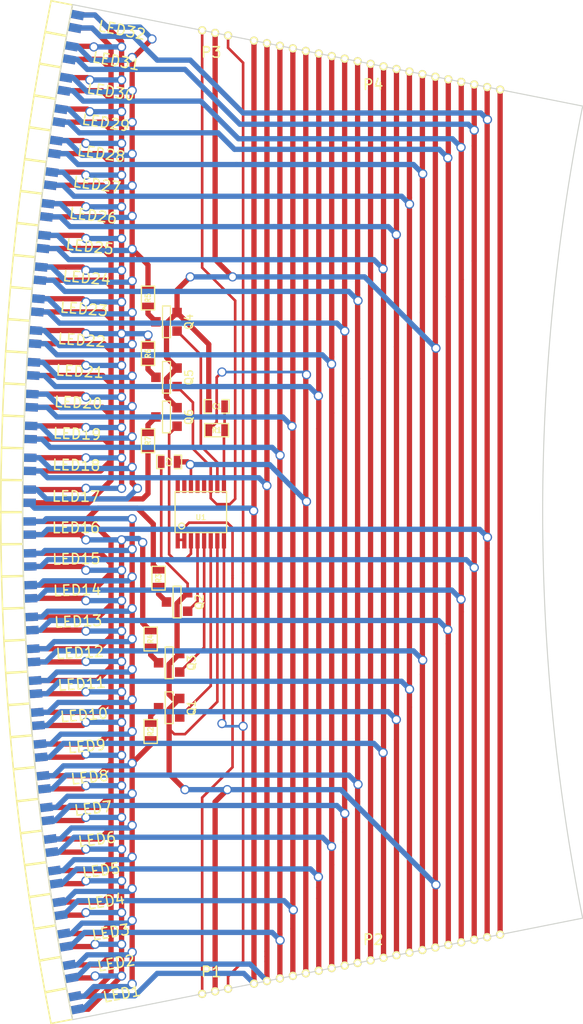
<source format=kicad_pcb>
(kicad_pcb (version 3) (host pcbnew "(2013-07-07 BZR 4022)-stable")

  (general
    (links 183)
    (no_connects 2)
    (area 154.753679 78.177418 400.050001 175.822582)
    (thickness 1.6)
    (drawings 4)
    (tracks 995)
    (zones 0)
    (modules 52)
    (nets 40)
  )

  (page A3)
  (layers
    (15 F.Cu power)
    (2 Inner2.Cu signal)
    (1 Inner1.Cu signal)
    (0 B.Cu power)
    (16 B.Adhes user)
    (17 F.Adhes user)
    (18 B.Paste user)
    (19 F.Paste user)
    (20 B.SilkS user)
    (21 F.SilkS user)
    (22 B.Mask user)
    (23 F.Mask user)
    (28 Edge.Cuts user)
  )

  (setup
    (last_trace_width 0.254)
    (user_trace_width 0.254)
    (trace_clearance 0.254)
    (zone_clearance 0.508)
    (zone_45_only no)
    (trace_min 0.254)
    (segment_width 0.2)
    (edge_width 0.1)
    (via_size 0.889)
    (via_drill 0.635)
    (via_min_size 0.889)
    (via_min_drill 0.508)
    (uvia_size 0.508)
    (uvia_drill 0.127)
    (uvias_allowed no)
    (uvia_min_size 0.508)
    (uvia_min_drill 0.127)
    (pcb_text_width 0.3)
    (pcb_text_size 1.5 1.5)
    (mod_edge_width 0.15)
    (mod_text_size 1 1)
    (mod_text_width 0.15)
    (pad_size 0.8 1.27)
    (pad_drill 0)
    (pad_to_mask_clearance 0)
    (aux_axis_origin 0 0)
    (visible_elements 7FFFFFFF)
    (pcbplotparams
      (layerselection 3178497)
      (usegerberextensions true)
      (excludeedgelayer true)
      (linewidth 0.150000)
      (plotframeref false)
      (viasonmask false)
      (mode 1)
      (useauxorigin false)
      (hpglpennumber 1)
      (hpglpenspeed 20)
      (hpglpendiameter 15)
      (hpglpenoverlay 2)
      (psnegative false)
      (psa4output false)
      (plotreference true)
      (plotvalue true)
      (plotothertext true)
      (plotinvisibletext false)
      (padsonsilk false)
      (subtractmaskfromsilk false)
      (outputformat 1)
      (mirror false)
      (drillshape 1)
      (scaleselection 1)
      (outputdirectory ""))
  )

  (net 0 "")
  (net 1 +5V)
  (net 2 "/8xLED group A/LCB")
  (net 3 "/8xLED group A/LCG")
  (net 4 "/8xLED group A/LCR")
  (net 5 "/8xLED group C/LCB")
  (net 6 "/8xLED group C/LCG")
  (net 7 "/8xLED group C/LCR")
  (net 8 /LRA0)
  (net 9 /LRA1)
  (net 10 /LRA2)
  (net 11 /LRA3)
  (net 12 /LRA4)
  (net 13 /LRA5)
  (net 14 /LRA6)
  (net 15 /LRA7)
  (net 16 /LRB0)
  (net 17 /LRB1)
  (net 18 /LRB2)
  (net 19 /LRB3)
  (net 20 /LRB4)
  (net 21 /LRB5)
  (net 22 /LRB6)
  (net 23 /LRB7)
  (net 24 GND)
  (net 25 N-0000010)
  (net 26 N-0000017)
  (net 27 N-0000018)
  (net 28 N-0000019)
  (net 29 N-000002)
  (net 30 N-0000020)
  (net 31 N-0000021)
  (net 32 N-0000022)
  (net 33 N-0000023)
  (net 34 N-0000024)
  (net 35 N-000003)
  (net 36 N-000005)
  (net 37 N-000006)
  (net 38 N-000007)
  (net 39 N-000008)

  (net_class Default "This is the default net class."
    (clearance 0.254)
    (trace_width 0.508)
    (via_dia 0.889)
    (via_drill 0.635)
    (uvia_dia 0.508)
    (uvia_drill 0.127)
    (add_net "")
    (add_net +5V)
    (add_net "/8xLED group A/LCB")
    (add_net "/8xLED group A/LCG")
    (add_net "/8xLED group A/LCR")
    (add_net "/8xLED group C/LCB")
    (add_net "/8xLED group C/LCG")
    (add_net "/8xLED group C/LCR")
    (add_net /LRA0)
    (add_net /LRA1)
    (add_net /LRA2)
    (add_net /LRA3)
    (add_net /LRA4)
    (add_net /LRA5)
    (add_net /LRA6)
    (add_net /LRA7)
    (add_net /LRB0)
    (add_net /LRB1)
    (add_net /LRB2)
    (add_net /LRB3)
    (add_net /LRB4)
    (add_net /LRB5)
    (add_net /LRB6)
    (add_net /LRB7)
    (add_net GND)
    (add_net N-0000010)
    (add_net N-0000017)
    (add_net N-0000018)
    (add_net N-0000019)
    (add_net N-000002)
    (add_net N-0000020)
    (add_net N-0000021)
    (add_net N-0000022)
    (add_net N-0000023)
    (add_net N-0000024)
    (add_net N-000003)
    (add_net N-000005)
    (add_net N-000006)
    (add_net N-000007)
    (add_net N-000008)
  )

  (net_class signal ""
    (clearance 0.254)
    (trace_width 0.254)
    (via_dia 0.889)
    (via_drill 0.635)
    (uvia_dia 0.508)
    (uvia_drill 0.127)
  )

  (module plcc4-edge (layer F.Cu) (tedit 53D0102B) (tstamp 53D0116F)
    (at 154.509033 174.267166 100.8984375)
    (path /53AFFCFD/53AFFD30)
    (fp_text reference LED1 (at 0 5.12 370.8984375) (layer F.SilkS)
      (effects (font (size 1 1) (thickness 0.15)))
    )
    (fp_text value PLCC4RGBCT-CA (at 0 -2.54 100.8984375) (layer F.SilkS) hide
      (effects (font (size 1 1) (thickness 0.15)))
    )
    (fp_line (start -1.5 0) (end 1.5 0) (layer F.SilkS) (width 0.15))
    (fp_line (start 1.5 0) (end 1.5 -2.1) (layer F.SilkS) (width 0.15))
    (fp_line (start 1.5 -2.1) (end -1.5 -2.1) (layer F.SilkS) (width 0.15))
    (fp_line (start -1.5 -2.1) (end -1.5 0) (layer F.SilkS) (width 0.15))
    (pad 1 smd rect (at -0.635 0.635 100.8984375) (size 0.8 1.27)
      (layers F.Cu F.Paste F.Mask)
      (net 4 "/8xLED group A/LCR")
    )
    (pad 4 smd rect (at 0.635 0.635 100.8984375) (size 0.8 1.27)
      (layers F.Cu F.Paste F.Mask)
      (net 3 "/8xLED group A/LCG")
    )
    (pad 2 smd rect (at -0.635 0.635 100.8984375) (size 0.8 1.27)
      (layers B.Cu B.Paste B.Mask)
      (net 8 /LRA0)
    )
    (pad 3 smd rect (at 0.635 0.635 100.8984375) (size 0.8 1.27)
      (layers B.Cu B.Paste B.Mask)
      (net 2 "/8xLED group A/LCB")
    )
  )

  (module plcc4-edge (layer F.Cu) (tedit 53D0102B) (tstamp 53D0116F)
    (at 153.947477 171.251055 100.1953125)
    (path /53AFFCFD/53AFFD3D)
    (fp_text reference LED2 (at 0 5.12 370.1953125) (layer F.SilkS)
      (effects (font (size 1 1) (thickness 0.15)))
    )
    (fp_text value PLCC4RGBCT-CA (at 0 -2.54 100.1953125) (layer F.SilkS) hide
      (effects (font (size 1 1) (thickness 0.15)))
    )
    (fp_line (start -1.5 0) (end 1.5 0) (layer F.SilkS) (width 0.15))
    (fp_line (start 1.5 0) (end 1.5 -2.1) (layer F.SilkS) (width 0.15))
    (fp_line (start 1.5 -2.1) (end -1.5 -2.1) (layer F.SilkS) (width 0.15))
    (fp_line (start -1.5 -2.1) (end -1.5 0) (layer F.SilkS) (width 0.15))
    (pad 1 smd rect (at -0.635 0.635 100.1953125) (size 0.8 1.27)
      (layers F.Cu F.Paste F.Mask)
      (net 4 "/8xLED group A/LCR")
    )
    (pad 4 smd rect (at 0.635 0.635 100.1953125) (size 0.8 1.27)
      (layers F.Cu F.Paste F.Mask)
      (net 3 "/8xLED group A/LCG")
    )
    (pad 2 smd rect (at -0.635 0.635 100.1953125) (size 0.8 1.27)
      (layers B.Cu B.Paste B.Mask)
      (net 9 /LRA1)
    )
    (pad 3 smd rect (at 0.635 0.635 100.1953125) (size 0.8 1.27)
      (layers B.Cu B.Paste B.Mask)
      (net 2 "/8xLED group A/LCB")
    )
  )

  (module plcc4-edge (layer F.Cu) (tedit 53D0102B) (tstamp 53D0116F)
    (at 153.422976 168.22828 99.4921875)
    (path /53AFFCFD/53AFFD43)
    (fp_text reference LED3 (at 0 5.12 369.4921875) (layer F.SilkS)
      (effects (font (size 1 1) (thickness 0.15)))
    )
    (fp_text value PLCC4RGBCT-CA (at 0 -2.54 99.4921875) (layer F.SilkS) hide
      (effects (font (size 1 1) (thickness 0.15)))
    )
    (fp_line (start -1.5 0) (end 1.5 0) (layer F.SilkS) (width 0.15))
    (fp_line (start 1.5 0) (end 1.5 -2.1) (layer F.SilkS) (width 0.15))
    (fp_line (start 1.5 -2.1) (end -1.5 -2.1) (layer F.SilkS) (width 0.15))
    (fp_line (start -1.5 -2.1) (end -1.5 0) (layer F.SilkS) (width 0.15))
    (pad 1 smd rect (at -0.635 0.635 99.4921875) (size 0.8 1.27)
      (layers F.Cu F.Paste F.Mask)
      (net 4 "/8xLED group A/LCR")
    )
    (pad 4 smd rect (at 0.635 0.635 99.4921875) (size 0.8 1.27)
      (layers F.Cu F.Paste F.Mask)
      (net 3 "/8xLED group A/LCG")
    )
    (pad 2 smd rect (at -0.635 0.635 99.4921875) (size 0.8 1.27)
      (layers B.Cu B.Paste B.Mask)
      (net 10 /LRA2)
    )
    (pad 3 smd rect (at 0.635 0.635 99.4921875) (size 0.8 1.27)
      (layers B.Cu B.Paste B.Mask)
      (net 2 "/8xLED group A/LCB")
    )
  )

  (module plcc4-edge (layer F.Cu) (tedit 53D0102B) (tstamp 53D0116F)
    (at 152.935608 165.199296 98.7890625)
    (path /53AFFCFD/53AFFD49)
    (fp_text reference LED4 (at 0 5.12 368.7890625) (layer F.SilkS)
      (effects (font (size 1 1) (thickness 0.15)))
    )
    (fp_text value PLCC4RGBCT-CA (at 0 -2.54 98.7890625) (layer F.SilkS) hide
      (effects (font (size 1 1) (thickness 0.15)))
    )
    (fp_line (start -1.5 0) (end 1.5 0) (layer F.SilkS) (width 0.15))
    (fp_line (start 1.5 0) (end 1.5 -2.1) (layer F.SilkS) (width 0.15))
    (fp_line (start 1.5 -2.1) (end -1.5 -2.1) (layer F.SilkS) (width 0.15))
    (fp_line (start -1.5 -2.1) (end -1.5 0) (layer F.SilkS) (width 0.15))
    (pad 1 smd rect (at -0.635 0.635 98.7890625) (size 0.8 1.27)
      (layers F.Cu F.Paste F.Mask)
      (net 4 "/8xLED group A/LCR")
    )
    (pad 4 smd rect (at 0.635 0.635 98.7890625) (size 0.8 1.27)
      (layers F.Cu F.Paste F.Mask)
      (net 3 "/8xLED group A/LCG")
    )
    (pad 2 smd rect (at -0.635 0.635 98.7890625) (size 0.8 1.27)
      (layers B.Cu B.Paste B.Mask)
      (net 11 /LRA3)
    )
    (pad 3 smd rect (at 0.635 0.635 98.7890625) (size 0.8 1.27)
      (layers B.Cu B.Paste B.Mask)
      (net 2 "/8xLED group A/LCB")
    )
  )

  (module plcc4-edge (layer F.Cu) (tedit 53D0102B) (tstamp 53D0116F)
    (at 152.485447 162.16456 98.0859375)
    (path /53AFFCFD/53B000C9)
    (fp_text reference LED5 (at 0 5.12 368.0859375) (layer F.SilkS)
      (effects (font (size 1 1) (thickness 0.15)))
    )
    (fp_text value PLCC4RGBCT-CA (at 0 -2.54 98.0859375) (layer F.SilkS) hide
      (effects (font (size 1 1) (thickness 0.15)))
    )
    (fp_line (start -1.5 0) (end 1.5 0) (layer F.SilkS) (width 0.15))
    (fp_line (start 1.5 0) (end 1.5 -2.1) (layer F.SilkS) (width 0.15))
    (fp_line (start 1.5 -2.1) (end -1.5 -2.1) (layer F.SilkS) (width 0.15))
    (fp_line (start -1.5 -2.1) (end -1.5 0) (layer F.SilkS) (width 0.15))
    (pad 1 smd rect (at -0.635 0.635 98.0859375) (size 0.8 1.27)
      (layers F.Cu F.Paste F.Mask)
      (net 4 "/8xLED group A/LCR")
    )
    (pad 4 smd rect (at 0.635 0.635 98.0859375) (size 0.8 1.27)
      (layers F.Cu F.Paste F.Mask)
      (net 3 "/8xLED group A/LCG")
    )
    (pad 2 smd rect (at -0.635 0.635 98.0859375) (size 0.8 1.27)
      (layers B.Cu B.Paste B.Mask)
      (net 12 /LRA4)
    )
    (pad 3 smd rect (at 0.635 0.635 98.0859375) (size 0.8 1.27)
      (layers B.Cu B.Paste B.Mask)
      (net 2 "/8xLED group A/LCB")
    )
  )

  (module plcc4-edge (layer F.Cu) (tedit 53D0102B) (tstamp 53D0116F)
    (at 152.072562 159.124528 97.3828125)
    (path /53AFFCFD/53B000CF)
    (fp_text reference LED6 (at 0 5.12 367.3828125) (layer F.SilkS)
      (effects (font (size 1 1) (thickness 0.15)))
    )
    (fp_text value PLCC4RGBCT-CA (at 0 -2.54 97.3828125) (layer F.SilkS) hide
      (effects (font (size 1 1) (thickness 0.15)))
    )
    (fp_line (start -1.5 0) (end 1.5 0) (layer F.SilkS) (width 0.15))
    (fp_line (start 1.5 0) (end 1.5 -2.1) (layer F.SilkS) (width 0.15))
    (fp_line (start 1.5 -2.1) (end -1.5 -2.1) (layer F.SilkS) (width 0.15))
    (fp_line (start -1.5 -2.1) (end -1.5 0) (layer F.SilkS) (width 0.15))
    (pad 1 smd rect (at -0.635 0.635 97.3828125) (size 0.8 1.27)
      (layers F.Cu F.Paste F.Mask)
      (net 4 "/8xLED group A/LCR")
    )
    (pad 4 smd rect (at 0.635 0.635 97.3828125) (size 0.8 1.27)
      (layers F.Cu F.Paste F.Mask)
      (net 3 "/8xLED group A/LCG")
    )
    (pad 2 smd rect (at -0.635 0.635 97.3828125) (size 0.8 1.27)
      (layers B.Cu B.Paste B.Mask)
      (net 13 /LRA5)
    )
    (pad 3 smd rect (at 0.635 0.635 97.3828125) (size 0.8 1.27)
      (layers B.Cu B.Paste B.Mask)
      (net 2 "/8xLED group A/LCB")
    )
  )

  (module plcc4-edge (layer F.Cu) (tedit 53D0102B) (tstamp 53D0116F)
    (at 151.697013 156.079658 96.6796875)
    (path /53AFFCFD/53B000D5)
    (fp_text reference LED7 (at 0 5.12 366.6796875) (layer F.SilkS)
      (effects (font (size 1 1) (thickness 0.15)))
    )
    (fp_text value PLCC4RGBCT-CA (at 0 -2.54 96.6796875) (layer F.SilkS) hide
      (effects (font (size 1 1) (thickness 0.15)))
    )
    (fp_line (start -1.5 0) (end 1.5 0) (layer F.SilkS) (width 0.15))
    (fp_line (start 1.5 0) (end 1.5 -2.1) (layer F.SilkS) (width 0.15))
    (fp_line (start 1.5 -2.1) (end -1.5 -2.1) (layer F.SilkS) (width 0.15))
    (fp_line (start -1.5 -2.1) (end -1.5 0) (layer F.SilkS) (width 0.15))
    (pad 1 smd rect (at -0.635 0.635 96.6796875) (size 0.8 1.27)
      (layers F.Cu F.Paste F.Mask)
      (net 4 "/8xLED group A/LCR")
    )
    (pad 4 smd rect (at 0.635 0.635 96.6796875) (size 0.8 1.27)
      (layers F.Cu F.Paste F.Mask)
      (net 3 "/8xLED group A/LCG")
    )
    (pad 2 smd rect (at -0.635 0.635 96.6796875) (size 0.8 1.27)
      (layers B.Cu B.Paste B.Mask)
      (net 14 /LRA6)
    )
    (pad 3 smd rect (at 0.635 0.635 96.6796875) (size 0.8 1.27)
      (layers B.Cu B.Paste B.Mask)
      (net 2 "/8xLED group A/LCB")
    )
  )

  (module plcc4-edge (layer F.Cu) (tedit 53D0102B) (tstamp 53D0116F)
    (at 151.358857 153.030408 95.9765625)
    (path /53AFFCFD/53B000DB)
    (fp_text reference LED8 (at 0 5.12 365.9765625) (layer F.SilkS)
      (effects (font (size 1 1) (thickness 0.15)))
    )
    (fp_text value PLCC4RGBCT-CA (at 0 -2.54 95.9765625) (layer F.SilkS) hide
      (effects (font (size 1 1) (thickness 0.15)))
    )
    (fp_line (start -1.5 0) (end 1.5 0) (layer F.SilkS) (width 0.15))
    (fp_line (start 1.5 0) (end 1.5 -2.1) (layer F.SilkS) (width 0.15))
    (fp_line (start 1.5 -2.1) (end -1.5 -2.1) (layer F.SilkS) (width 0.15))
    (fp_line (start -1.5 -2.1) (end -1.5 0) (layer F.SilkS) (width 0.15))
    (pad 1 smd rect (at -0.635 0.635 95.9765625) (size 0.8 1.27)
      (layers F.Cu F.Paste F.Mask)
      (net 4 "/8xLED group A/LCR")
    )
    (pad 4 smd rect (at 0.635 0.635 95.9765625) (size 0.8 1.27)
      (layers F.Cu F.Paste F.Mask)
      (net 3 "/8xLED group A/LCG")
    )
    (pad 2 smd rect (at -0.635 0.635 95.9765625) (size 0.8 1.27)
      (layers B.Cu B.Paste B.Mask)
      (net 15 /LRA7)
    )
    (pad 3 smd rect (at 0.635 0.635 95.9765625) (size 0.8 1.27)
      (layers B.Cu B.Paste B.Mask)
      (net 2 "/8xLED group A/LCB")
    )
  )

  (module plcc4-edge (layer F.Cu) (tedit 53D0102B) (tstamp 53D0116F)
    (at 151.058146 149.977239 95.2734375)
    (path /53B011BC/53AFFD30)
    (fp_text reference LED9 (at 0 5.12 365.2734375) (layer F.SilkS)
      (effects (font (size 1 1) (thickness 0.15)))
    )
    (fp_text value PLCC4RGBCT-CA (at 0 -2.54 95.2734375) (layer F.SilkS) hide
      (effects (font (size 1 1) (thickness 0.15)))
    )
    (fp_line (start -1.5 0) (end 1.5 0) (layer F.SilkS) (width 0.15))
    (fp_line (start 1.5 0) (end 1.5 -2.1) (layer F.SilkS) (width 0.15))
    (fp_line (start 1.5 -2.1) (end -1.5 -2.1) (layer F.SilkS) (width 0.15))
    (fp_line (start -1.5 -2.1) (end -1.5 0) (layer F.SilkS) (width 0.15))
    (pad 1 smd rect (at -0.635 0.635 95.2734375) (size 0.8 1.27)
      (layers F.Cu F.Paste F.Mask)
      (net 4 "/8xLED group A/LCR")
    )
    (pad 4 smd rect (at 0.635 0.635 95.2734375) (size 0.8 1.27)
      (layers F.Cu F.Paste F.Mask)
      (net 3 "/8xLED group A/LCG")
    )
    (pad 2 smd rect (at -0.635 0.635 95.2734375) (size 0.8 1.27)
      (layers B.Cu B.Paste B.Mask)
      (net 16 /LRB0)
    )
    (pad 3 smd rect (at 0.635 0.635 95.2734375) (size 0.8 1.27)
      (layers B.Cu B.Paste B.Mask)
      (net 2 "/8xLED group A/LCB")
    )
  )

  (module plcc4-edge (layer F.Cu) (tedit 53D0102B) (tstamp 53D0116F)
    (at 150.794925 146.920609 94.5703125)
    (path /53B011BC/53AFFD3D)
    (fp_text reference LED10 (at 0 5.12 364.5703125) (layer F.SilkS)
      (effects (font (size 1 1) (thickness 0.15)))
    )
    (fp_text value PLCC4RGBCT-CA (at 0 -2.54 94.5703125) (layer F.SilkS) hide
      (effects (font (size 1 1) (thickness 0.15)))
    )
    (fp_line (start -1.5 0) (end 1.5 0) (layer F.SilkS) (width 0.15))
    (fp_line (start 1.5 0) (end 1.5 -2.1) (layer F.SilkS) (width 0.15))
    (fp_line (start 1.5 -2.1) (end -1.5 -2.1) (layer F.SilkS) (width 0.15))
    (fp_line (start -1.5 -2.1) (end -1.5 0) (layer F.SilkS) (width 0.15))
    (pad 1 smd rect (at -0.635 0.635 94.5703125) (size 0.8 1.27)
      (layers F.Cu F.Paste F.Mask)
      (net 4 "/8xLED group A/LCR")
    )
    (pad 4 smd rect (at 0.635 0.635 94.5703125) (size 0.8 1.27)
      (layers F.Cu F.Paste F.Mask)
      (net 3 "/8xLED group A/LCG")
    )
    (pad 2 smd rect (at -0.635 0.635 94.5703125) (size 0.8 1.27)
      (layers B.Cu B.Paste B.Mask)
      (net 17 /LRB1)
    )
    (pad 3 smd rect (at 0.635 0.635 94.5703125) (size 0.8 1.27)
      (layers B.Cu B.Paste B.Mask)
      (net 2 "/8xLED group A/LCB")
    )
  )

  (module plcc4-edge (layer F.Cu) (tedit 53D0102B) (tstamp 53D0116F)
    (at 150.569233 143.86098 93.8671875)
    (path /53B011BC/53AFFD43)
    (fp_text reference LED11 (at 0 5.12 363.8671875) (layer F.SilkS)
      (effects (font (size 1 1) (thickness 0.15)))
    )
    (fp_text value PLCC4RGBCT-CA (at 0 -2.54 93.8671875) (layer F.SilkS) hide
      (effects (font (size 1 1) (thickness 0.15)))
    )
    (fp_line (start -1.5 0) (end 1.5 0) (layer F.SilkS) (width 0.15))
    (fp_line (start 1.5 0) (end 1.5 -2.1) (layer F.SilkS) (width 0.15))
    (fp_line (start 1.5 -2.1) (end -1.5 -2.1) (layer F.SilkS) (width 0.15))
    (fp_line (start -1.5 -2.1) (end -1.5 0) (layer F.SilkS) (width 0.15))
    (pad 1 smd rect (at -0.635 0.635 93.8671875) (size 0.8 1.27)
      (layers F.Cu F.Paste F.Mask)
      (net 4 "/8xLED group A/LCR")
    )
    (pad 4 smd rect (at 0.635 0.635 93.8671875) (size 0.8 1.27)
      (layers F.Cu F.Paste F.Mask)
      (net 3 "/8xLED group A/LCG")
    )
    (pad 2 smd rect (at -0.635 0.635 93.8671875) (size 0.8 1.27)
      (layers B.Cu B.Paste B.Mask)
      (net 18 /LRB2)
    )
    (pad 3 smd rect (at 0.635 0.635 93.8671875) (size 0.8 1.27)
      (layers B.Cu B.Paste B.Mask)
      (net 2 "/8xLED group A/LCB")
    )
  )

  (module plcc4-edge (layer F.Cu) (tedit 53D0102B) (tstamp 53D0116F)
    (at 150.381105 140.798811 93.1640625)
    (path /53B011BC/53AFFD49)
    (fp_text reference LED12 (at 0 5.12 363.1640625) (layer F.SilkS)
      (effects (font (size 1 1) (thickness 0.15)))
    )
    (fp_text value PLCC4RGBCT-CA (at 0 -2.54 93.1640625) (layer F.SilkS) hide
      (effects (font (size 1 1) (thickness 0.15)))
    )
    (fp_line (start -1.5 0) (end 1.5 0) (layer F.SilkS) (width 0.15))
    (fp_line (start 1.5 0) (end 1.5 -2.1) (layer F.SilkS) (width 0.15))
    (fp_line (start 1.5 -2.1) (end -1.5 -2.1) (layer F.SilkS) (width 0.15))
    (fp_line (start -1.5 -2.1) (end -1.5 0) (layer F.SilkS) (width 0.15))
    (pad 1 smd rect (at -0.635 0.635 93.1640625) (size 0.8 1.27)
      (layers F.Cu F.Paste F.Mask)
      (net 4 "/8xLED group A/LCR")
    )
    (pad 4 smd rect (at 0.635 0.635 93.1640625) (size 0.8 1.27)
      (layers F.Cu F.Paste F.Mask)
      (net 3 "/8xLED group A/LCG")
    )
    (pad 2 smd rect (at -0.635 0.635 93.1640625) (size 0.8 1.27)
      (layers B.Cu B.Paste B.Mask)
      (net 19 /LRB3)
    )
    (pad 3 smd rect (at 0.635 0.635 93.1640625) (size 0.8 1.27)
      (layers B.Cu B.Paste B.Mask)
      (net 2 "/8xLED group A/LCB")
    )
  )

  (module plcc4-edge (layer F.Cu) (tedit 53D0102B) (tstamp 53D0116F)
    (at 150.230568 137.734564 92.4609375)
    (path /53B011BC/53B000C9)
    (fp_text reference LED13 (at 0 5.12 362.4609375) (layer F.SilkS)
      (effects (font (size 1 1) (thickness 0.15)))
    )
    (fp_text value PLCC4RGBCT-CA (at 0 -2.54 92.4609375) (layer F.SilkS) hide
      (effects (font (size 1 1) (thickness 0.15)))
    )
    (fp_line (start -1.5 0) (end 1.5 0) (layer F.SilkS) (width 0.15))
    (fp_line (start 1.5 0) (end 1.5 -2.1) (layer F.SilkS) (width 0.15))
    (fp_line (start 1.5 -2.1) (end -1.5 -2.1) (layer F.SilkS) (width 0.15))
    (fp_line (start -1.5 -2.1) (end -1.5 0) (layer F.SilkS) (width 0.15))
    (pad 1 smd rect (at -0.635 0.635 92.4609375) (size 0.8 1.27)
      (layers F.Cu F.Paste F.Mask)
      (net 4 "/8xLED group A/LCR")
    )
    (pad 4 smd rect (at 0.635 0.635 92.4609375) (size 0.8 1.27)
      (layers F.Cu F.Paste F.Mask)
      (net 3 "/8xLED group A/LCG")
    )
    (pad 2 smd rect (at -0.635 0.635 92.4609375) (size 0.8 1.27)
      (layers B.Cu B.Paste B.Mask)
      (net 20 /LRB4)
    )
    (pad 3 smd rect (at 0.635 0.635 92.4609375) (size 0.8 1.27)
      (layers B.Cu B.Paste B.Mask)
      (net 2 "/8xLED group A/LCB")
    )
  )

  (module plcc4-edge (layer F.Cu) (tedit 53D0102B) (tstamp 53D0116F)
    (at 150.117646 134.668701 91.7578125)
    (path /53B011BC/53B000CF)
    (fp_text reference LED14 (at 0 5.12 361.7578125) (layer F.SilkS)
      (effects (font (size 1 1) (thickness 0.15)))
    )
    (fp_text value PLCC4RGBCT-CA (at 0 -2.54 91.7578125) (layer F.SilkS) hide
      (effects (font (size 1 1) (thickness 0.15)))
    )
    (fp_line (start -1.5 0) (end 1.5 0) (layer F.SilkS) (width 0.15))
    (fp_line (start 1.5 0) (end 1.5 -2.1) (layer F.SilkS) (width 0.15))
    (fp_line (start 1.5 -2.1) (end -1.5 -2.1) (layer F.SilkS) (width 0.15))
    (fp_line (start -1.5 -2.1) (end -1.5 0) (layer F.SilkS) (width 0.15))
    (pad 1 smd rect (at -0.635 0.635 91.7578125) (size 0.8 1.27)
      (layers F.Cu F.Paste F.Mask)
      (net 4 "/8xLED group A/LCR")
    )
    (pad 4 smd rect (at 0.635 0.635 91.7578125) (size 0.8 1.27)
      (layers F.Cu F.Paste F.Mask)
      (net 3 "/8xLED group A/LCG")
    )
    (pad 2 smd rect (at -0.635 0.635 91.7578125) (size 0.8 1.27)
      (layers B.Cu B.Paste B.Mask)
      (net 21 /LRB5)
    )
    (pad 3 smd rect (at 0.635 0.635 91.7578125) (size 0.8 1.27)
      (layers B.Cu B.Paste B.Mask)
      (net 2 "/8xLED group A/LCB")
    )
  )

  (module plcc4-edge (layer F.Cu) (tedit 53D0102B) (tstamp 53D0116F)
    (at 150.042355 131.601682 91.0546875)
    (path /53B011BC/53B000D5)
    (fp_text reference LED15 (at 0 5.12 361.0546875) (layer F.SilkS)
      (effects (font (size 1 1) (thickness 0.15)))
    )
    (fp_text value PLCC4RGBCT-CA (at 0 -2.54 91.0546875) (layer F.SilkS) hide
      (effects (font (size 1 1) (thickness 0.15)))
    )
    (fp_line (start -1.5 0) (end 1.5 0) (layer F.SilkS) (width 0.15))
    (fp_line (start 1.5 0) (end 1.5 -2.1) (layer F.SilkS) (width 0.15))
    (fp_line (start 1.5 -2.1) (end -1.5 -2.1) (layer F.SilkS) (width 0.15))
    (fp_line (start -1.5 -2.1) (end -1.5 0) (layer F.SilkS) (width 0.15))
    (pad 1 smd rect (at -0.635 0.635 91.0546875) (size 0.8 1.27)
      (layers F.Cu F.Paste F.Mask)
      (net 4 "/8xLED group A/LCR")
    )
    (pad 4 smd rect (at 0.635 0.635 91.0546875) (size 0.8 1.27)
      (layers F.Cu F.Paste F.Mask)
      (net 3 "/8xLED group A/LCG")
    )
    (pad 2 smd rect (at -0.635 0.635 91.0546875) (size 0.8 1.27)
      (layers B.Cu B.Paste B.Mask)
      (net 22 /LRB6)
    )
    (pad 3 smd rect (at 0.635 0.635 91.0546875) (size 0.8 1.27)
      (layers B.Cu B.Paste B.Mask)
      (net 2 "/8xLED group A/LCB")
    )
  )

  (module plcc4-edge (layer F.Cu) (tedit 53D0102B) (tstamp 53D0116F)
    (at 150.004706 128.533971 90.3515625)
    (path /53B011BC/53B000DB)
    (fp_text reference LED16 (at 0 5.12 360.3515625) (layer F.SilkS)
      (effects (font (size 1 1) (thickness 0.15)))
    )
    (fp_text value PLCC4RGBCT-CA (at 0 -2.54 90.3515625) (layer F.SilkS) hide
      (effects (font (size 1 1) (thickness 0.15)))
    )
    (fp_line (start -1.5 0) (end 1.5 0) (layer F.SilkS) (width 0.15))
    (fp_line (start 1.5 0) (end 1.5 -2.1) (layer F.SilkS) (width 0.15))
    (fp_line (start 1.5 -2.1) (end -1.5 -2.1) (layer F.SilkS) (width 0.15))
    (fp_line (start -1.5 -2.1) (end -1.5 0) (layer F.SilkS) (width 0.15))
    (pad 1 smd rect (at -0.635 0.635 90.3515625) (size 0.8 1.27)
      (layers F.Cu F.Paste F.Mask)
      (net 4 "/8xLED group A/LCR")
    )
    (pad 4 smd rect (at 0.635 0.635 90.3515625) (size 0.8 1.27)
      (layers F.Cu F.Paste F.Mask)
      (net 3 "/8xLED group A/LCG")
    )
    (pad 2 smd rect (at -0.635 0.635 90.3515625) (size 0.8 1.27)
      (layers B.Cu B.Paste B.Mask)
      (net 23 /LRB7)
    )
    (pad 3 smd rect (at 0.635 0.635 90.3515625) (size 0.8 1.27)
      (layers B.Cu B.Paste B.Mask)
      (net 2 "/8xLED group A/LCB")
    )
  )

  (module plcc4-edge (layer F.Cu) (tedit 53D0102B) (tstamp 53D0116F)
    (at 150.004706 125.466029 89.6484375)
    (path /53B027E7/53AFFD30)
    (fp_text reference LED17 (at 0 5.12 359.6484375) (layer F.SilkS)
      (effects (font (size 1 1) (thickness 0.15)))
    )
    (fp_text value PLCC4RGBCT-CA (at 0 -2.54 89.6484375) (layer F.SilkS) hide
      (effects (font (size 1 1) (thickness 0.15)))
    )
    (fp_line (start -1.5 0) (end 1.5 0) (layer F.SilkS) (width 0.15))
    (fp_line (start 1.5 0) (end 1.5 -2.1) (layer F.SilkS) (width 0.15))
    (fp_line (start 1.5 -2.1) (end -1.5 -2.1) (layer F.SilkS) (width 0.15))
    (fp_line (start -1.5 -2.1) (end -1.5 0) (layer F.SilkS) (width 0.15))
    (pad 1 smd rect (at -0.635 0.635 89.6484375) (size 0.8 1.27)
      (layers F.Cu F.Paste F.Mask)
      (net 7 "/8xLED group C/LCR")
    )
    (pad 4 smd rect (at 0.635 0.635 89.6484375) (size 0.8 1.27)
      (layers F.Cu F.Paste F.Mask)
      (net 6 "/8xLED group C/LCG")
    )
    (pad 2 smd rect (at -0.635 0.635 89.6484375) (size 0.8 1.27)
      (layers B.Cu B.Paste B.Mask)
      (net 8 /LRA0)
    )
    (pad 3 smd rect (at 0.635 0.635 89.6484375) (size 0.8 1.27)
      (layers B.Cu B.Paste B.Mask)
      (net 5 "/8xLED group C/LCB")
    )
  )

  (module plcc4-edge (layer F.Cu) (tedit 53D0102B) (tstamp 53D0116F)
    (at 150.042355 122.398318 88.9453125)
    (path /53B027E7/53AFFD3D)
    (fp_text reference LED18 (at 0 5.12 358.9453125) (layer F.SilkS)
      (effects (font (size 1 1) (thickness 0.15)))
    )
    (fp_text value PLCC4RGBCT-CA (at 0 -2.54 88.9453125) (layer F.SilkS) hide
      (effects (font (size 1 1) (thickness 0.15)))
    )
    (fp_line (start -1.5 0) (end 1.5 0) (layer F.SilkS) (width 0.15))
    (fp_line (start 1.5 0) (end 1.5 -2.1) (layer F.SilkS) (width 0.15))
    (fp_line (start 1.5 -2.1) (end -1.5 -2.1) (layer F.SilkS) (width 0.15))
    (fp_line (start -1.5 -2.1) (end -1.5 0) (layer F.SilkS) (width 0.15))
    (pad 1 smd rect (at -0.635 0.635 88.9453125) (size 0.8 1.27)
      (layers F.Cu F.Paste F.Mask)
      (net 7 "/8xLED group C/LCR")
    )
    (pad 4 smd rect (at 0.635 0.635 88.9453125) (size 0.8 1.27)
      (layers F.Cu F.Paste F.Mask)
      (net 6 "/8xLED group C/LCG")
    )
    (pad 2 smd rect (at -0.635 0.635 88.9453125) (size 0.8 1.27)
      (layers B.Cu B.Paste B.Mask)
      (net 9 /LRA1)
    )
    (pad 3 smd rect (at 0.635 0.635 88.9453125) (size 0.8 1.27)
      (layers B.Cu B.Paste B.Mask)
      (net 5 "/8xLED group C/LCB")
    )
  )

  (module plcc4-edge (layer F.Cu) (tedit 53D0102B) (tstamp 53D0116F)
    (at 150.117646 119.331299 88.2421875)
    (path /53B027E7/53AFFD43)
    (fp_text reference LED19 (at 0 5.12 358.2421875) (layer F.SilkS)
      (effects (font (size 1 1) (thickness 0.15)))
    )
    (fp_text value PLCC4RGBCT-CA (at 0 -2.54 88.2421875) (layer F.SilkS) hide
      (effects (font (size 1 1) (thickness 0.15)))
    )
    (fp_line (start -1.5 0) (end 1.5 0) (layer F.SilkS) (width 0.15))
    (fp_line (start 1.5 0) (end 1.5 -2.1) (layer F.SilkS) (width 0.15))
    (fp_line (start 1.5 -2.1) (end -1.5 -2.1) (layer F.SilkS) (width 0.15))
    (fp_line (start -1.5 -2.1) (end -1.5 0) (layer F.SilkS) (width 0.15))
    (pad 1 smd rect (at -0.635 0.635 88.2421875) (size 0.8 1.27)
      (layers F.Cu F.Paste F.Mask)
      (net 7 "/8xLED group C/LCR")
    )
    (pad 4 smd rect (at 0.635 0.635 88.2421875) (size 0.8 1.27)
      (layers F.Cu F.Paste F.Mask)
      (net 6 "/8xLED group C/LCG")
    )
    (pad 2 smd rect (at -0.635 0.635 88.2421875) (size 0.8 1.27)
      (layers B.Cu B.Paste B.Mask)
      (net 10 /LRA2)
    )
    (pad 3 smd rect (at 0.635 0.635 88.2421875) (size 0.8 1.27)
      (layers B.Cu B.Paste B.Mask)
      (net 5 "/8xLED group C/LCB")
    )
  )

  (module plcc4-edge (layer F.Cu) (tedit 53D0102B) (tstamp 53D0116F)
    (at 150.230568 116.265436 87.5390625)
    (path /53B027E7/53AFFD49)
    (fp_text reference LED20 (at 0 5.12 357.5390625) (layer F.SilkS)
      (effects (font (size 1 1) (thickness 0.15)))
    )
    (fp_text value PLCC4RGBCT-CA (at 0 -2.54 87.5390625) (layer F.SilkS) hide
      (effects (font (size 1 1) (thickness 0.15)))
    )
    (fp_line (start -1.5 0) (end 1.5 0) (layer F.SilkS) (width 0.15))
    (fp_line (start 1.5 0) (end 1.5 -2.1) (layer F.SilkS) (width 0.15))
    (fp_line (start 1.5 -2.1) (end -1.5 -2.1) (layer F.SilkS) (width 0.15))
    (fp_line (start -1.5 -2.1) (end -1.5 0) (layer F.SilkS) (width 0.15))
    (pad 1 smd rect (at -0.635 0.635 87.5390625) (size 0.8 1.27)
      (layers F.Cu F.Paste F.Mask)
      (net 7 "/8xLED group C/LCR")
    )
    (pad 4 smd rect (at 0.635 0.635 87.5390625) (size 0.8 1.27)
      (layers F.Cu F.Paste F.Mask)
      (net 6 "/8xLED group C/LCG")
    )
    (pad 2 smd rect (at -0.635 0.635 87.5390625) (size 0.8 1.27)
      (layers B.Cu B.Paste B.Mask)
      (net 11 /LRA3)
    )
    (pad 3 smd rect (at 0.635 0.635 87.5390625) (size 0.8 1.27)
      (layers B.Cu B.Paste B.Mask)
      (net 5 "/8xLED group C/LCB")
    )
  )

  (module plcc4-edge (layer F.Cu) (tedit 53D0102B) (tstamp 53D0116F)
    (at 150.381105 113.201189 86.8359375)
    (path /53B027E7/53B000C9)
    (fp_text reference LED21 (at 0 5.12 356.8359375) (layer F.SilkS)
      (effects (font (size 1 1) (thickness 0.15)))
    )
    (fp_text value PLCC4RGBCT-CA (at 0 -2.54 86.8359375) (layer F.SilkS) hide
      (effects (font (size 1 1) (thickness 0.15)))
    )
    (fp_line (start -1.5 0) (end 1.5 0) (layer F.SilkS) (width 0.15))
    (fp_line (start 1.5 0) (end 1.5 -2.1) (layer F.SilkS) (width 0.15))
    (fp_line (start 1.5 -2.1) (end -1.5 -2.1) (layer F.SilkS) (width 0.15))
    (fp_line (start -1.5 -2.1) (end -1.5 0) (layer F.SilkS) (width 0.15))
    (pad 1 smd rect (at -0.635 0.635 86.8359375) (size 0.8 1.27)
      (layers F.Cu F.Paste F.Mask)
      (net 7 "/8xLED group C/LCR")
    )
    (pad 4 smd rect (at 0.635 0.635 86.8359375) (size 0.8 1.27)
      (layers F.Cu F.Paste F.Mask)
      (net 6 "/8xLED group C/LCG")
    )
    (pad 2 smd rect (at -0.635 0.635 86.8359375) (size 0.8 1.27)
      (layers B.Cu B.Paste B.Mask)
      (net 12 /LRA4)
    )
    (pad 3 smd rect (at 0.635 0.635 86.8359375) (size 0.8 1.27)
      (layers B.Cu B.Paste B.Mask)
      (net 5 "/8xLED group C/LCB")
    )
  )

  (module plcc4-edge (layer F.Cu) (tedit 53D0102B) (tstamp 53D0116F)
    (at 150.569233 110.13902 86.1328125)
    (path /53B027E7/53B000CF)
    (fp_text reference LED22 (at 0 5.12 356.1328125) (layer F.SilkS)
      (effects (font (size 1 1) (thickness 0.15)))
    )
    (fp_text value PLCC4RGBCT-CA (at 0 -2.54 86.1328125) (layer F.SilkS) hide
      (effects (font (size 1 1) (thickness 0.15)))
    )
    (fp_line (start -1.5 0) (end 1.5 0) (layer F.SilkS) (width 0.15))
    (fp_line (start 1.5 0) (end 1.5 -2.1) (layer F.SilkS) (width 0.15))
    (fp_line (start 1.5 -2.1) (end -1.5 -2.1) (layer F.SilkS) (width 0.15))
    (fp_line (start -1.5 -2.1) (end -1.5 0) (layer F.SilkS) (width 0.15))
    (pad 1 smd rect (at -0.635 0.635 86.1328125) (size 0.8 1.27)
      (layers F.Cu F.Paste F.Mask)
      (net 7 "/8xLED group C/LCR")
    )
    (pad 4 smd rect (at 0.635 0.635 86.1328125) (size 0.8 1.27)
      (layers F.Cu F.Paste F.Mask)
      (net 6 "/8xLED group C/LCG")
    )
    (pad 2 smd rect (at -0.635 0.635 86.1328125) (size 0.8 1.27)
      (layers B.Cu B.Paste B.Mask)
      (net 13 /LRA5)
    )
    (pad 3 smd rect (at 0.635 0.635 86.1328125) (size 0.8 1.27)
      (layers B.Cu B.Paste B.Mask)
      (net 5 "/8xLED group C/LCB")
    )
  )

  (module plcc4-edge (layer F.Cu) (tedit 53D0102B) (tstamp 53D0116F)
    (at 150.794925 107.079391 85.4296875)
    (path /53B027E7/53B000D5)
    (fp_text reference LED23 (at 0 5.12 355.4296875) (layer F.SilkS)
      (effects (font (size 1 1) (thickness 0.15)))
    )
    (fp_text value PLCC4RGBCT-CA (at 0 -2.54 85.4296875) (layer F.SilkS) hide
      (effects (font (size 1 1) (thickness 0.15)))
    )
    (fp_line (start -1.5 0) (end 1.5 0) (layer F.SilkS) (width 0.15))
    (fp_line (start 1.5 0) (end 1.5 -2.1) (layer F.SilkS) (width 0.15))
    (fp_line (start 1.5 -2.1) (end -1.5 -2.1) (layer F.SilkS) (width 0.15))
    (fp_line (start -1.5 -2.1) (end -1.5 0) (layer F.SilkS) (width 0.15))
    (pad 1 smd rect (at -0.635 0.635 85.4296875) (size 0.8 1.27)
      (layers F.Cu F.Paste F.Mask)
      (net 7 "/8xLED group C/LCR")
    )
    (pad 4 smd rect (at 0.635 0.635 85.4296875) (size 0.8 1.27)
      (layers F.Cu F.Paste F.Mask)
      (net 6 "/8xLED group C/LCG")
    )
    (pad 2 smd rect (at -0.635 0.635 85.4296875) (size 0.8 1.27)
      (layers B.Cu B.Paste B.Mask)
      (net 14 /LRA6)
    )
    (pad 3 smd rect (at 0.635 0.635 85.4296875) (size 0.8 1.27)
      (layers B.Cu B.Paste B.Mask)
      (net 5 "/8xLED group C/LCB")
    )
  )

  (module plcc4-edge (layer F.Cu) (tedit 53D0102B) (tstamp 53D0116F)
    (at 151.058146 104.022761 84.7265625)
    (path /53B027E7/53B000DB)
    (fp_text reference LED24 (at 0 5.12 354.7265625) (layer F.SilkS)
      (effects (font (size 1 1) (thickness 0.15)))
    )
    (fp_text value PLCC4RGBCT-CA (at 0 -2.54 84.7265625) (layer F.SilkS) hide
      (effects (font (size 1 1) (thickness 0.15)))
    )
    (fp_line (start -1.5 0) (end 1.5 0) (layer F.SilkS) (width 0.15))
    (fp_line (start 1.5 0) (end 1.5 -2.1) (layer F.SilkS) (width 0.15))
    (fp_line (start 1.5 -2.1) (end -1.5 -2.1) (layer F.SilkS) (width 0.15))
    (fp_line (start -1.5 -2.1) (end -1.5 0) (layer F.SilkS) (width 0.15))
    (pad 1 smd rect (at -0.635 0.635 84.7265625) (size 0.8 1.27)
      (layers F.Cu F.Paste F.Mask)
      (net 7 "/8xLED group C/LCR")
    )
    (pad 4 smd rect (at 0.635 0.635 84.7265625) (size 0.8 1.27)
      (layers F.Cu F.Paste F.Mask)
      (net 6 "/8xLED group C/LCG")
    )
    (pad 2 smd rect (at -0.635 0.635 84.7265625) (size 0.8 1.27)
      (layers B.Cu B.Paste B.Mask)
      (net 15 /LRA7)
    )
    (pad 3 smd rect (at 0.635 0.635 84.7265625) (size 0.8 1.27)
      (layers B.Cu B.Paste B.Mask)
      (net 5 "/8xLED group C/LCB")
    )
  )

  (module plcc4-edge (layer F.Cu) (tedit 53D0102B) (tstamp 53D0116F)
    (at 151.358857 100.969592 84.0234375)
    (path /53B027ED/53AFFD30)
    (fp_text reference LED25 (at 0 5.12 354.0234375) (layer F.SilkS)
      (effects (font (size 1 1) (thickness 0.15)))
    )
    (fp_text value PLCC4RGBCT-CA (at 0 -2.54 84.0234375) (layer F.SilkS) hide
      (effects (font (size 1 1) (thickness 0.15)))
    )
    (fp_line (start -1.5 0) (end 1.5 0) (layer F.SilkS) (width 0.15))
    (fp_line (start 1.5 0) (end 1.5 -2.1) (layer F.SilkS) (width 0.15))
    (fp_line (start 1.5 -2.1) (end -1.5 -2.1) (layer F.SilkS) (width 0.15))
    (fp_line (start -1.5 -2.1) (end -1.5 0) (layer F.SilkS) (width 0.15))
    (pad 1 smd rect (at -0.635 0.635 84.0234375) (size 0.8 1.27)
      (layers F.Cu F.Paste F.Mask)
      (net 7 "/8xLED group C/LCR")
    )
    (pad 4 smd rect (at 0.635 0.635 84.0234375) (size 0.8 1.27)
      (layers F.Cu F.Paste F.Mask)
      (net 6 "/8xLED group C/LCG")
    )
    (pad 2 smd rect (at -0.635 0.635 84.0234375) (size 0.8 1.27)
      (layers B.Cu B.Paste B.Mask)
      (net 16 /LRB0)
    )
    (pad 3 smd rect (at 0.635 0.635 84.0234375) (size 0.8 1.27)
      (layers B.Cu B.Paste B.Mask)
      (net 5 "/8xLED group C/LCB")
    )
  )

  (module plcc4-edge (layer F.Cu) (tedit 53D0102B) (tstamp 53D0116F)
    (at 151.697013 97.920342 83.3203125)
    (path /53B027ED/53AFFD3D)
    (fp_text reference LED26 (at 0 5.12 353.3203125) (layer F.SilkS)
      (effects (font (size 1 1) (thickness 0.15)))
    )
    (fp_text value PLCC4RGBCT-CA (at 0 -2.54 83.3203125) (layer F.SilkS) hide
      (effects (font (size 1 1) (thickness 0.15)))
    )
    (fp_line (start -1.5 0) (end 1.5 0) (layer F.SilkS) (width 0.15))
    (fp_line (start 1.5 0) (end 1.5 -2.1) (layer F.SilkS) (width 0.15))
    (fp_line (start 1.5 -2.1) (end -1.5 -2.1) (layer F.SilkS) (width 0.15))
    (fp_line (start -1.5 -2.1) (end -1.5 0) (layer F.SilkS) (width 0.15))
    (pad 1 smd rect (at -0.635 0.635 83.3203125) (size 0.8 1.27)
      (layers F.Cu F.Paste F.Mask)
      (net 7 "/8xLED group C/LCR")
    )
    (pad 4 smd rect (at 0.635 0.635 83.3203125) (size 0.8 1.27)
      (layers F.Cu F.Paste F.Mask)
      (net 6 "/8xLED group C/LCG")
    )
    (pad 2 smd rect (at -0.635 0.635 83.3203125) (size 0.8 1.27)
      (layers B.Cu B.Paste B.Mask)
      (net 17 /LRB1)
    )
    (pad 3 smd rect (at 0.635 0.635 83.3203125) (size 0.8 1.27)
      (layers B.Cu B.Paste B.Mask)
      (net 5 "/8xLED group C/LCB")
    )
  )

  (module plcc4-edge (layer F.Cu) (tedit 53D0102B) (tstamp 53D0116F)
    (at 152.072562 94.875472 82.6171875)
    (path /53B027ED/53AFFD43)
    (fp_text reference LED27 (at 0 5.12 352.6171875) (layer F.SilkS)
      (effects (font (size 1 1) (thickness 0.15)))
    )
    (fp_text value PLCC4RGBCT-CA (at 0 -2.54 82.6171875) (layer F.SilkS) hide
      (effects (font (size 1 1) (thickness 0.15)))
    )
    (fp_line (start -1.5 0) (end 1.5 0) (layer F.SilkS) (width 0.15))
    (fp_line (start 1.5 0) (end 1.5 -2.1) (layer F.SilkS) (width 0.15))
    (fp_line (start 1.5 -2.1) (end -1.5 -2.1) (layer F.SilkS) (width 0.15))
    (fp_line (start -1.5 -2.1) (end -1.5 0) (layer F.SilkS) (width 0.15))
    (pad 1 smd rect (at -0.635 0.635 82.6171875) (size 0.8 1.27)
      (layers F.Cu F.Paste F.Mask)
      (net 7 "/8xLED group C/LCR")
    )
    (pad 4 smd rect (at 0.635 0.635 82.6171875) (size 0.8 1.27)
      (layers F.Cu F.Paste F.Mask)
      (net 6 "/8xLED group C/LCG")
    )
    (pad 2 smd rect (at -0.635 0.635 82.6171875) (size 0.8 1.27)
      (layers B.Cu B.Paste B.Mask)
      (net 18 /LRB2)
    )
    (pad 3 smd rect (at 0.635 0.635 82.6171875) (size 0.8 1.27)
      (layers B.Cu B.Paste B.Mask)
      (net 5 "/8xLED group C/LCB")
    )
  )

  (module plcc4-edge (layer F.Cu) (tedit 53D0102B) (tstamp 53D0116F)
    (at 152.485447 91.83544 81.9140625)
    (path /53B027ED/53AFFD49)
    (fp_text reference LED28 (at 0 5.12 351.9140625) (layer F.SilkS)
      (effects (font (size 1 1) (thickness 0.15)))
    )
    (fp_text value PLCC4RGBCT-CA (at 0 -2.54 81.9140625) (layer F.SilkS) hide
      (effects (font (size 1 1) (thickness 0.15)))
    )
    (fp_line (start -1.5 0) (end 1.5 0) (layer F.SilkS) (width 0.15))
    (fp_line (start 1.5 0) (end 1.5 -2.1) (layer F.SilkS) (width 0.15))
    (fp_line (start 1.5 -2.1) (end -1.5 -2.1) (layer F.SilkS) (width 0.15))
    (fp_line (start -1.5 -2.1) (end -1.5 0) (layer F.SilkS) (width 0.15))
    (pad 1 smd rect (at -0.635 0.635 81.9140625) (size 0.8 1.27)
      (layers F.Cu F.Paste F.Mask)
      (net 7 "/8xLED group C/LCR")
    )
    (pad 4 smd rect (at 0.635 0.635 81.9140625) (size 0.8 1.27)
      (layers F.Cu F.Paste F.Mask)
      (net 6 "/8xLED group C/LCG")
    )
    (pad 2 smd rect (at -0.635 0.635 81.9140625) (size 0.8 1.27)
      (layers B.Cu B.Paste B.Mask)
      (net 19 /LRB3)
    )
    (pad 3 smd rect (at 0.635 0.635 81.9140625) (size 0.8 1.27)
      (layers B.Cu B.Paste B.Mask)
      (net 5 "/8xLED group C/LCB")
    )
  )

  (module plcc4-edge (layer F.Cu) (tedit 53D0102B) (tstamp 53D0116F)
    (at 152.935608 88.800704 81.2109375)
    (path /53B027ED/53B000C9)
    (fp_text reference LED29 (at 0 5.12 351.2109375) (layer F.SilkS)
      (effects (font (size 1 1) (thickness 0.15)))
    )
    (fp_text value PLCC4RGBCT-CA (at 0 -2.54 81.2109375) (layer F.SilkS) hide
      (effects (font (size 1 1) (thickness 0.15)))
    )
    (fp_line (start -1.5 0) (end 1.5 0) (layer F.SilkS) (width 0.15))
    (fp_line (start 1.5 0) (end 1.5 -2.1) (layer F.SilkS) (width 0.15))
    (fp_line (start 1.5 -2.1) (end -1.5 -2.1) (layer F.SilkS) (width 0.15))
    (fp_line (start -1.5 -2.1) (end -1.5 0) (layer F.SilkS) (width 0.15))
    (pad 1 smd rect (at -0.635 0.635 81.2109375) (size 0.8 1.27)
      (layers F.Cu F.Paste F.Mask)
      (net 7 "/8xLED group C/LCR")
    )
    (pad 4 smd rect (at 0.635 0.635 81.2109375) (size 0.8 1.27)
      (layers F.Cu F.Paste F.Mask)
      (net 6 "/8xLED group C/LCG")
    )
    (pad 2 smd rect (at -0.635 0.635 81.2109375) (size 0.8 1.27)
      (layers B.Cu B.Paste B.Mask)
      (net 20 /LRB4)
    )
    (pad 3 smd rect (at 0.635 0.635 81.2109375) (size 0.8 1.27)
      (layers B.Cu B.Paste B.Mask)
      (net 5 "/8xLED group C/LCB")
    )
  )

  (module plcc4-edge (layer F.Cu) (tedit 53D0102B) (tstamp 53D0116F)
    (at 153.422976 85.77172 80.5078125)
    (path /53B027ED/53B000CF)
    (fp_text reference LED30 (at 0 5.12 350.5078125) (layer F.SilkS)
      (effects (font (size 1 1) (thickness 0.15)))
    )
    (fp_text value PLCC4RGBCT-CA (at 0 -2.54 80.5078125) (layer F.SilkS) hide
      (effects (font (size 1 1) (thickness 0.15)))
    )
    (fp_line (start -1.5 0) (end 1.5 0) (layer F.SilkS) (width 0.15))
    (fp_line (start 1.5 0) (end 1.5 -2.1) (layer F.SilkS) (width 0.15))
    (fp_line (start 1.5 -2.1) (end -1.5 -2.1) (layer F.SilkS) (width 0.15))
    (fp_line (start -1.5 -2.1) (end -1.5 0) (layer F.SilkS) (width 0.15))
    (pad 1 smd rect (at -0.635 0.635 80.5078125) (size 0.8 1.27)
      (layers F.Cu F.Paste F.Mask)
      (net 7 "/8xLED group C/LCR")
    )
    (pad 4 smd rect (at 0.635 0.635 80.5078125) (size 0.8 1.27)
      (layers F.Cu F.Paste F.Mask)
      (net 6 "/8xLED group C/LCG")
    )
    (pad 2 smd rect (at -0.635 0.635 80.5078125) (size 0.8 1.27)
      (layers B.Cu B.Paste B.Mask)
      (net 21 /LRB5)
    )
    (pad 3 smd rect (at 0.635 0.635 80.5078125) (size 0.8 1.27)
      (layers B.Cu B.Paste B.Mask)
      (net 5 "/8xLED group C/LCB")
    )
  )

  (module plcc4-edge (layer F.Cu) (tedit 53D0102B) (tstamp 53D0116F)
    (at 153.947477 82.748945 79.8046875)
    (path /53B027ED/53B000D5)
    (fp_text reference LED31 (at 0 5.12 349.8046875) (layer F.SilkS)
      (effects (font (size 1 1) (thickness 0.15)))
    )
    (fp_text value PLCC4RGBCT-CA (at 0 -2.54 79.8046875) (layer F.SilkS) hide
      (effects (font (size 1 1) (thickness 0.15)))
    )
    (fp_line (start -1.5 0) (end 1.5 0) (layer F.SilkS) (width 0.15))
    (fp_line (start 1.5 0) (end 1.5 -2.1) (layer F.SilkS) (width 0.15))
    (fp_line (start 1.5 -2.1) (end -1.5 -2.1) (layer F.SilkS) (width 0.15))
    (fp_line (start -1.5 -2.1) (end -1.5 0) (layer F.SilkS) (width 0.15))
    (pad 1 smd rect (at -0.635 0.635 79.8046875) (size 0.8 1.27)
      (layers F.Cu F.Paste F.Mask)
      (net 7 "/8xLED group C/LCR")
    )
    (pad 4 smd rect (at 0.635 0.635 79.8046875) (size 0.8 1.27)
      (layers F.Cu F.Paste F.Mask)
      (net 6 "/8xLED group C/LCG")
    )
    (pad 2 smd rect (at -0.635 0.635 79.8046875) (size 0.8 1.27)
      (layers B.Cu B.Paste B.Mask)
      (net 22 /LRB6)
    )
    (pad 3 smd rect (at 0.635 0.635 79.8046875) (size 0.8 1.27)
      (layers B.Cu B.Paste B.Mask)
      (net 5 "/8xLED group C/LCB")
    )
  )

  (module plcc4-edge (layer F.Cu) (tedit 53D0102B) (tstamp 53D0116F)
    (at 154.509033 79.732834 79.1015625)
    (path /53B027ED/53B000DB)
    (fp_text reference LED32 (at 0 5.12 349.1015625) (layer F.SilkS)
      (effects (font (size 1 1) (thickness 0.15)))
    )
    (fp_text value PLCC4RGBCT-CA (at 0 -2.54 79.1015625) (layer F.SilkS) hide
      (effects (font (size 1 1) (thickness 0.15)))
    )
    (fp_line (start -1.5 0) (end 1.5 0) (layer F.SilkS) (width 0.15))
    (fp_line (start 1.5 0) (end 1.5 -2.1) (layer F.SilkS) (width 0.15))
    (fp_line (start 1.5 -2.1) (end -1.5 -2.1) (layer F.SilkS) (width 0.15))
    (fp_line (start -1.5 -2.1) (end -1.5 0) (layer F.SilkS) (width 0.15))
    (pad 1 smd rect (at -0.635 0.635 79.1015625) (size 0.8 1.27)
      (layers F.Cu F.Paste F.Mask)
      (net 7 "/8xLED group C/LCR")
    )
    (pad 4 smd rect (at 0.635 0.635 79.1015625) (size 0.8 1.27)
      (layers F.Cu F.Paste F.Mask)
      (net 6 "/8xLED group C/LCG")
    )
    (pad 2 smd rect (at -0.635 0.635 79.1015625) (size 0.8 1.27)
      (layers B.Cu B.Paste B.Mask)
      (net 23 /LRB7)
    )
    (pad 3 smd rect (at 0.635 0.635 79.1015625) (size 0.8 1.27)
      (layers B.Cu B.Paste B.Mask)
      (net 5 "/8xLED group C/LCB")
    )
  )

  (module boardedge_3 (layer F.Cu) (tedit 53D249FF) (tstamp 53D2DEAD)
    (at 167.259653 173.294933 11.25)
    (path /53AFF9FA)
    (fp_text reference P1 (at 1.27 -1.905 360) (layer F.SilkS)
      (effects (font (size 1 1) (thickness 0.15)))
    )
    (fp_text value CONN_3 (at 1.27 -3.81 360) (layer F.SilkS) hide
      (effects (font (size 1 1) (thickness 0.15)))
    )
    (pad 1 thru_hole circle (at 0 0) (size 0.8 0.8) (drill 0.5)
      (layers *.Cu *.Mask F.SilkS)
      (net 35 N-000003)
    )
    (pad 2 thru_hole circle (at 1.27 0) (size 0.8 0.8) (drill 0.5)
      (layers *.Cu *.Mask F.SilkS)
      (net 24 GND)
    )
    (pad 3 thru_hole circle (at 2.54 0) (size 0.8 0.8) (drill 0.5)
      (layers *.Cu *.Mask F.SilkS)
      (net 39 N-000008)
    )
  )

  (module boardedge_20 (layer F.Cu) (tedit 53D248A1) (tstamp 53D2DE12)
    (at 172.242042 172.303875 11.25)
    (path /53AFFA2A)
    (fp_text reference P2 (at 12.065 -1.905 360) (layer F.SilkS)
      (effects (font (size 1 1) (thickness 0.15)))
    )
    (fp_text value CONN_20 (at 12.065 -3.81 360) (layer F.SilkS) hide
      (effects (font (size 1 1) (thickness 0.15)))
    )
    (pad 1 thru_hole circle (at 0 0) (size 0.8 0.8) (drill 0.5)
      (layers *.Cu *.Mask F.SilkS)
      (net 8 /LRA0)
    )
    (pad 2 thru_hole circle (at 1.27 0) (size 0.8 0.8) (drill 0.5)
      (layers *.Cu *.Mask F.SilkS)
      (net 9 /LRA1)
    )
    (pad 3 thru_hole circle (at 2.54 0) (size 0.8 0.8) (drill 0.5)
      (layers *.Cu *.Mask F.SilkS)
      (net 10 /LRA2)
    )
    (pad 4 thru_hole circle (at 3.81 0) (size 0.8 0.8) (drill 0.5)
      (layers *.Cu *.Mask F.SilkS)
      (net 11 /LRA3)
    )
    (pad 5 thru_hole circle (at 5.08 0) (size 0.8 0.8) (drill 0.5)
      (layers *.Cu *.Mask F.SilkS)
      (net 1 +5V)
    )
    (pad 6 thru_hole circle (at 6.35 0) (size 0.8 0.8) (drill 0.5)
      (layers *.Cu *.Mask F.SilkS)
      (net 12 /LRA4)
    )
    (pad 7 thru_hole circle (at 7.62 0) (size 0.8 0.8) (drill 0.5)
      (layers *.Cu *.Mask F.SilkS)
      (net 13 /LRA5)
    )
    (pad 8 thru_hole circle (at 8.89 0) (size 0.8 0.8) (drill 0.5)
      (layers *.Cu *.Mask F.SilkS)
      (net 14 /LRA6)
    )
    (pad 9 thru_hole circle (at 10.16 0) (size 0.8 0.8) (drill 0.5)
      (layers *.Cu *.Mask F.SilkS)
      (net 15 /LRA7)
    )
    (pad 10 thru_hole circle (at 11.43 0) (size 0.8 0.8) (drill 0.5)
      (layers *.Cu *.Mask F.SilkS)
      (net 1 +5V)
    )
    (pad 11 thru_hole circle (at 12.7 0) (size 0.8 0.8) (drill 0.5)
      (layers *.Cu *.Mask F.SilkS)
      (net 16 /LRB0)
    )
    (pad 12 thru_hole circle (at 13.97 0) (size 0.8 0.8) (drill 0.5)
      (layers *.Cu *.Mask F.SilkS)
      (net 17 /LRB1)
    )
    (pad 13 thru_hole circle (at 15.24 0) (size 0.8 0.8) (drill 0.5)
      (layers *.Cu *.Mask F.SilkS)
      (net 18 /LRB2)
    )
    (pad 14 thru_hole circle (at 16.51 0) (size 0.8 0.8) (drill 0.5)
      (layers *.Cu *.Mask F.SilkS)
      (net 19 /LRB3)
    )
    (pad 15 thru_hole circle (at 17.78 0) (size 0.8 0.8) (drill 0.5)
      (layers *.Cu *.Mask F.SilkS)
      (net 24 GND)
    )
    (pad 16 thru_hole circle (at 19.05 0) (size 0.8 0.8) (drill 0.5)
      (layers *.Cu *.Mask F.SilkS)
      (net 20 /LRB4)
    )
    (pad 17 thru_hole circle (at 20.32 0) (size 0.8 0.8) (drill 0.5)
      (layers *.Cu *.Mask F.SilkS)
      (net 21 /LRB5)
    )
    (pad 18 thru_hole circle (at 21.59 0) (size 0.8 0.8) (drill 0.5)
      (layers *.Cu *.Mask F.SilkS)
      (net 22 /LRB6)
    )
    (pad 19 thru_hole circle (at 22.86 0) (size 0.8 0.8) (drill 0.5)
      (layers *.Cu *.Mask F.SilkS)
      (net 23 /LRB7)
    )
    (pad 20 thru_hole circle (at 24.13 0) (size 0.8 0.8) (drill 0.5)
      (layers *.Cu *.Mask F.SilkS)
      (net 24 GND)
    )
  )

  (module boardedge_3 (layer F.Cu) (tedit 53D249FF) (tstamp 53D2DEAD)
    (at 167.259653 80.705067 348.75)
    (path /53AFFA48)
    (fp_text reference P3 (at 1.27 1.905 360) (layer F.SilkS)
      (effects (font (size 1 1) (thickness 0.15)))
    )
    (fp_text value CONN_3 (at 1.27 3.81 360) (layer F.SilkS) hide
      (effects (font (size 1 1) (thickness 0.15)))
    )
    (pad 1 thru_hole circle (at 0 0) (size 0.8 0.8) (drill 0.5)
      (layers *.Cu *.Mask F.SilkS)
      (net 26 N-0000017)
    )
    (pad 2 thru_hole circle (at 1.27 0) (size 0.8 0.8) (drill 0.5)
      (layers *.Cu *.Mask F.SilkS)
      (net 24 GND)
    )
    (pad 3 thru_hole circle (at 2.54 0) (size 0.8 0.8) (drill 0.5)
      (layers *.Cu *.Mask F.SilkS)
      (net 39 N-000008)
    )
  )

  (module boardedge_20 (layer F.Cu) (tedit 53D248A1) (tstamp 53D2DE12)
    (at 172.242042 81.696125 348.75)
    (path /53AFFA39)
    (fp_text reference P4 (at 12.065 1.905 360) (layer F.SilkS)
      (effects (font (size 1 1) (thickness 0.15)))
    )
    (fp_text value CONN_20 (at 12.065 3.81 360) (layer F.SilkS) hide
      (effects (font (size 1 1) (thickness 0.15)))
    )
    (pad 1 thru_hole circle (at 0 0) (size 0.8 0.8) (drill 0.5)
      (layers *.Cu *.Mask F.SilkS)
      (net 8 /LRA0)
    )
    (pad 2 thru_hole circle (at 1.27 0) (size 0.8 0.8) (drill 0.5)
      (layers *.Cu *.Mask F.SilkS)
      (net 9 /LRA1)
    )
    (pad 3 thru_hole circle (at 2.54 0) (size 0.8 0.8) (drill 0.5)
      (layers *.Cu *.Mask F.SilkS)
      (net 10 /LRA2)
    )
    (pad 4 thru_hole circle (at 3.81 0) (size 0.8 0.8) (drill 0.5)
      (layers *.Cu *.Mask F.SilkS)
      (net 11 /LRA3)
    )
    (pad 5 thru_hole circle (at 5.08 0) (size 0.8 0.8) (drill 0.5)
      (layers *.Cu *.Mask F.SilkS)
      (net 1 +5V)
    )
    (pad 6 thru_hole circle (at 6.35 0) (size 0.8 0.8) (drill 0.5)
      (layers *.Cu *.Mask F.SilkS)
      (net 12 /LRA4)
    )
    (pad 7 thru_hole circle (at 7.62 0) (size 0.8 0.8) (drill 0.5)
      (layers *.Cu *.Mask F.SilkS)
      (net 13 /LRA5)
    )
    (pad 8 thru_hole circle (at 8.89 0) (size 0.8 0.8) (drill 0.5)
      (layers *.Cu *.Mask F.SilkS)
      (net 14 /LRA6)
    )
    (pad 9 thru_hole circle (at 10.16 0) (size 0.8 0.8) (drill 0.5)
      (layers *.Cu *.Mask F.SilkS)
      (net 15 /LRA7)
    )
    (pad 10 thru_hole circle (at 11.43 0) (size 0.8 0.8) (drill 0.5)
      (layers *.Cu *.Mask F.SilkS)
      (net 1 +5V)
    )
    (pad 11 thru_hole circle (at 12.7 0) (size 0.8 0.8) (drill 0.5)
      (layers *.Cu *.Mask F.SilkS)
      (net 16 /LRB0)
    )
    (pad 12 thru_hole circle (at 13.97 0) (size 0.8 0.8) (drill 0.5)
      (layers *.Cu *.Mask F.SilkS)
      (net 17 /LRB1)
    )
    (pad 13 thru_hole circle (at 15.24 0) (size 0.8 0.8) (drill 0.5)
      (layers *.Cu *.Mask F.SilkS)
      (net 18 /LRB2)
    )
    (pad 14 thru_hole circle (at 16.51 0) (size 0.8 0.8) (drill 0.5)
      (layers *.Cu *.Mask F.SilkS)
      (net 19 /LRB3)
    )
    (pad 15 thru_hole circle (at 17.78 0) (size 0.8 0.8) (drill 0.5)
      (layers *.Cu *.Mask F.SilkS)
      (net 24 GND)
    )
    (pad 16 thru_hole circle (at 19.05 0) (size 0.8 0.8) (drill 0.5)
      (layers *.Cu *.Mask F.SilkS)
      (net 20 /LRB4)
    )
    (pad 17 thru_hole circle (at 20.32 0) (size 0.8 0.8) (drill 0.5)
      (layers *.Cu *.Mask F.SilkS)
      (net 21 /LRB5)
    )
    (pad 18 thru_hole circle (at 21.59 0) (size 0.8 0.8) (drill 0.5)
      (layers *.Cu *.Mask F.SilkS)
      (net 22 /LRB6)
    )
    (pad 19 thru_hole circle (at 22.86 0) (size 0.8 0.8) (drill 0.5)
      (layers *.Cu *.Mask F.SilkS)
      (net 23 /LRB7)
    )
    (pad 20 thru_hole circle (at 24.13 0) (size 0.8 0.8) (drill 0.5)
      (layers *.Cu *.Mask F.SilkS)
      (net 24 GND)
    )
  )

  (module ssop-16 (layer F.Cu) (tedit 53D793C4) (tstamp 53D50530)
    (at 167.132 127)
    (descr SSOP-16)
    (path /53D38E2E)
    (attr smd)
    (fp_text reference U1 (at 0 0.508) (layer F.SilkS)
      (effects (font (size 0.50038 0.50038) (thickness 0.09906)))
    )
    (fp_text value 74164 (at 0 -0.89916) (layer F.SilkS) hide
      (effects (font (size 0.50038 0.50038) (thickness 0.09906)))
    )
    (fp_line (start -2.4765 1.9685) (end 2.4765 1.9685) (layer F.SilkS) (width 0.127))
    (fp_line (start 2.4765 1.9685) (end 2.4765 -1.9685) (layer F.SilkS) (width 0.127))
    (fp_line (start 2.4765 -1.9685) (end -2.4765 -1.9685) (layer F.SilkS) (width 0.127))
    (fp_line (start -2.4765 -1.9685) (end -2.4765 1.9685) (layer F.SilkS) (width 0.127))
    (fp_circle (center -1.8415 1.3335) (end -1.9685 1.5875) (layer F.SilkS) (width 0.127))
    (pad 4 smd rect (at -0.3175 2.667) (size 0.4064 1.651)
      (layers F.Cu F.Paste F.Mask)
      (net 31 N-0000021)
    )
    (pad 5 smd rect (at 0.3175 2.667) (size 0.4064 1.651)
      (layers F.Cu F.Paste F.Mask)
      (net 30 N-0000020)
    )
    (pad 6 smd rect (at 0.9525 2.667) (size 0.4064 1.651)
      (layers F.Cu F.Paste F.Mask)
      (net 28 N-0000019)
    )
    (pad 7 smd rect (at 1.5875 2.667) (size 0.4064 1.651)
      (layers F.Cu F.Paste F.Mask)
      (net 24 GND)
    )
    (pad 16 smd rect (at -2.2225 -2.667) (size 0.4064 1.651)
      (layers F.Cu F.Paste F.Mask)
    )
    (pad 1 smd rect (at -2.2225 2.667) (size 0.4064 1.651)
      (layers F.Cu F.Paste F.Mask)
      (net 35 N-000003)
    )
    (pad 2 smd rect (at -1.5875 2.667) (size 0.4064 1.651)
      (layers F.Cu F.Paste F.Mask)
      (net 35 N-000003)
    )
    (pad 3 smd rect (at -0.9525 2.667) (size 0.4064 1.651)
      (layers F.Cu F.Paste F.Mask)
      (net 25 N-0000010)
    )
    (pad 9 smd rect (at 2.2225 -2.667) (size 0.4064 1.651)
      (layers F.Cu F.Paste F.Mask)
      (net 29 N-000002)
    )
    (pad 10 smd rect (at 1.5875 -2.667) (size 0.4064 1.651)
      (layers F.Cu F.Paste F.Mask)
      (net 27 N-0000018)
    )
    (pad 11 smd rect (at 0.9525 -2.667) (size 0.4064 1.651)
      (layers F.Cu F.Paste F.Mask)
      (net 26 N-0000017)
    )
    (pad 12 smd rect (at 0.3175 -2.667) (size 0.4064 1.651)
      (layers F.Cu F.Paste F.Mask)
    )
    (pad 13 smd rect (at -0.3175 -2.667) (size 0.4064 1.651)
      (layers F.Cu F.Paste F.Mask)
    )
    (pad 14 smd rect (at -0.9525 -2.667) (size 0.4064 1.651)
      (layers F.Cu F.Paste F.Mask)
      (net 1 +5V)
    )
    (pad 8 smd rect (at 2.2225 2.667) (size 0.4064 1.651)
      (layers F.Cu F.Paste F.Mask)
      (net 39 N-000008)
    )
    (pad 15 smd rect (at -1.5875 -2.667) (size 0.4064 1.651)
      (layers F.Cu F.Paste F.Mask)
    )
    (model smd/smd_dil/ssop-16.wrl
      (at (xyz 0 0 0))
      (scale (xyz 1 1 1))
      (rotate (xyz 0 0 0))
    )
  )

  (module SOT23GDS (layer F.Cu) (tedit 53D788CF) (tstamp 53D5053B)
    (at 164.084 145.796 270)
    (descr "Module CMS SOT23 Transistore EBC")
    (tags "CMS SOT")
    (path /53D3C17B)
    (attr smd)
    (fp_text reference Q1 (at 0 -2.159 270) (layer F.SilkS)
      (effects (font (size 0.762 0.762) (thickness 0.12954)))
    )
    (fp_text value FDV301N (at 0 0 270) (layer F.SilkS) hide
      (effects (font (size 0.762 0.762) (thickness 0.12954)))
    )
    (fp_line (start -1.524 -0.381) (end 1.524 -0.381) (layer F.SilkS) (width 0.11938))
    (fp_line (start 1.524 -0.381) (end 1.524 0.381) (layer F.SilkS) (width 0.11938))
    (fp_line (start 1.524 0.381) (end -1.524 0.381) (layer F.SilkS) (width 0.11938))
    (fp_line (start -1.524 0.381) (end -1.524 -0.381) (layer F.SilkS) (width 0.11938))
    (pad S smd rect (at -0.889 -1.016 270) (size 0.9144 0.9144)
      (layers F.Cu F.Paste F.Mask)
      (net 24 GND)
    )
    (pad G smd rect (at 0.889 -1.016 270) (size 0.9144 0.9144)
      (layers F.Cu F.Paste F.Mask)
      (net 28 N-0000019)
    )
    (pad D smd rect (at 0 1.016 270) (size 0.9144 0.9144)
      (layers F.Cu F.Paste F.Mask)
      (net 38 N-000007)
    )
    (model smd/cms_sot23.wrl
      (at (xyz 0 0 0))
      (scale (xyz 0.13 0.15 0.15))
      (rotate (xyz 0 0 0))
    )
  )

  (module SOT23GDS (layer F.Cu) (tedit 53D7871E) (tstamp 53D50546)
    (at 164.846 135.636 270)
    (descr "Module CMS SOT23 Transistore EBC")
    (tags "CMS SOT")
    (path /53D3C18A)
    (attr smd)
    (fp_text reference Q2 (at 0 -2.159 270) (layer F.SilkS)
      (effects (font (size 0.762 0.762) (thickness 0.12954)))
    )
    (fp_text value FDV301N (at 0 0 270) (layer F.SilkS) hide
      (effects (font (size 0.762 0.762) (thickness 0.12954)))
    )
    (fp_line (start -1.524 -0.381) (end 1.524 -0.381) (layer F.SilkS) (width 0.11938))
    (fp_line (start 1.524 -0.381) (end 1.524 0.381) (layer F.SilkS) (width 0.11938))
    (fp_line (start 1.524 0.381) (end -1.524 0.381) (layer F.SilkS) (width 0.11938))
    (fp_line (start -1.524 0.381) (end -1.524 -0.381) (layer F.SilkS) (width 0.11938))
    (pad S smd rect (at -0.889 -1.016 270) (size 0.9144 0.9144)
      (layers F.Cu F.Paste F.Mask)
      (net 24 GND)
    )
    (pad G smd rect (at 0.889 -1.016 270) (size 0.9144 0.9144)
      (layers F.Cu F.Paste F.Mask)
      (net 31 N-0000021)
    )
    (pad D smd rect (at 0 1.016 270) (size 0.9144 0.9144)
      (layers F.Cu F.Paste F.Mask)
      (net 37 N-000006)
    )
    (model smd/cms_sot23.wrl
      (at (xyz 0 0 0))
      (scale (xyz 0.13 0.15 0.15))
      (rotate (xyz 0 0 0))
    )
  )

  (module SOT23GDS (layer F.Cu) (tedit 53D78718) (tstamp 53D50551)
    (at 164.084 141.478 270)
    (descr "Module CMS SOT23 Transistore EBC")
    (tags "CMS SOT")
    (path /53D3C199)
    (attr smd)
    (fp_text reference Q3 (at 0 -2.159 270) (layer F.SilkS)
      (effects (font (size 0.762 0.762) (thickness 0.12954)))
    )
    (fp_text value FDV301N (at 0 0 270) (layer F.SilkS) hide
      (effects (font (size 0.762 0.762) (thickness 0.12954)))
    )
    (fp_line (start -1.524 -0.381) (end 1.524 -0.381) (layer F.SilkS) (width 0.11938))
    (fp_line (start 1.524 -0.381) (end 1.524 0.381) (layer F.SilkS) (width 0.11938))
    (fp_line (start 1.524 0.381) (end -1.524 0.381) (layer F.SilkS) (width 0.11938))
    (fp_line (start -1.524 0.381) (end -1.524 -0.381) (layer F.SilkS) (width 0.11938))
    (pad S smd rect (at -0.889 -1.016 270) (size 0.9144 0.9144)
      (layers F.Cu F.Paste F.Mask)
      (net 24 GND)
    )
    (pad G smd rect (at 0.889 -1.016 270) (size 0.9144 0.9144)
      (layers F.Cu F.Paste F.Mask)
      (net 30 N-0000020)
    )
    (pad D smd rect (at 0 1.016 270) (size 0.9144 0.9144)
      (layers F.Cu F.Paste F.Mask)
      (net 36 N-000005)
    )
    (model smd/cms_sot23.wrl
      (at (xyz 0 0 0))
      (scale (xyz 0.13 0.15 0.15))
      (rotate (xyz 0 0 0))
    )
  )

  (module SOT23GDS (layer F.Cu) (tedit 53D793B6) (tstamp 53D5055C)
    (at 163.83 108.712 270)
    (descr "Module CMS SOT23 Transistore EBC")
    (tags "CMS SOT")
    (path /53D41DF0)
    (attr smd)
    (fp_text reference Q4 (at 0 -2.159 270) (layer F.SilkS)
      (effects (font (size 0.762 0.762) (thickness 0.12954)))
    )
    (fp_text value FDV301N (at 0 0 270) (layer F.SilkS) hide
      (effects (font (size 0.762 0.762) (thickness 0.12954)))
    )
    (fp_line (start -1.524 -0.381) (end 1.524 -0.381) (layer F.SilkS) (width 0.11938))
    (fp_line (start 1.524 -0.381) (end 1.524 0.381) (layer F.SilkS) (width 0.11938))
    (fp_line (start 1.524 0.381) (end -1.524 0.381) (layer F.SilkS) (width 0.11938))
    (fp_line (start -1.524 0.381) (end -1.524 -0.381) (layer F.SilkS) (width 0.11938))
    (pad S smd rect (at -0.889 -1.016 270) (size 0.9144 0.9144)
      (layers F.Cu F.Paste F.Mask)
      (net 24 GND)
    )
    (pad G smd rect (at 0.889 -1.016 270) (size 0.9144 0.9144)
      (layers F.Cu F.Paste F.Mask)
      (net 27 N-0000018)
    )
    (pad D smd rect (at 0 1.016 270) (size 0.9144 0.9144)
      (layers F.Cu F.Paste F.Mask)
      (net 34 N-0000024)
    )
    (model smd/cms_sot23.wrl
      (at (xyz 0 0 0))
      (scale (xyz 0.13 0.15 0.15))
      (rotate (xyz 0 0 0))
    )
  )

  (module SOT23GDS (layer F.Cu) (tedit 53D793BA) (tstamp 53D50567)
    (at 163.83 114.046 270)
    (descr "Module CMS SOT23 Transistore EBC")
    (tags "CMS SOT")
    (path /53D41DF6)
    (attr smd)
    (fp_text reference Q5 (at 0 -2.159 270) (layer F.SilkS)
      (effects (font (size 0.762 0.762) (thickness 0.12954)))
    )
    (fp_text value FDV301N (at 0 0 270) (layer F.SilkS) hide
      (effects (font (size 0.762 0.762) (thickness 0.12954)))
    )
    (fp_line (start -1.524 -0.381) (end 1.524 -0.381) (layer F.SilkS) (width 0.11938))
    (fp_line (start 1.524 -0.381) (end 1.524 0.381) (layer F.SilkS) (width 0.11938))
    (fp_line (start 1.524 0.381) (end -1.524 0.381) (layer F.SilkS) (width 0.11938))
    (fp_line (start -1.524 0.381) (end -1.524 -0.381) (layer F.SilkS) (width 0.11938))
    (pad S smd rect (at -0.889 -1.016 270) (size 0.9144 0.9144)
      (layers F.Cu F.Paste F.Mask)
      (net 24 GND)
    )
    (pad G smd rect (at 0.889 -1.016 270) (size 0.9144 0.9144)
      (layers F.Cu F.Paste F.Mask)
      (net 26 N-0000017)
    )
    (pad D smd rect (at 0 1.016 270) (size 0.9144 0.9144)
      (layers F.Cu F.Paste F.Mask)
      (net 33 N-0000023)
    )
    (model smd/cms_sot23.wrl
      (at (xyz 0 0 0))
      (scale (xyz 0.13 0.15 0.15))
      (rotate (xyz 0 0 0))
    )
  )

  (module SOT23GDS (layer F.Cu) (tedit 53D793BE) (tstamp 53D50572)
    (at 163.83 117.856 270)
    (descr "Module CMS SOT23 Transistore EBC")
    (tags "CMS SOT")
    (path /53D41DFC)
    (attr smd)
    (fp_text reference Q6 (at 0 -2.159 270) (layer F.SilkS)
      (effects (font (size 0.762 0.762) (thickness 0.12954)))
    )
    (fp_text value FDV301N (at 0 0 270) (layer F.SilkS) hide
      (effects (font (size 0.762 0.762) (thickness 0.12954)))
    )
    (fp_line (start -1.524 -0.381) (end 1.524 -0.381) (layer F.SilkS) (width 0.11938))
    (fp_line (start 1.524 -0.381) (end 1.524 0.381) (layer F.SilkS) (width 0.11938))
    (fp_line (start 1.524 0.381) (end -1.524 0.381) (layer F.SilkS) (width 0.11938))
    (fp_line (start -1.524 0.381) (end -1.524 -0.381) (layer F.SilkS) (width 0.11938))
    (pad S smd rect (at -0.889 -1.016 270) (size 0.9144 0.9144)
      (layers F.Cu F.Paste F.Mask)
      (net 24 GND)
    )
    (pad G smd rect (at 0.889 -1.016 270) (size 0.9144 0.9144)
      (layers F.Cu F.Paste F.Mask)
      (net 25 N-0000010)
    )
    (pad D smd rect (at 0 1.016 270) (size 0.9144 0.9144)
      (layers F.Cu F.Paste F.Mask)
      (net 32 N-0000022)
    )
    (model smd/cms_sot23.wrl
      (at (xyz 0 0 0))
      (scale (xyz 0.13 0.15 0.15))
      (rotate (xyz 0 0 0))
    )
  )

  (module SM0603_Capa (layer F.Cu) (tedit 53D793CB) (tstamp 53D5057E)
    (at 168.656 116.84 180)
    (path /53B04AB5)
    (attr smd)
    (fp_text reference C1 (at 0 0 180) (layer F.SilkS)
      (effects (font (size 0.508 0.4572) (thickness 0.1143)))
    )
    (fp_text value C (at -1.651 0 270) (layer F.SilkS) hide
      (effects (font (size 0.508 0.4572) (thickness 0.1143)))
    )
    (fp_line (start 0.50038 0.65024) (end 1.19888 0.65024) (layer F.SilkS) (width 0.11938))
    (fp_line (start -0.50038 0.65024) (end -1.19888 0.65024) (layer F.SilkS) (width 0.11938))
    (fp_line (start 0.50038 -0.65024) (end 1.19888 -0.65024) (layer F.SilkS) (width 0.11938))
    (fp_line (start -1.19888 -0.65024) (end -0.50038 -0.65024) (layer F.SilkS) (width 0.11938))
    (fp_line (start 1.19888 -0.635) (end 1.19888 0.635) (layer F.SilkS) (width 0.11938))
    (fp_line (start -1.19888 0.635) (end -1.19888 -0.635) (layer F.SilkS) (width 0.11938))
    (pad 1 smd rect (at -0.762 0 180) (size 0.635 1.143)
      (layers F.Cu F.Paste F.Mask)
      (net 29 N-000002)
    )
    (pad 2 smd rect (at 0.762 0 180) (size 0.635 1.143)
      (layers F.Cu F.Paste F.Mask)
      (net 24 GND)
    )
    (model smd\capacitors\C0603.wrl
      (at (xyz 0 0 0.001))
      (scale (xyz 0.5 0.5 0.5))
      (rotate (xyz 0 0 0))
    )
  )

  (module SM0603 (layer F.Cu) (tedit 4E43A3D1) (tstamp 53D50588)
    (at 168.656 119.126)
    (path /53B04AA6)
    (attr smd)
    (fp_text reference R1 (at 0 0) (layer F.SilkS)
      (effects (font (size 0.508 0.4572) (thickness 0.1143)))
    )
    (fp_text value R (at 0 0) (layer F.SilkS) hide
      (effects (font (size 0.508 0.4572) (thickness 0.1143)))
    )
    (fp_line (start -1.143 -0.635) (end 1.143 -0.635) (layer F.SilkS) (width 0.127))
    (fp_line (start 1.143 -0.635) (end 1.143 0.635) (layer F.SilkS) (width 0.127))
    (fp_line (start 1.143 0.635) (end -1.143 0.635) (layer F.SilkS) (width 0.127))
    (fp_line (start -1.143 0.635) (end -1.143 -0.635) (layer F.SilkS) (width 0.127))
    (pad 1 smd rect (at -0.762 0) (size 0.635 1.143)
      (layers F.Cu F.Paste F.Mask)
      (net 1 +5V)
    )
    (pad 2 smd rect (at 0.762 0) (size 0.635 1.143)
      (layers F.Cu F.Paste F.Mask)
      (net 29 N-000002)
    )
    (model smd\resistors\R0603.wrl
      (at (xyz 0 0 0.001))
      (scale (xyz 0.5 0.5 0.5))
      (rotate (xyz 0 0 0))
    )
  )

  (module SM0603 (layer F.Cu) (tedit 53D78730) (tstamp 53D50592)
    (at 163.068 133.35 270)
    (path /53D24C64)
    (attr smd)
    (fp_text reference R3 (at 0 0 270) (layer F.SilkS)
      (effects (font (size 0.508 0.4572) (thickness 0.1143)))
    )
    (fp_text value R (at 0 0 270) (layer F.SilkS) hide
      (effects (font (size 0.508 0.4572) (thickness 0.1143)))
    )
    (fp_line (start -1.143 -0.635) (end 1.143 -0.635) (layer F.SilkS) (width 0.127))
    (fp_line (start 1.143 -0.635) (end 1.143 0.635) (layer F.SilkS) (width 0.127))
    (fp_line (start 1.143 0.635) (end -1.143 0.635) (layer F.SilkS) (width 0.127))
    (fp_line (start -1.143 0.635) (end -1.143 -0.635) (layer F.SilkS) (width 0.127))
    (pad 1 smd rect (at -0.762 0 270) (size 0.635 1.143)
      (layers F.Cu F.Paste F.Mask)
      (net 3 "/8xLED group A/LCG")
    )
    (pad 2 smd rect (at 0.762 0 270) (size 0.635 1.143)
      (layers F.Cu F.Paste F.Mask)
      (net 37 N-000006)
    )
    (model smd\resistors\R0603.wrl
      (at (xyz 0 0 0.001))
      (scale (xyz 0.5 0.5 0.5))
      (rotate (xyz 0 0 0))
    )
  )

  (module SM0603 (layer F.Cu) (tedit 4E43A3D1) (tstamp 53D521C9)
    (at 162.306 139.192 270)
    (path /53D24C73)
    (attr smd)
    (fp_text reference R4 (at 0 0 270) (layer F.SilkS)
      (effects (font (size 0.508 0.4572) (thickness 0.1143)))
    )
    (fp_text value R (at 0 0 270) (layer F.SilkS) hide
      (effects (font (size 0.508 0.4572) (thickness 0.1143)))
    )
    (fp_line (start -1.143 -0.635) (end 1.143 -0.635) (layer F.SilkS) (width 0.127))
    (fp_line (start 1.143 -0.635) (end 1.143 0.635) (layer F.SilkS) (width 0.127))
    (fp_line (start 1.143 0.635) (end -1.143 0.635) (layer F.SilkS) (width 0.127))
    (fp_line (start -1.143 0.635) (end -1.143 -0.635) (layer F.SilkS) (width 0.127))
    (pad 1 smd rect (at -0.762 0 270) (size 0.635 1.143)
      (layers F.Cu F.Paste F.Mask)
      (net 4 "/8xLED group A/LCR")
    )
    (pad 2 smd rect (at 0.762 0 270) (size 0.635 1.143)
      (layers F.Cu F.Paste F.Mask)
      (net 36 N-000005)
    )
    (model smd\resistors\R0603.wrl
      (at (xyz 0 0 0.001))
      (scale (xyz 0.5 0.5 0.5))
      (rotate (xyz 0 0 0))
    )
  )

  (module SM0603 (layer F.Cu) (tedit 4E43A3D1) (tstamp 53D505A6)
    (at 162.052 106.426 270)
    (path /53D24C82)
    (attr smd)
    (fp_text reference R5 (at 0 0 270) (layer F.SilkS)
      (effects (font (size 0.508 0.4572) (thickness 0.1143)))
    )
    (fp_text value R (at 0 0 270) (layer F.SilkS) hide
      (effects (font (size 0.508 0.4572) (thickness 0.1143)))
    )
    (fp_line (start -1.143 -0.635) (end 1.143 -0.635) (layer F.SilkS) (width 0.127))
    (fp_line (start 1.143 -0.635) (end 1.143 0.635) (layer F.SilkS) (width 0.127))
    (fp_line (start 1.143 0.635) (end -1.143 0.635) (layer F.SilkS) (width 0.127))
    (fp_line (start -1.143 0.635) (end -1.143 -0.635) (layer F.SilkS) (width 0.127))
    (pad 1 smd rect (at -0.762 0 270) (size 0.635 1.143)
      (layers F.Cu F.Paste F.Mask)
      (net 5 "/8xLED group C/LCB")
    )
    (pad 2 smd rect (at 0.762 0 270) (size 0.635 1.143)
      (layers F.Cu F.Paste F.Mask)
      (net 34 N-0000024)
    )
    (model smd\resistors\R0603.wrl
      (at (xyz 0 0 0.001))
      (scale (xyz 0.5 0.5 0.5))
      (rotate (xyz 0 0 0))
    )
  )

  (module SM0603 (layer F.Cu) (tedit 4E43A3D1) (tstamp 53D505B0)
    (at 162.052 111.76 270)
    (path /53D24C91)
    (attr smd)
    (fp_text reference R6 (at 0 0 270) (layer F.SilkS)
      (effects (font (size 0.508 0.4572) (thickness 0.1143)))
    )
    (fp_text value R (at 0 0 270) (layer F.SilkS) hide
      (effects (font (size 0.508 0.4572) (thickness 0.1143)))
    )
    (fp_line (start -1.143 -0.635) (end 1.143 -0.635) (layer F.SilkS) (width 0.127))
    (fp_line (start 1.143 -0.635) (end 1.143 0.635) (layer F.SilkS) (width 0.127))
    (fp_line (start 1.143 0.635) (end -1.143 0.635) (layer F.SilkS) (width 0.127))
    (fp_line (start -1.143 0.635) (end -1.143 -0.635) (layer F.SilkS) (width 0.127))
    (pad 1 smd rect (at -0.762 0 270) (size 0.635 1.143)
      (layers F.Cu F.Paste F.Mask)
      (net 6 "/8xLED group C/LCG")
    )
    (pad 2 smd rect (at 0.762 0 270) (size 0.635 1.143)
      (layers F.Cu F.Paste F.Mask)
      (net 33 N-0000023)
    )
    (model smd\resistors\R0603.wrl
      (at (xyz 0 0 0.001))
      (scale (xyz 0.5 0.5 0.5))
      (rotate (xyz 0 0 0))
    )
  )

  (module SM0603 (layer F.Cu) (tedit 4E43A3D1) (tstamp 53D505BA)
    (at 162.052 120.142 90)
    (path /53D24CA0)
    (attr smd)
    (fp_text reference R7 (at 0 0 90) (layer F.SilkS)
      (effects (font (size 0.508 0.4572) (thickness 0.1143)))
    )
    (fp_text value R (at 0 0 90) (layer F.SilkS) hide
      (effects (font (size 0.508 0.4572) (thickness 0.1143)))
    )
    (fp_line (start -1.143 -0.635) (end 1.143 -0.635) (layer F.SilkS) (width 0.127))
    (fp_line (start 1.143 -0.635) (end 1.143 0.635) (layer F.SilkS) (width 0.127))
    (fp_line (start 1.143 0.635) (end -1.143 0.635) (layer F.SilkS) (width 0.127))
    (fp_line (start -1.143 0.635) (end -1.143 -0.635) (layer F.SilkS) (width 0.127))
    (pad 1 smd rect (at -0.762 0 90) (size 0.635 1.143)
      (layers F.Cu F.Paste F.Mask)
      (net 7 "/8xLED group C/LCR")
    )
    (pad 2 smd rect (at 0.762 0 90) (size 0.635 1.143)
      (layers F.Cu F.Paste F.Mask)
      (net 32 N-0000022)
    )
    (model smd\resistors\R0603.wrl
      (at (xyz 0 0 0.001))
      (scale (xyz 0.5 0.5 0.5))
      (rotate (xyz 0 0 0))
    )
  )

  (module SM0603 (layer F.Cu) (tedit 4E43A3D1) (tstamp 53D505C4)
    (at 162.306 148.082 90)
    (path /53D26505)
    (attr smd)
    (fp_text reference R2 (at 0 0 90) (layer F.SilkS)
      (effects (font (size 0.508 0.4572) (thickness 0.1143)))
    )
    (fp_text value R (at 0 0 90) (layer F.SilkS) hide
      (effects (font (size 0.508 0.4572) (thickness 0.1143)))
    )
    (fp_line (start -1.143 -0.635) (end 1.143 -0.635) (layer F.SilkS) (width 0.127))
    (fp_line (start 1.143 -0.635) (end 1.143 0.635) (layer F.SilkS) (width 0.127))
    (fp_line (start 1.143 0.635) (end -1.143 0.635) (layer F.SilkS) (width 0.127))
    (fp_line (start -1.143 0.635) (end -1.143 -0.635) (layer F.SilkS) (width 0.127))
    (pad 1 smd rect (at -0.762 0 90) (size 0.635 1.143)
      (layers F.Cu F.Paste F.Mask)
      (net 2 "/8xLED group A/LCB")
    )
    (pad 2 smd rect (at 0.762 0 90) (size 0.635 1.143)
      (layers F.Cu F.Paste F.Mask)
      (net 38 N-000007)
    )
    (model smd\resistors\R0603.wrl
      (at (xyz 0 0 0.001))
      (scale (xyz 0.5 0.5 0.5))
      (rotate (xyz 0 0 0))
    )
  )

  (module SM0603_Capa (layer F.Cu) (tedit 53D796B6) (tstamp 53D7964F)
    (at 164.084 122.174 180)
    (path /53D7A0BD)
    (attr smd)
    (fp_text reference C2 (at 0 0 270) (layer F.SilkS)
      (effects (font (size 0.508 0.4572) (thickness 0.1143)))
    )
    (fp_text value C (at -1.651 0 270) (layer F.SilkS) hide
      (effects (font (size 0.508 0.4572) (thickness 0.1143)))
    )
    (fp_line (start 0.50038 0.65024) (end 1.19888 0.65024) (layer F.SilkS) (width 0.11938))
    (fp_line (start -0.50038 0.65024) (end -1.19888 0.65024) (layer F.SilkS) (width 0.11938))
    (fp_line (start 0.50038 -0.65024) (end 1.19888 -0.65024) (layer F.SilkS) (width 0.11938))
    (fp_line (start -1.19888 -0.65024) (end -0.50038 -0.65024) (layer F.SilkS) (width 0.11938))
    (fp_line (start 1.19888 -0.635) (end 1.19888 0.635) (layer F.SilkS) (width 0.11938))
    (fp_line (start -1.19888 0.635) (end -1.19888 -0.635) (layer F.SilkS) (width 0.11938))
    (pad 1 smd rect (at -0.762 0 180) (size 0.635 1.143)
      (layers F.Cu F.Paste F.Mask)
      (net 1 +5V)
    )
    (pad 2 smd rect (at 0.762 0 180) (size 0.635 1.143)
      (layers F.Cu F.Paste F.Mask)
      (net 24 GND)
    )
    (model smd\capacitors\C0603.wrl
      (at (xyz 0 0 0.001))
      (scale (xyz 0.5 0.5 0.5))
      (rotate (xyz 0 0 0))
    )
  )

  (gr_line (start 154.80368 78.227419) (end 203.842944 87.981936) (layer Edge.Cuts) (width 0.1))
  (gr_arc (start 400 127) (end 154.80368 175.772581) (angle 22.5) (layer Edge.Cuts) (width 0.1))
  (gr_line (start 154.80368 175.772581) (end 203.842944 166.018064) (layer Edge.Cuts) (width 0.1))
  (gr_arc (start 400 127) (end 203.842944 166.018064) (angle 22.5) (layer Edge.Cuts) (width 0.1))

  (segment (start 164.846 122.174) (end 165.862 122.174) (width 0.508) (layer F.Cu) (net 1) (status 400000))
  (segment (start 165.862 122.174) (end 166.116 122.428) (width 0.508) (layer F.Cu) (net 1) (tstamp 53D7965F))
  (segment (start 167.894 119.126) (end 168.656 118.364) (width 0.254) (layer F.Cu) (net 1))
  (segment (start 177.292 113.792) (end 177.224431 113.792) (width 0.254) (layer F.Cu) (net 1) (tstamp 53D793A1))
  (via (at 177.292 113.792) (size 0.889) (layers F.Cu B.Cu) (net 1))
  (segment (start 177.038 113.538) (end 177.292 113.792) (width 0.254) (layer B.Cu) (net 1) (tstamp 53D7939A))
  (segment (start 169.164 113.538) (end 177.038 113.538) (width 0.254) (layer B.Cu) (net 1) (tstamp 53D79399))
  (via (at 169.164 113.538) (size 0.889) (layers F.Cu B.Cu) (net 1))
  (segment (start 168.656 114.046) (end 169.164 113.538) (width 0.254) (layer F.Cu) (net 1) (tstamp 53D79392))
  (segment (start 168.656 118.364) (end 168.656 114.046) (width 0.254) (layer F.Cu) (net 1) (tstamp 53D7938A))
  (segment (start 166.1795 124.333) (end 166.1795 122.4915) (width 0.254) (layer F.Cu) (net 1))
  (segment (start 177.292 125.984) (end 177.224431 125.984) (width 0.508) (layer F.Cu) (net 1) (tstamp 53D792B6))
  (via (at 177.292 125.984) (size 0.889) (layers F.Cu B.Cu) (net 1))
  (segment (start 173.736 122.428) (end 177.292 125.984) (width 0.508) (layer B.Cu) (net 1) (tstamp 53D792A5))
  (segment (start 166.116 122.428) (end 173.736 122.428) (width 0.508) (layer B.Cu) (net 1) (tstamp 53D792A4))
  (via (at 166.116 122.428) (size 0.889) (layers F.Cu B.Cu) (net 1))
  (segment (start 166.1795 122.4915) (end 166.116 122.428) (width 0.254) (layer F.Cu) (net 1) (tstamp 53D7929F))
  (segment (start 177.224431 171.312816) (end 177.224431 125.984) (width 0.508) (layer F.Cu) (net 1) (status 30))
  (segment (start 177.224431 125.984) (end 177.224431 113.792) (width 0.508) (layer F.Cu) (net 1) (tstamp 53D792B9) (status 30))
  (segment (start 177.224431 113.792) (end 177.224431 82.687184) (width 0.508) (layer F.Cu) (net 1) (tstamp 53D793A4) (status 30))
  (segment (start 183.452418 170.073993) (end 183.452418 83.926007) (width 0.508) (layer F.Cu) (net 1) (status 30))
  (segment (start 162.306 148.844) (end 162.306 149.352) (width 0.508) (layer F.Cu) (net 2))
  (segment (start 162.306 149.352) (end 160.528 151.13) (width 0.508) (layer F.Cu) (net 2) (tstamp 53D7892D))
  (segment (start 150.665559 130.955101) (end 151.873899 130.955101) (width 0.508) (layer B.Cu) (net 2))
  (segment (start 160.528 130.556) (end 160.528 130.302) (width 0.508) (layer F.Cu) (net 2) (tstamp 53D78839))
  (via (at 160.528 130.556) (size 0.889) (layers F.Cu B.Cu) (net 2))
  (segment (start 160.401 130.683) (end 160.528 130.556) (width 0.508) (layer B.Cu) (net 2) (tstamp 53D78835))
  (segment (start 152.146 130.683) (end 160.401 130.683) (width 0.508) (layer B.Cu) (net 2) (tstamp 53D7882F))
  (segment (start 151.873899 130.955101) (end 152.146 130.683) (width 0.508) (layer B.Cu) (net 2) (tstamp 53D7882D))
  (segment (start 155.012521 173.52356) (end 155.91444 173.52356) (width 0.508) (layer B.Cu) (net 2))
  (segment (start 160.528 172.339) (end 160.528 169.291) (width 0.508) (layer F.Cu) (net 2) (tstamp 53D548C9))
  (via (at 160.528 172.339) (size 0.889) (layers F.Cu B.Cu) (net 2))
  (segment (start 160.274 172.593) (end 160.528 172.339) (width 0.508) (layer B.Cu) (net 2) (tstamp 53D548C2))
  (segment (start 156.845 172.593) (end 160.274 172.593) (width 0.508) (layer B.Cu) (net 2) (tstamp 53D548BE))
  (segment (start 155.91444 173.52356) (end 156.845 172.593) (width 0.508) (layer B.Cu) (net 2) (tstamp 53D548B2))
  (segment (start 154.460053 170.513684) (end 155.241316 170.513684) (width 0.508) (layer B.Cu) (net 2))
  (segment (start 160.528 169.291) (end 160.528 166.243) (width 0.508) (layer F.Cu) (net 2) (tstamp 53D5485F))
  (via (at 160.528 169.291) (size 0.889) (layers F.Cu B.Cu) (net 2))
  (segment (start 160.274 169.545) (end 160.528 169.291) (width 0.508) (layer B.Cu) (net 2) (tstamp 53D54857))
  (segment (start 156.21 169.545) (end 160.274 169.545) (width 0.508) (layer B.Cu) (net 2) (tstamp 53D54852))
  (segment (start 155.241316 170.513684) (end 156.21 169.545) (width 0.508) (layer B.Cu) (net 2) (tstamp 53D5484C))
  (segment (start 153.944562 167.497255) (end 154.701745 167.497255) (width 0.508) (layer B.Cu) (net 2))
  (segment (start 160.528 166.243) (end 160.528 163.195) (width 0.508) (layer F.Cu) (net 2) (tstamp 53D5482B))
  (via (at 160.528 166.243) (size 0.889) (layers F.Cu B.Cu) (net 2))
  (segment (start 160.274 166.497) (end 160.528 166.243) (width 0.508) (layer B.Cu) (net 2) (tstamp 53D54827))
  (segment (start 155.702 166.497) (end 160.274 166.497) (width 0.508) (layer B.Cu) (net 2) (tstamp 53D54824))
  (segment (start 154.701745 167.497255) (end 155.702 166.497) (width 0.508) (layer B.Cu) (net 2) (tstamp 53D54820))
  (segment (start 153.466125 164.474726) (end 154.041274 164.474726) (width 0.508) (layer B.Cu) (net 2))
  (segment (start 160.528 163.195) (end 160.528 160.147) (width 0.508) (layer F.Cu) (net 2) (tstamp 53D547E1))
  (via (at 160.528 163.195) (size 0.889) (layers F.Cu B.Cu) (net 2))
  (segment (start 160.274 163.449) (end 160.528 163.195) (width 0.508) (layer B.Cu) (net 2) (tstamp 53D547DC))
  (segment (start 155.067 163.449) (end 160.274 163.449) (width 0.508) (layer B.Cu) (net 2) (tstamp 53D547DA))
  (segment (start 154.041274 164.474726) (end 155.067 163.449) (width 0.508) (layer B.Cu) (net 2) (tstamp 53D547D6))
  (segment (start 153.024816 161.446555) (end 153.894445 161.446555) (width 0.508) (layer B.Cu) (net 2))
  (segment (start 160.528 160.147) (end 160.528 157.099) (width 0.508) (layer F.Cu) (net 2) (tstamp 53D547B4))
  (via (at 160.528 160.147) (size 0.889) (layers F.Cu B.Cu) (net 2))
  (segment (start 160.274 160.401) (end 160.528 160.147) (width 0.508) (layer B.Cu) (net 2) (tstamp 53D547AF))
  (segment (start 154.94 160.401) (end 160.274 160.401) (width 0.508) (layer B.Cu) (net 2) (tstamp 53D547AE))
  (segment (start 153.894445 161.446555) (end 154.94 160.401) (width 0.508) (layer B.Cu) (net 2) (tstamp 53D547AD))
  (segment (start 152.620701 158.413196) (end 153.625804 158.413196) (width 0.508) (layer B.Cu) (net 2))
  (segment (start 160.528 157.099) (end 160.528 154.051) (width 0.508) (layer F.Cu) (net 2) (tstamp 53D546F2))
  (via (at 160.528 157.099) (size 0.889) (layers F.Cu B.Cu) (net 2))
  (segment (start 160.274 157.353) (end 160.528 157.099) (width 0.508) (layer B.Cu) (net 2) (tstamp 53D546ED))
  (segment (start 154.686 157.353) (end 160.274 157.353) (width 0.508) (layer B.Cu) (net 2) (tstamp 53D546E9))
  (segment (start 153.625804 158.413196) (end 154.686 157.353) (width 0.508) (layer B.Cu) (net 2) (tstamp 53D546E5))
  (segment (start 152.25384 155.375106) (end 153.234894 155.375106) (width 0.508) (layer B.Cu) (net 2))
  (segment (start 160.528 154.051) (end 160.528 151.13) (width 0.508) (layer F.Cu) (net 2) (tstamp 53D546C2))
  (via (at 160.528 154.051) (size 0.889) (layers F.Cu B.Cu) (net 2))
  (segment (start 160.274 154.305) (end 160.528 154.051) (width 0.508) (layer B.Cu) (net 2) (tstamp 53D546BB))
  (segment (start 154.305 154.305) (end 160.274 154.305) (width 0.508) (layer B.Cu) (net 2) (tstamp 53D546AD))
  (segment (start 153.234894 155.375106) (end 154.305 154.305) (width 0.508) (layer B.Cu) (net 2) (tstamp 53D546A9))
  (segment (start 151.924288 152.332742) (end 152.975258 152.332742) (width 0.508) (layer B.Cu) (net 2))
  (segment (start 160.528 151.13) (end 160.528 148.082) (width 0.508) (layer F.Cu) (net 2) (tstamp 53D54680))
  (via (at 160.528 151.13) (size 0.889) (layers F.Cu B.Cu) (net 2))
  (segment (start 160.274 151.384) (end 160.528 151.13) (width 0.508) (layer B.Cu) (net 2) (tstamp 53D5467B))
  (segment (start 153.924 151.384) (end 160.274 151.384) (width 0.508) (layer B.Cu) (net 2) (tstamp 53D54672))
  (segment (start 152.975258 152.332742) (end 153.924 151.384) (width 0.508) (layer B.Cu) (net 2) (tstamp 53D5466F))
  (segment (start 151.632096 149.286565) (end 152.719435 149.286565) (width 0.508) (layer B.Cu) (net 2))
  (segment (start 160.528 148.082) (end 160.528 145.034) (width 0.508) (layer F.Cu) (net 2) (tstamp 53D54637))
  (via (at 160.528 148.082) (size 0.889) (layers F.Cu B.Cu) (net 2))
  (segment (start 160.274 148.336) (end 160.528 148.082) (width 0.508) (layer B.Cu) (net 2) (tstamp 53D54633))
  (segment (start 153.67 148.336) (end 160.274 148.336) (width 0.508) (layer B.Cu) (net 2) (tstamp 53D54631))
  (segment (start 152.719435 149.286565) (end 153.67 148.336) (width 0.508) (layer B.Cu) (net 2) (tstamp 53D5462E))
  (segment (start 151.377308 146.23703) (end 152.46697 146.23703) (width 0.508) (layer B.Cu) (net 2))
  (segment (start 160.528 145.034) (end 160.528 142.113) (width 0.508) (layer F.Cu) (net 2) (tstamp 53D545F6))
  (via (at 160.528 145.034) (size 0.889) (layers F.Cu B.Cu) (net 2))
  (segment (start 160.274 145.288) (end 160.528 145.034) (width 0.508) (layer B.Cu) (net 2) (tstamp 53D545F1))
  (segment (start 153.416 145.288) (end 160.274 145.288) (width 0.508) (layer B.Cu) (net 2) (tstamp 53D545EF))
  (segment (start 152.46697 146.23703) (end 153.416 145.288) (width 0.508) (layer B.Cu) (net 2) (tstamp 53D545EC))
  (segment (start 151.15996 143.184599) (end 152.471401 143.184599) (width 0.508) (layer B.Cu) (net 2))
  (segment (start 160.528 142.113) (end 160.528 139.192) (width 0.508) (layer F.Cu) (net 2) (tstamp 53D545C8))
  (via (at 160.528 142.113) (size 0.889) (layers F.Cu B.Cu) (net 2))
  (segment (start 160.274 142.367) (end 160.528 142.113) (width 0.508) (layer B.Cu) (net 2) (tstamp 53D545C2))
  (segment (start 153.289 142.367) (end 160.274 142.367) (width 0.508) (layer B.Cu) (net 2) (tstamp 53D545C0))
  (segment (start 152.471401 143.184599) (end 153.289 142.367) (width 0.508) (layer B.Cu) (net 2) (tstamp 53D545B9))
  (segment (start 150.980088 140.12973) (end 152.35127 140.12973) (width 0.508) (layer B.Cu) (net 2))
  (segment (start 160.528 139.192) (end 160.528 136.271) (width 0.508) (layer F.Cu) (net 2) (tstamp 53D54593))
  (via (at 160.528 139.192) (size 0.889) (layers F.Cu B.Cu) (net 2))
  (segment (start 160.274 139.446) (end 160.528 139.192) (width 0.508) (layer B.Cu) (net 2) (tstamp 53D5458C))
  (segment (start 153.035 139.446) (end 160.274 139.446) (width 0.508) (layer B.Cu) (net 2) (tstamp 53D5458A))
  (segment (start 152.35127 140.12973) (end 153.035 139.446) (width 0.508) (layer B.Cu) (net 2) (tstamp 53D54584))
  (segment (start 150.837717 137.072884) (end 151.852116 137.072884) (width 0.508) (layer B.Cu) (net 2))
  (segment (start 160.528 136.271) (end 160.528 133.223) (width 0.508) (layer F.Cu) (net 2) (tstamp 53D5452E))
  (via (at 160.528 136.271) (size 0.889) (layers F.Cu B.Cu) (net 2))
  (segment (start 160.274 136.525) (end 160.528 136.271) (width 0.508) (layer B.Cu) (net 2) (tstamp 53D54521))
  (segment (start 152.4 136.525) (end 160.274 136.525) (width 0.508) (layer B.Cu) (net 2) (tstamp 53D5451F))
  (segment (start 151.852116 137.072884) (end 152.4 136.525) (width 0.508) (layer B.Cu) (net 2) (tstamp 53D5451D))
  (segment (start 150.732869 134.014521) (end 151.608479 134.014521) (width 0.508) (layer B.Cu) (net 2))
  (segment (start 160.528 133.223) (end 160.528 130.302) (width 0.508) (layer F.Cu) (net 2) (tstamp 53D544DF))
  (via (at 160.528 133.223) (size 0.889) (layers F.Cu B.Cu) (net 2))
  (segment (start 160.147 133.604) (end 160.528 133.223) (width 0.508) (layer B.Cu) (net 2) (tstamp 53D544D7))
  (segment (start 152.019 133.604) (end 160.147 133.604) (width 0.508) (layer B.Cu) (net 2) (tstamp 53D544D3))
  (segment (start 151.608479 134.014521) (end 152.019 133.604) (width 0.508) (layer B.Cu) (net 2) (tstamp 53D544CD))
  (segment (start 160.528 130.302) (end 160.528 127.635) (width 0.508) (layer F.Cu) (net 2) (tstamp 53D54475))
  (segment (start 152.012913 127.895087) (end 150.635798 127.895087) (width 0.508) (layer B.Cu) (net 2))
  (via (at 160.528 127.635) (size 0.889) (layers F.Cu B.Cu) (net 2))
  (segment (start 152.273 127.635) (end 160.528 127.635) (width 0.508) (layer B.Cu) (net 2) (tstamp 53D5426F))
  (segment (start 152.012913 127.895087) (end 152.273 127.635) (width 0.508) (layer B.Cu) (net 2) (tstamp 53D54265))
  (segment (start 163.068 132.588) (end 162.56 132.08) (width 0.508) (layer F.Cu) (net 3) (status 400000))
  (segment (start 162.56 132.08) (end 162.56 128.143) (width 0.508) (layer F.Cu) (net 3) (tstamp 53D7967E))
  (segment (start 157.226 126.619) (end 155.949913 127.895087) (width 0.508) (layer F.Cu) (net 3) (tstamp 53D78872))
  (segment (start 161.036 126.619) (end 157.226 126.619) (width 0.508) (layer F.Cu) (net 3) (tstamp 53D7886B))
  (segment (start 162.56 128.143) (end 161.036 126.619) (width 0.508) (layer F.Cu) (net 3) (tstamp 53D7968B))
  (segment (start 155.012521 173.52356) (end 156.42244 173.52356) (width 0.508) (layer F.Cu) (net 3))
  (segment (start 156.42244 173.52356) (end 158.496 171.45) (width 0.508) (layer F.Cu) (net 3) (tstamp 53D548F8))
  (segment (start 153.944562 167.497255) (end 157.495745 167.497255) (width 0.508) (layer F.Cu) (net 3))
  (segment (start 157.495745 167.497255) (end 158.496 166.497) (width 0.508) (layer F.Cu) (net 3) (tstamp 53D54897))
  (segment (start 154.460053 170.513684) (end 157.527316 170.513684) (width 0.508) (layer F.Cu) (net 3))
  (segment (start 157.527316 170.513684) (end 158.496 169.545) (width 0.508) (layer F.Cu) (net 3) (tstamp 53D5488B))
  (segment (start 150.665559 130.955101) (end 157.498101 130.955101) (width 0.508) (layer F.Cu) (net 3))
  (segment (start 157.498101 130.955101) (end 158.496 131.953) (width 0.508) (layer F.Cu) (net 3) (tstamp 53D542D8))
  (segment (start 150.732869 134.014521) (end 157.323479 134.014521) (width 0.508) (layer F.Cu) (net 3))
  (segment (start 157.323479 134.014521) (end 158.496 132.842) (width 0.508) (layer F.Cu) (net 3) (tstamp 53D54772))
  (segment (start 150.837717 137.072884) (end 157.313116 137.072884) (width 0.508) (layer F.Cu) (net 3))
  (segment (start 157.313116 137.072884) (end 158.496 135.89) (width 0.508) (layer F.Cu) (net 3) (tstamp 53D5476B))
  (segment (start 150.980088 140.12973) (end 157.30427 140.12973) (width 0.508) (layer F.Cu) (net 3))
  (segment (start 157.30427 140.12973) (end 158.496 138.938) (width 0.508) (layer F.Cu) (net 3) (tstamp 53D54764))
  (segment (start 151.15996 143.184599) (end 157.170401 143.184599) (width 0.508) (layer F.Cu) (net 3))
  (segment (start 157.170401 143.184599) (end 158.496 141.859) (width 0.508) (layer F.Cu) (net 3) (tstamp 53D5475E))
  (segment (start 151.377308 146.23703) (end 157.29297 146.23703) (width 0.508) (layer F.Cu) (net 3))
  (segment (start 157.29297 146.23703) (end 158.496 145.034) (width 0.508) (layer F.Cu) (net 3) (tstamp 53D54757))
  (segment (start 151.632096 149.286565) (end 157.291435 149.286565) (width 0.508) (layer F.Cu) (net 3))
  (segment (start 157.291435 149.286565) (end 158.496 148.082) (width 0.508) (layer F.Cu) (net 3) (tstamp 53D5474E))
  (segment (start 151.924288 152.332742) (end 157.293258 152.332742) (width 0.508) (layer F.Cu) (net 3))
  (segment (start 157.293258 152.332742) (end 158.496 151.13) (width 0.508) (layer F.Cu) (net 3) (tstamp 53D54745))
  (segment (start 152.25384 155.375106) (end 157.298894 155.375106) (width 0.508) (layer F.Cu) (net 3))
  (segment (start 157.298894 155.375106) (end 158.496 154.178) (width 0.508) (layer F.Cu) (net 3) (tstamp 53D5473F))
  (segment (start 152.620701 158.413196) (end 157.435804 158.413196) (width 0.508) (layer F.Cu) (net 3))
  (segment (start 157.435804 158.413196) (end 158.496 157.353) (width 0.508) (layer F.Cu) (net 3) (tstamp 53D54739))
  (segment (start 153.024816 161.446555) (end 157.577445 161.446555) (width 0.508) (layer F.Cu) (net 3))
  (segment (start 157.577445 161.446555) (end 158.496 160.528) (width 0.508) (layer F.Cu) (net 3) (tstamp 53D54733))
  (segment (start 153.466125 164.474726) (end 157.724274 164.474726) (width 0.508) (layer F.Cu) (net 3))
  (segment (start 157.724274 164.474726) (end 158.496 163.703) (width 0.508) (layer F.Cu) (net 3) (tstamp 53D5472D))
  (segment (start 150.635798 127.895087) (end 155.949913 127.895087) (width 0.508) (layer F.Cu) (net 3))
  (segment (start 155.949913 127.895087) (end 156.597087 127.895087) (width 0.508) (layer F.Cu) (net 3) (tstamp 53D78886))
  (segment (start 158.496 129.794) (end 158.496 131.953) (width 0.508) (layer F.Cu) (net 3) (tstamp 53D5423A))
  (segment (start 158.496 131.953) (end 158.496 132.842) (width 0.508) (layer F.Cu) (net 3) (tstamp 53D542E6))
  (segment (start 158.496 132.842) (end 158.496 135.128) (width 0.508) (layer F.Cu) (net 3) (tstamp 53D54775))
  (segment (start 158.496 135.128) (end 158.496 135.89) (width 0.508) (layer F.Cu) (net 3) (tstamp 53D54374))
  (segment (start 158.496 135.89) (end 158.496 138.176) (width 0.508) (layer F.Cu) (net 3) (tstamp 53D5476E))
  (segment (start 158.496 138.176) (end 158.496 138.938) (width 0.508) (layer F.Cu) (net 3) (tstamp 53D543E0))
  (segment (start 158.496 138.938) (end 158.496 141.224) (width 0.508) (layer F.Cu) (net 3) (tstamp 53D54768))
  (segment (start 158.496 141.224) (end 158.496 141.859) (width 0.508) (layer F.Cu) (net 3) (tstamp 53D54578))
  (segment (start 158.496 141.859) (end 158.496 144.399) (width 0.508) (layer F.Cu) (net 3) (tstamp 53D54761))
  (segment (start 158.496 144.399) (end 158.496 145.034) (width 0.508) (layer F.Cu) (net 3) (tstamp 53D5457D))
  (segment (start 158.496 145.034) (end 158.496 147.574) (width 0.508) (layer F.Cu) (net 3) (tstamp 53D5475B))
  (segment (start 158.496 147.574) (end 158.496 148.082) (width 0.508) (layer F.Cu) (net 3) (tstamp 53D54582))
  (segment (start 158.496 148.082) (end 158.496 150.495) (width 0.508) (layer F.Cu) (net 3) (tstamp 53D54754))
  (segment (start 158.496 150.495) (end 158.496 151.13) (width 0.508) (layer F.Cu) (net 3) (tstamp 53D54652))
  (segment (start 158.496 151.13) (end 158.496 153.67) (width 0.508) (layer F.Cu) (net 3) (tstamp 53D5474A))
  (segment (start 158.496 153.67) (end 158.496 154.178) (width 0.508) (layer F.Cu) (net 3) (tstamp 53D54657))
  (segment (start 158.496 154.178) (end 158.496 156.845) (width 0.508) (layer F.Cu) (net 3) (tstamp 53D54742))
  (segment (start 158.496 156.845) (end 158.496 157.353) (width 0.508) (layer F.Cu) (net 3) (tstamp 53D5465F))
  (segment (start 158.496 157.353) (end 158.496 159.893) (width 0.508) (layer F.Cu) (net 3) (tstamp 53D5473C))
  (segment (start 158.496 159.893) (end 158.496 160.528) (width 0.508) (layer F.Cu) (net 3) (tstamp 53D54710))
  (segment (start 158.496 160.528) (end 158.496 162.433) (width 0.508) (layer F.Cu) (net 3) (tstamp 53D54736))
  (segment (start 158.496 162.433) (end 158.496 163.703) (width 0.508) (layer F.Cu) (net 3) (tstamp 53D54720))
  (segment (start 158.496 163.703) (end 158.496 165.354) (width 0.508) (layer F.Cu) (net 3) (tstamp 53D54730))
  (segment (start 158.496 165.354) (end 158.496 166.497) (width 0.508) (layer F.Cu) (net 3) (tstamp 53D54725))
  (segment (start 158.496 166.497) (end 158.496 166.878) (width 0.508) (layer F.Cu) (net 3) (tstamp 53D5489B))
  (segment (start 158.496 166.878) (end 158.496 169.545) (width 0.508) (layer F.Cu) (net 3) (tstamp 53D5472A))
  (segment (start 158.496 169.545) (end 158.496 171.45) (width 0.508) (layer F.Cu) (net 3) (tstamp 53D54893))
  (segment (start 156.597087 127.895087) (end 158.496 129.794) (width 0.508) (layer F.Cu) (net 3) (tstamp 53D54221))
  (segment (start 159.512 129.667) (end 159.639002 129.667) (width 0.508) (layer B.Cu) (net 4))
  (segment (start 161.544 137.668) (end 162.306 138.43) (width 0.508) (layer F.Cu) (net 4) (tstamp 53D78855))
  (segment (start 161.544 129.921) (end 161.544 137.668) (width 0.508) (layer F.Cu) (net 4) (tstamp 53D78854))
  (via (at 161.544 129.921) (size 0.889) (layers F.Cu B.Cu) (net 4))
  (segment (start 161.163 129.54) (end 161.544 129.921) (width 0.508) (layer B.Cu) (net 4) (tstamp 53D78848))
  (segment (start 159.766002 129.54) (end 161.163 129.54) (width 0.508) (layer B.Cu) (net 4) (tstamp 53D78845))
  (segment (start 159.639002 129.667) (end 159.766002 129.54) (width 0.508) (layer B.Cu) (net 4) (tstamp 53D78840))
  (segment (start 155.252639 174.770654) (end 156.318346 174.770654) (width 0.508) (layer F.Cu) (net 4))
  (segment (start 156.318346 174.770654) (end 159.512 171.577) (width 0.508) (layer F.Cu) (net 4) (tstamp 53D54915))
  (segment (start 154.684848 171.763631) (end 156.785369 171.763631) (width 0.508) (layer F.Cu) (net 4))
  (segment (start 159.512 171.577) (end 159.512 168.529) (width 0.508) (layer F.Cu) (net 4) (tstamp 53D548AC))
  (via (at 159.512 171.577) (size 0.889) (layers F.Cu B.Cu) (net 4))
  (segment (start 156.972 171.577) (end 159.512 171.577) (width 0.508) (layer B.Cu) (net 4) (tstamp 53D548A9))
  (via (at 156.972 171.577) (size 0.889) (layers F.Cu B.Cu) (net 4))
  (segment (start 156.785369 171.763631) (end 156.972 171.577) (width 0.508) (layer F.Cu) (net 4) (tstamp 53D548A0))
  (segment (start 154.154001 168.749866) (end 156.751134 168.749866) (width 0.508) (layer F.Cu) (net 4))
  (segment (start 159.512 168.529) (end 159.512 165.481) (width 0.508) (layer F.Cu) (net 4) (tstamp 53D54849))
  (via (at 159.512 168.529) (size 0.889) (layers F.Cu B.Cu) (net 4))
  (segment (start 156.972 168.529) (end 159.512 168.529) (width 0.508) (layer B.Cu) (net 4) (tstamp 53D54846))
  (via (at 156.972 168.529) (size 0.889) (layers F.Cu B.Cu) (net 4))
  (segment (start 156.751134 168.749866) (end 156.972 168.529) (width 0.508) (layer F.Cu) (net 4) (tstamp 53D5483D))
  (segment (start 153.660178 165.729813) (end 155.834187 165.729813) (width 0.508) (layer F.Cu) (net 4))
  (segment (start 159.512 165.481) (end 159.512 162.433) (width 0.508) (layer F.Cu) (net 4) (tstamp 53D5481D))
  (via (at 159.512 165.481) (size 0.889) (layers F.Cu B.Cu) (net 4))
  (segment (start 156.083 165.481) (end 159.512 165.481) (width 0.508) (layer B.Cu) (net 4) (tstamp 53D5481A))
  (via (at 156.083 165.481) (size 0.889) (layers F.Cu B.Cu) (net 4))
  (segment (start 155.834187 165.729813) (end 156.083 165.481) (width 0.508) (layer F.Cu) (net 4) (tstamp 53D54812))
  (segment (start 153.203452 162.703929) (end 155.812071 162.703929) (width 0.508) (layer F.Cu) (net 4))
  (segment (start 159.512 162.433) (end 159.512 159.385) (width 0.508) (layer F.Cu) (net 4) (tstamp 53D547D3))
  (via (at 159.512 162.433) (size 0.889) (layers F.Cu B.Cu) (net 4))
  (segment (start 156.083 162.433) (end 159.512 162.433) (width 0.508) (layer B.Cu) (net 4) (tstamp 53D547D0))
  (via (at 156.083 162.433) (size 0.889) (layers F.Cu B.Cu) (net 4))
  (segment (start 155.812071 162.703929) (end 156.083 162.433) (width 0.508) (layer F.Cu) (net 4) (tstamp 53D547CD))
  (segment (start 152.783894 159.672667) (end 155.795333 159.672667) (width 0.508) (layer F.Cu) (net 4))
  (segment (start 159.512 159.385) (end 159.512 156.337) (width 0.508) (layer F.Cu) (net 4) (tstamp 53D547AA))
  (via (at 159.512 159.385) (size 0.889) (layers F.Cu B.Cu) (net 4))
  (segment (start 156.083 159.385) (end 159.512 159.385) (width 0.508) (layer B.Cu) (net 4) (tstamp 53D547A7))
  (via (at 156.083 159.385) (size 0.889) (layers F.Cu B.Cu) (net 4))
  (segment (start 155.795333 159.672667) (end 156.083 159.385) (width 0.508) (layer F.Cu) (net 4) (tstamp 53D547A2))
  (segment (start 152.401565 156.636485) (end 155.783515 156.636485) (width 0.508) (layer F.Cu) (net 4))
  (segment (start 159.512 156.337) (end 159.512 153.289) (width 0.508) (layer F.Cu) (net 4) (tstamp 53D546DF))
  (via (at 159.512 156.337) (size 0.889) (layers F.Cu B.Cu) (net 4))
  (segment (start 156.083 156.337) (end 159.512 156.337) (width 0.508) (layer B.Cu) (net 4) (tstamp 53D546DC))
  (via (at 156.083 156.337) (size 0.889) (layers F.Cu B.Cu) (net 4))
  (segment (start 155.783515 156.636485) (end 156.083 156.337) (width 0.508) (layer F.Cu) (net 4) (tstamp 53D546D6))
  (segment (start 152.056523 153.595839) (end 155.776161 153.595839) (width 0.508) (layer F.Cu) (net 4))
  (segment (start 159.512 153.289) (end 159.512 150.368) (width 0.508) (layer F.Cu) (net 4) (tstamp 53D546A6))
  (via (at 159.512 153.289) (size 0.889) (layers F.Cu B.Cu) (net 4))
  (segment (start 156.083 153.289) (end 159.512 153.289) (width 0.508) (layer B.Cu) (net 4) (tstamp 53D546A1))
  (via (at 156.083 153.289) (size 0.889) (layers F.Cu B.Cu) (net 4))
  (segment (start 155.776161 153.595839) (end 156.083 153.289) (width 0.508) (layer F.Cu) (net 4) (tstamp 53D5469C))
  (segment (start 151.74882 150.551189) (end 155.772811 150.551189) (width 0.508) (layer F.Cu) (net 4))
  (segment (start 159.512 150.368) (end 159.512 147.193) (width 0.508) (layer F.Cu) (net 4) (tstamp 53D5466B))
  (via (at 159.512 150.368) (size 0.889) (layers F.Cu B.Cu) (net 4))
  (segment (start 156.21 150.368) (end 159.512 150.368) (width 0.508) (layer B.Cu) (net 4) (tstamp 53D54668))
  (segment (start 156.083 150.241) (end 156.21 150.368) (width 0.508) (layer B.Cu) (net 4) (tstamp 53D54667))
  (via (at 156.083 150.241) (size 0.889) (layers F.Cu B.Cu) (net 4))
  (segment (start 155.772811 150.551189) (end 156.083 150.241) (width 0.508) (layer F.Cu) (net 4) (tstamp 53D54662))
  (segment (start 151.478504 147.502992) (end 155.773008 147.502992) (width 0.508) (layer F.Cu) (net 4))
  (segment (start 159.512 147.193) (end 159.512 144.272) (width 0.508) (layer F.Cu) (net 4) (tstamp 53D54622))
  (via (at 159.512 147.193) (size 0.889) (layers F.Cu B.Cu) (net 4))
  (segment (start 156.083 147.193) (end 159.512 147.193) (width 0.508) (layer B.Cu) (net 4) (tstamp 53D5461C))
  (via (at 156.083 147.193) (size 0.889) (layers F.Cu B.Cu) (net 4))
  (segment (start 155.773008 147.502992) (end 156.083 147.193) (width 0.508) (layer F.Cu) (net 4) (tstamp 53D54613))
  (segment (start 151.245614 144.451707) (end 155.903293 144.451707) (width 0.508) (layer F.Cu) (net 4))
  (segment (start 159.512 144.272) (end 159.512 141.351) (width 0.508) (layer F.Cu) (net 4) (tstamp 53D545E9))
  (via (at 159.512 144.272) (size 0.889) (layers F.Cu B.Cu) (net 4))
  (segment (start 156.083 144.272) (end 159.512 144.272) (width 0.508) (layer B.Cu) (net 4) (tstamp 53D545E6))
  (via (at 156.083 144.272) (size 0.889) (layers F.Cu B.Cu) (net 4))
  (segment (start 155.903293 144.451707) (end 156.083 144.272) (width 0.508) (layer F.Cu) (net 4) (tstamp 53D545E2))
  (segment (start 151.050186 141.397794) (end 156.036206 141.397794) (width 0.508) (layer F.Cu) (net 4))
  (segment (start 159.512 141.351) (end 159.512 138.43) (width 0.508) (layer F.Cu) (net 4) (tstamp 53D545B5))
  (via (at 159.512 141.351) (size 0.889) (layers F.Cu B.Cu) (net 4))
  (segment (start 156.083 141.351) (end 159.512 141.351) (width 0.508) (layer B.Cu) (net 4) (tstamp 53D545B2))
  (via (at 156.083 141.351) (size 0.889) (layers F.Cu B.Cu) (net 4))
  (segment (start 156.036206 141.397794) (end 156.083 141.351) (width 0.508) (layer F.Cu) (net 4) (tstamp 53D545AC))
  (segment (start 150.892248 138.341713) (end 155.994713 138.341713) (width 0.508) (layer F.Cu) (net 4))
  (segment (start 159.512 138.43) (end 159.512 135.509) (width 0.508) (layer F.Cu) (net 4) (tstamp 53D5456A))
  (via (at 159.512 138.43) (size 0.889) (layers F.Cu B.Cu) (net 4))
  (segment (start 156.083 138.43) (end 159.512 138.43) (width 0.508) (layer B.Cu) (net 4) (tstamp 53D54567))
  (via (at 156.083 138.43) (size 0.889) (layers F.Cu B.Cu) (net 4))
  (segment (start 155.994713 138.341713) (end 156.083 138.43) (width 0.508) (layer F.Cu) (net 4) (tstamp 53D54564))
  (segment (start 150.771826 135.283924) (end 155.857924 135.283924) (width 0.508) (layer F.Cu) (net 4))
  (via (at 159.512 135.509) (size 0.889) (layers F.Cu B.Cu) (net 4))
  (segment (start 156.083 135.509) (end 159.512 135.509) (width 0.508) (layer B.Cu) (net 4) (tstamp 53D54507))
  (via (at 156.083 135.509) (size 0.889) (layers F.Cu B.Cu) (net 4))
  (segment (start 155.857924 135.283924) (end 156.083 135.509) (width 0.508) (layer F.Cu) (net 4) (tstamp 53D544FF))
  (segment (start 150.688936 132.224886) (end 155.719886 132.224886) (width 0.508) (layer F.Cu) (net 4))
  (segment (start 159.512 132.588) (end 159.512 132.842) (width 0.508) (layer F.Cu) (net 4) (tstamp 53D544B0))
  (via (at 159.512 132.588) (size 0.889) (layers F.Cu B.Cu) (net 4))
  (segment (start 156.083 132.588) (end 159.512 132.588) (width 0.508) (layer B.Cu) (net 4) (tstamp 53D544AD))
  (via (at 156.083 132.588) (size 0.889) (layers F.Cu B.Cu) (net 4))
  (segment (start 155.719886 132.224886) (end 156.083 132.588) (width 0.508) (layer F.Cu) (net 4) (tstamp 53D544A6))
  (segment (start 159.512 135.509) (end 159.512 132.842) (width 0.508) (layer F.Cu) (net 4) (tstamp 53D5450D))
  (segment (start 159.512 132.842) (end 159.512 129.667) (width 0.508) (layer F.Cu) (net 4) (tstamp 53D54337))
  (segment (start 155.581063 129.165063) (end 150.64359 129.165063) (width 0.508) (layer F.Cu) (net 4))
  (via (at 159.512 129.667) (size 0.889) (layers F.Cu B.Cu) (net 4))
  (segment (start 156.083 129.667) (end 159.512 129.667) (width 0.508) (layer B.Cu) (net 4) (tstamp 53D542C3))
  (via (at 156.083 129.667) (size 0.889) (layers F.Cu B.Cu) (net 4))
  (segment (start 155.581063 129.165063) (end 156.083 129.667) (width 0.508) (layer F.Cu) (net 4) (tstamp 53D542B3))
  (segment (start 162.052 105.664) (end 162.052 103.251) (width 0.508) (layer F.Cu) (net 5))
  (segment (start 162.052 103.251) (end 160.528 101.727) (width 0.508) (layer F.Cu) (net 5) (tstamp 53D78FA0))
  (segment (start 160.528 122.682) (end 160.528 124.206) (width 0.508) (layer F.Cu) (net 5))
  (segment (start 160.02 125.73) (end 159.766 125.73) (width 0.508) (layer B.Cu) (net 5) (tstamp 53D7866A))
  (segment (start 161.036 124.714) (end 160.02 125.73) (width 0.508) (layer B.Cu) (net 5) (tstamp 53D78669))
  (via (at 161.036 124.714) (size 0.889) (layers F.Cu B.Cu) (net 5))
  (segment (start 160.528 124.206) (end 161.036 124.714) (width 0.508) (layer F.Cu) (net 5) (tstamp 53D78661))
  (segment (start 160.528 119.761) (end 160.528 122.682) (width 0.508) (layer F.Cu) (net 5))
  (segment (start 160.528 122.682) (end 160.528 122.809) (width 0.508) (layer B.Cu) (net 5) (tstamp 53D53F16))
  (via (at 160.528 122.682) (size 0.889) (layers F.Cu B.Cu) (net 5))
  (segment (start 160.528 116.84) (end 160.528 119.761) (width 0.508) (layer F.Cu) (net 5))
  (segment (start 160.528 119.761) (end 160.528 119.888) (width 0.508) (layer B.Cu) (net 5) (tstamp 53D53F0C))
  (via (at 160.528 119.761) (size 0.889) (layers F.Cu B.Cu) (net 5))
  (segment (start 160.528 113.919) (end 160.528 116.84) (width 0.508) (layer F.Cu) (net 5))
  (segment (start 160.528 116.84) (end 160.528 116.967) (width 0.508) (layer B.Cu) (net 5) (tstamp 53D53F00))
  (via (at 160.528 116.84) (size 0.889) (layers F.Cu B.Cu) (net 5))
  (segment (start 160.528 110.871) (end 160.528 113.919) (width 0.508) (layer F.Cu) (net 5))
  (segment (start 160.528 113.919) (end 160.528 114.046) (width 0.508) (layer B.Cu) (net 5) (tstamp 53D53EF7))
  (via (at 160.528 113.919) (size 0.889) (layers F.Cu B.Cu) (net 5))
  (segment (start 160.528 107.823) (end 160.528 110.871) (width 0.508) (layer F.Cu) (net 5))
  (segment (start 160.528 110.871) (end 160.528 110.998) (width 0.508) (layer B.Cu) (net 5) (tstamp 53D53EE8))
  (via (at 160.528 110.871) (size 0.889) (layers F.Cu B.Cu) (net 5))
  (segment (start 160.528 104.775) (end 160.528 107.823) (width 0.508) (layer F.Cu) (net 5))
  (segment (start 160.528 107.823) (end 160.528 107.95) (width 0.508) (layer B.Cu) (net 5) (tstamp 53D53EE0))
  (via (at 160.528 107.823) (size 0.889) (layers F.Cu B.Cu) (net 5))
  (segment (start 160.528 101.727) (end 160.528 104.775) (width 0.508) (layer F.Cu) (net 5))
  (segment (start 160.528 104.775) (end 160.528 104.902) (width 0.508) (layer B.Cu) (net 5) (tstamp 53D53ED8))
  (via (at 160.528 104.775) (size 0.889) (layers F.Cu B.Cu) (net 5))
  (segment (start 160.528 98.552) (end 160.528 101.727) (width 0.508) (layer F.Cu) (net 5))
  (segment (start 160.528 101.727) (end 160.528 101.854) (width 0.508) (layer B.Cu) (net 5) (tstamp 53D53ED0))
  (via (at 160.528 101.727) (size 0.889) (layers F.Cu B.Cu) (net 5))
  (segment (start 160.528 95.631) (end 160.528 98.552) (width 0.508) (layer F.Cu) (net 5))
  (segment (start 160.528 98.552) (end 160.528 98.679) (width 0.508) (layer B.Cu) (net 5) (tstamp 53D53EC2))
  (via (at 160.528 98.552) (size 0.889) (layers F.Cu B.Cu) (net 5))
  (segment (start 160.528 92.583) (end 160.528 95.631) (width 0.508) (layer F.Cu) (net 5))
  (segment (start 160.528 95.631) (end 160.528 95.758) (width 0.508) (layer B.Cu) (net 5) (tstamp 53D53EB6))
  (via (at 160.528 95.631) (size 0.889) (layers F.Cu B.Cu) (net 5))
  (segment (start 153.890333 94.327333) (end 155.321 95.758) (width 0.508) (layer B.Cu) (net 5) (tstamp 53D53AE2))
  (segment (start 152.783894 94.327333) (end 153.890333 94.327333) (width 0.508) (layer B.Cu) (net 5))
  (segment (start 155.321 95.758) (end 160.528 95.758) (width 0.508) (layer B.Cu) (net 5) (tstamp 53D53AE5))
  (segment (start 160.528 89.535) (end 160.528 92.583) (width 0.508) (layer F.Cu) (net 5))
  (segment (start 160.528 92.583) (end 160.528 92.71) (width 0.508) (layer B.Cu) (net 5) (tstamp 53D53EA8))
  (via (at 160.528 92.583) (size 0.889) (layers F.Cu B.Cu) (net 5))
  (segment (start 160.528 86.487) (end 160.528 89.535) (width 0.508) (layer F.Cu) (net 5))
  (segment (start 160.528 89.535) (end 160.528 89.662) (width 0.508) (layer B.Cu) (net 5) (tstamp 53D53E7E))
  (via (at 160.528 89.535) (size 0.889) (layers F.Cu B.Cu) (net 5))
  (segment (start 155.252639 79.229346) (end 156.953346 79.229346) (width 0.508) (layer B.Cu) (net 5))
  (segment (start 160.655 83.312) (end 160.528 83.312) (width 0.508) (layer F.Cu) (net 5) (tstamp 53D53E5A))
  (segment (start 162.433 81.534) (end 160.655 83.312) (width 0.508) (layer F.Cu) (net 5) (tstamp 53D53E59))
  (via (at 162.433 81.534) (size 0.889) (layers F.Cu B.Cu) (net 5))
  (segment (start 161.29 80.391) (end 162.433 81.534) (width 0.508) (layer B.Cu) (net 5) (tstamp 53D53E50))
  (segment (start 158.115 80.391) (end 161.29 80.391) (width 0.508) (layer B.Cu) (net 5) (tstamp 53D53E4D))
  (segment (start 156.953346 79.229346) (end 158.115 80.391) (width 0.508) (layer B.Cu) (net 5) (tstamp 53D53E4A))
  (segment (start 154.684848 82.236369) (end 155.261369 82.236369) (width 0.508) (layer B.Cu) (net 5))
  (segment (start 160.528 86.487) (end 160.528 86.614) (width 0.508) (layer B.Cu) (net 5) (tstamp 53D53DCE))
  (via (at 160.528 86.487) (size 0.889) (layers F.Cu B.Cu) (net 5))
  (segment (start 160.528 83.312) (end 160.528 86.487) (width 0.508) (layer F.Cu) (net 5) (tstamp 53D53DA6))
  (via (at 160.528 83.312) (size 0.889) (layers F.Cu B.Cu) (net 5))
  (segment (start 160.274 83.566) (end 160.528 83.312) (width 0.508) (layer B.Cu) (net 5) (tstamp 53D53DA1))
  (segment (start 156.591 83.566) (end 160.274 83.566) (width 0.508) (layer B.Cu) (net 5) (tstamp 53D53D9A))
  (segment (start 155.261369 82.236369) (end 156.591 83.566) (width 0.508) (layer B.Cu) (net 5) (tstamp 53D53D97))
  (segment (start 154.154001 85.250134) (end 154.846134 85.250134) (width 0.508) (layer B.Cu) (net 5))
  (segment (start 156.21 86.614) (end 160.528 86.614) (width 0.508) (layer B.Cu) (net 5) (tstamp 53D53BBD))
  (segment (start 154.846134 85.250134) (end 156.21 86.614) (width 0.508) (layer B.Cu) (net 5) (tstamp 53D53BBC))
  (segment (start 153.660178 88.270187) (end 154.437189 88.270187) (width 0.508) (layer B.Cu) (net 5))
  (segment (start 154.437189 88.270187) (end 155.829002 89.662) (width 0.508) (layer B.Cu) (net 5) (tstamp 53D53B72))
  (segment (start 155.829002 89.662) (end 160.528 89.662) (width 0.508) (layer B.Cu) (net 5) (tstamp 53D53B76))
  (segment (start 153.203452 91.296071) (end 154.288073 91.296071) (width 0.508) (layer B.Cu) (net 5))
  (segment (start 154.288073 91.296071) (end 155.702002 92.71) (width 0.508) (layer B.Cu) (net 5) (tstamp 53D53B27))
  (segment (start 155.702002 92.71) (end 160.528 92.71) (width 0.508) (layer B.Cu) (net 5) (tstamp 53D53B28))
  (segment (start 152.401565 97.363515) (end 153.624515 97.363515) (width 0.508) (layer B.Cu) (net 5))
  (segment (start 153.624515 97.363515) (end 154.94 98.679) (width 0.508) (layer B.Cu) (net 5) (tstamp 53D53AAE))
  (segment (start 154.94 98.679) (end 160.528 98.679) (width 0.508) (layer B.Cu) (net 5) (tstamp 53D53AB7))
  (segment (start 152.056523 100.404161) (end 153.363161 100.404161) (width 0.508) (layer B.Cu) (net 5))
  (segment (start 153.363161 100.404161) (end 154.813 101.854) (width 0.508) (layer B.Cu) (net 5) (tstamp 53D53A6C))
  (segment (start 154.813 101.854) (end 160.528 101.854) (width 0.508) (layer B.Cu) (net 5) (tstamp 53D53A6D))
  (segment (start 151.74882 103.448811) (end 152.786445 103.448811) (width 0.508) (layer B.Cu) (net 5))
  (segment (start 152.786445 103.448811) (end 154.239634 104.902) (width 0.508) (layer B.Cu) (net 5) (tstamp 53D53A33))
  (segment (start 154.239634 104.902) (end 160.528 104.902) (width 0.508) (layer B.Cu) (net 5) (tstamp 53D53A39))
  (segment (start 151.478504 106.497008) (end 152.471008 106.497008) (width 0.508) (layer B.Cu) (net 5))
  (segment (start 152.471008 106.497008) (end 153.924 107.95) (width 0.508) (layer B.Cu) (net 5) (tstamp 53D53A03))
  (segment (start 153.924 107.95) (end 160.528 107.95) (width 0.508) (layer B.Cu) (net 5) (tstamp 53D53A04))
  (segment (start 151.245614 109.548293) (end 152.093295 109.548293) (width 0.508) (layer B.Cu) (net 5))
  (segment (start 152.093295 109.548293) (end 153.543002 110.998) (width 0.508) (layer B.Cu) (net 5) (tstamp 53D539C8))
  (segment (start 153.543002 110.998) (end 160.528 110.998) (width 0.508) (layer B.Cu) (net 5) (tstamp 53D539CB))
  (segment (start 151.050186 112.602206) (end 151.972206 112.602206) (width 0.508) (layer B.Cu) (net 5))
  (segment (start 151.972206 112.602206) (end 153.416 114.046) (width 0.508) (layer B.Cu) (net 5) (tstamp 53D53918))
  (segment (start 153.416 114.046) (end 160.528 114.046) (width 0.508) (layer B.Cu) (net 5) (tstamp 53D5391B))
  (segment (start 150.892248 115.658287) (end 152.361289 115.658287) (width 0.508) (layer B.Cu) (net 5))
  (segment (start 152.361289 115.658287) (end 153.670002 116.967) (width 0.508) (layer B.Cu) (net 5) (tstamp 53D538D7))
  (segment (start 153.670002 116.967) (end 160.528 116.967) (width 0.508) (layer B.Cu) (net 5) (tstamp 53D538D9))
  (segment (start 150.771826 118.716076) (end 151.736076 118.716076) (width 0.508) (layer B.Cu) (net 5))
  (segment (start 151.736076 118.716076) (end 152.908 119.888) (width 0.508) (layer B.Cu) (net 5) (tstamp 53D53877))
  (segment (start 152.908 119.888) (end 160.528 119.888) (width 0.508) (layer B.Cu) (net 5) (tstamp 53D5387E))
  (segment (start 150.688936 121.775114) (end 151.620116 121.775114) (width 0.508) (layer B.Cu) (net 5))
  (segment (start 151.620116 121.775114) (end 152.654002 122.809) (width 0.508) (layer B.Cu) (net 5) (tstamp 53D537F4))
  (segment (start 152.654002 122.809) (end 160.528 122.809) (width 0.508) (layer B.Cu) (net 5) (tstamp 53D537F8))
  (segment (start 150.64359 124.834937) (end 151.377937 124.834937) (width 0.508) (layer B.Cu) (net 5))
  (segment (start 152.273 125.73) (end 159.766 125.73) (width 0.508) (layer B.Cu) (net 5) (tstamp 53D53763))
  (segment (start 151.377937 124.834937) (end 152.273 125.73) (width 0.508) (layer B.Cu) (net 5) (tstamp 53D5375F))
  (segment (start 159.512 109.855) (end 161.925 109.855) (width 0.508) (layer B.Cu) (net 6))
  (segment (start 162.052 109.982) (end 162.052 110.998) (width 0.508) (layer F.Cu) (net 6) (tstamp 53D78F64))
  (via (at 162.052 109.982) (size 0.889) (layers F.Cu B.Cu) (net 6))
  (segment (start 161.925 109.855) (end 162.052 109.982) (width 0.508) (layer B.Cu) (net 6) (tstamp 53D78F5C))
  (segment (start 154.684848 82.236369) (end 156.785369 82.236369) (width 0.508) (layer F.Cu) (net 6))
  (via (at 159.512 82.296) (size 0.889) (layers F.Cu B.Cu) (net 6))
  (segment (start 156.845 82.296) (end 159.512 82.296) (width 0.508) (layer B.Cu) (net 6) (tstamp 53D53DFF))
  (via (at 156.845 82.296) (size 0.889) (layers F.Cu B.Cu) (net 6))
  (segment (start 156.785369 82.236369) (end 156.845 82.296) (width 0.508) (layer F.Cu) (net 6) (tstamp 53D53DF9))
  (segment (start 154.154001 85.250134) (end 156.243134 85.250134) (width 0.508) (layer F.Cu) (net 6))
  (via (at 159.512 85.471) (size 0.889) (layers F.Cu B.Cu) (net 6))
  (segment (start 156.464 85.471) (end 159.512 85.471) (width 0.508) (layer B.Cu) (net 6) (tstamp 53D53BE8))
  (via (at 156.464 85.471) (size 0.889) (layers F.Cu B.Cu) (net 6))
  (segment (start 156.243134 85.250134) (end 156.464 85.471) (width 0.508) (layer F.Cu) (net 6) (tstamp 53D53BE1))
  (segment (start 153.660178 88.270187) (end 156.215187 88.270187) (width 0.508) (layer F.Cu) (net 6))
  (via (at 159.512 88.519) (size 0.889) (layers F.Cu B.Cu) (net 6))
  (segment (start 156.464 88.519) (end 159.512 88.519) (width 0.508) (layer B.Cu) (net 6) (tstamp 53D53B99))
  (via (at 156.464 88.519) (size 0.889) (layers F.Cu B.Cu) (net 6))
  (segment (start 156.215187 88.270187) (end 156.464 88.519) (width 0.508) (layer F.Cu) (net 6) (tstamp 53D53B90))
  (segment (start 153.203452 91.296071) (end 155.812071 91.296071) (width 0.508) (layer F.Cu) (net 6))
  (via (at 159.512 91.567) (size 0.889) (layers F.Cu B.Cu) (net 6))
  (segment (start 156.083 91.567) (end 159.512 91.567) (width 0.508) (layer B.Cu) (net 6) (tstamp 53D53B3A))
  (via (at 156.083 91.567) (size 0.889) (layers F.Cu B.Cu) (net 6))
  (segment (start 155.812071 91.296071) (end 156.083 91.567) (width 0.508) (layer F.Cu) (net 6) (tstamp 53D53B35))
  (segment (start 152.783894 94.327333) (end 155.795333 94.327333) (width 0.508) (layer F.Cu) (net 6))
  (via (at 159.512 94.615) (size 0.889) (layers F.Cu B.Cu) (net 6))
  (segment (start 156.083 94.615) (end 159.512 94.615) (width 0.508) (layer B.Cu) (net 6) (tstamp 53D53AFD))
  (via (at 156.083 94.615) (size 0.889) (layers F.Cu B.Cu) (net 6))
  (segment (start 155.795333 94.327333) (end 156.083 94.615) (width 0.508) (layer F.Cu) (net 6) (tstamp 53D53AF1))
  (segment (start 152.401565 97.363515) (end 155.783515 97.363515) (width 0.508) (layer F.Cu) (net 6))
  (via (at 159.512 97.663) (size 0.889) (layers F.Cu B.Cu) (net 6))
  (segment (start 156.083 97.663) (end 159.512 97.663) (width 0.508) (layer B.Cu) (net 6) (tstamp 53D53ACA))
  (via (at 156.083 97.663) (size 0.889) (layers F.Cu B.Cu) (net 6))
  (segment (start 155.783515 97.363515) (end 156.083 97.663) (width 0.508) (layer F.Cu) (net 6) (tstamp 53D53AC5))
  (segment (start 152.056523 100.404161) (end 155.776161 100.404161) (width 0.508) (layer F.Cu) (net 6))
  (via (at 159.512 100.711) (size 0.889) (layers F.Cu B.Cu) (net 6))
  (segment (start 156.083 100.711) (end 159.512 100.711) (width 0.508) (layer B.Cu) (net 6) (tstamp 53D53A7F))
  (via (at 156.083 100.711) (size 0.889) (layers F.Cu B.Cu) (net 6))
  (segment (start 155.776161 100.404161) (end 156.083 100.711) (width 0.508) (layer F.Cu) (net 6) (tstamp 53D53A79))
  (segment (start 151.74882 103.448811) (end 155.772811 103.448811) (width 0.508) (layer F.Cu) (net 6))
  (via (at 159.512 103.759) (size 0.889) (layers F.Cu B.Cu) (net 6))
  (segment (start 156.083 103.759) (end 159.512 103.759) (width 0.508) (layer B.Cu) (net 6) (tstamp 53D53A4D))
  (via (at 156.083 103.759) (size 0.889) (layers F.Cu B.Cu) (net 6))
  (segment (start 155.772811 103.448811) (end 156.083 103.759) (width 0.508) (layer F.Cu) (net 6) (tstamp 53D53A47))
  (segment (start 151.478504 106.497008) (end 155.773008 106.497008) (width 0.508) (layer F.Cu) (net 6))
  (via (at 159.512 106.807) (size 0.889) (layers F.Cu B.Cu) (net 6))
  (segment (start 156.083 106.807) (end 159.512 106.807) (width 0.508) (layer B.Cu) (net 6) (tstamp 53D53A16))
  (via (at 156.083 106.807) (size 0.889) (layers F.Cu B.Cu) (net 6))
  (segment (start 155.773008 106.497008) (end 156.083 106.807) (width 0.508) (layer F.Cu) (net 6) (tstamp 53D53A0E))
  (segment (start 151.245614 109.548293) (end 155.776293 109.548293) (width 0.508) (layer F.Cu) (net 6))
  (via (at 159.512 109.855) (size 0.889) (layers F.Cu B.Cu) (net 6))
  (segment (start 156.083 109.855) (end 159.512 109.855) (width 0.508) (layer B.Cu) (net 6) (tstamp 53D539DB))
  (via (at 156.083 109.855) (size 0.889) (layers F.Cu B.Cu) (net 6))
  (segment (start 155.776293 109.548293) (end 156.083 109.855) (width 0.508) (layer F.Cu) (net 6) (tstamp 53D539D4))
  (segment (start 151.050186 112.602206) (end 155.782206 112.602206) (width 0.508) (layer F.Cu) (net 6))
  (via (at 159.512 112.903) (size 0.889) (layers F.Cu B.Cu) (net 6))
  (segment (start 156.083 112.903) (end 159.512 112.903) (width 0.508) (layer B.Cu) (net 6) (tstamp 53D53931))
  (via (at 156.083 112.903) (size 0.889) (layers F.Cu B.Cu) (net 6))
  (segment (start 155.782206 112.602206) (end 156.083 112.903) (width 0.508) (layer F.Cu) (net 6) (tstamp 53D53929))
  (segment (start 150.892248 115.658287) (end 155.790287 115.658287) (width 0.508) (layer F.Cu) (net 6))
  (via (at 159.512 115.951) (size 0.889) (layers F.Cu B.Cu) (net 6))
  (segment (start 156.083 115.951) (end 159.512 115.951) (width 0.508) (layer B.Cu) (net 6) (tstamp 53D538ED))
  (via (at 156.083 115.951) (size 0.889) (layers F.Cu B.Cu) (net 6))
  (segment (start 155.790287 115.658287) (end 156.083 115.951) (width 0.508) (layer F.Cu) (net 6) (tstamp 53D538E6))
  (segment (start 150.771826 118.716076) (end 155.927076 118.716076) (width 0.508) (layer F.Cu) (net 6))
  (via (at 159.512 118.872) (size 0.889) (layers F.Cu B.Cu) (net 6))
  (segment (start 156.083 118.872) (end 159.512 118.872) (width 0.508) (layer B.Cu) (net 6) (tstamp 53D53894))
  (via (at 156.083 118.872) (size 0.889) (layers F.Cu B.Cu) (net 6))
  (segment (start 155.927076 118.716076) (end 156.083 118.872) (width 0.508) (layer F.Cu) (net 6) (tstamp 53D5388C))
  (segment (start 150.688936 121.775114) (end 156.065114 121.775114) (width 0.508) (layer F.Cu) (net 6))
  (via (at 159.512 121.793) (size 0.889) (layers F.Cu B.Cu) (net 6))
  (segment (start 156.083 121.793) (end 159.512 121.793) (width 0.508) (layer B.Cu) (net 6) (tstamp 53D5380E))
  (via (at 156.083 121.793) (size 0.889) (layers F.Cu B.Cu) (net 6))
  (segment (start 156.065114 121.775114) (end 156.083 121.793) (width 0.508) (layer F.Cu) (net 6) (tstamp 53D53806))
  (segment (start 150.64359 124.834937) (end 155.962063 124.834937) (width 0.508) (layer F.Cu) (net 6))
  (segment (start 159.512 124.714) (end 159.512 121.793) (width 0.508) (layer F.Cu) (net 6) (tstamp 53D537CD))
  (segment (start 159.512 121.793) (end 159.512 121.158) (width 0.508) (layer F.Cu) (net 6) (tstamp 53D53815))
  (via (at 159.512 124.714) (size 0.889) (layers F.Cu B.Cu) (net 6))
  (segment (start 156.083 124.714) (end 159.512 124.714) (width 0.508) (layer B.Cu) (net 6) (tstamp 53D537CA))
  (via (at 156.083 124.714) (size 0.889) (layers F.Cu B.Cu) (net 6))
  (segment (start 155.962063 124.834937) (end 156.083 124.714) (width 0.508) (layer F.Cu) (net 6) (tstamp 53D537C6))
  (segment (start 159.512 81.788) (end 159.512 82.296) (width 0.508) (layer F.Cu) (net 6))
  (segment (start 159.512 82.296) (end 159.512 85.471) (width 0.508) (layer F.Cu) (net 6) (tstamp 53D53E07))
  (segment (start 159.512 85.471) (end 159.512 88.519) (width 0.508) (layer F.Cu) (net 6) (tstamp 53D53BED))
  (segment (start 159.512 88.519) (end 159.512 90.297) (width 0.508) (layer F.Cu) (net 6) (tstamp 53D53B9E))
  (segment (start 159.512 90.297) (end 159.512 91.567) (width 0.508) (layer F.Cu) (net 6) (tstamp 53D534E2))
  (segment (start 159.512 91.567) (end 159.512 93.726) (width 0.508) (layer F.Cu) (net 6) (tstamp 53D53B3F))
  (segment (start 159.512 93.726) (end 159.512 94.615) (width 0.508) (layer F.Cu) (net 6) (tstamp 53D53412))
  (segment (start 159.512 94.615) (end 159.512 96.647) (width 0.508) (layer F.Cu) (net 6) (tstamp 53D53B02))
  (segment (start 159.512 96.647) (end 159.512 97.663) (width 0.508) (layer F.Cu) (net 6) (tstamp 53D53408))
  (segment (start 159.512 97.663) (end 159.512 99.822) (width 0.508) (layer F.Cu) (net 6) (tstamp 53D53ACF))
  (segment (start 159.512 99.822) (end 159.512 100.711) (width 0.508) (layer F.Cu) (net 6) (tstamp 53D533FD))
  (segment (start 159.512 100.711) (end 159.512 102.743) (width 0.508) (layer F.Cu) (net 6) (tstamp 53D53A84))
  (segment (start 159.512 102.743) (end 159.512 103.759) (width 0.508) (layer F.Cu) (net 6) (tstamp 53D533F4))
  (segment (start 159.512 103.759) (end 159.512 105.791) (width 0.508) (layer F.Cu) (net 6) (tstamp 53D53A52))
  (segment (start 159.512 105.791) (end 159.512 106.807) (width 0.508) (layer F.Cu) (net 6) (tstamp 53D533BC))
  (segment (start 159.512 106.807) (end 159.512 108.839) (width 0.508) (layer F.Cu) (net 6) (tstamp 53D53A1B))
  (segment (start 159.512 108.839) (end 159.512 109.855) (width 0.508) (layer F.Cu) (net 6) (tstamp 53D533AC))
  (segment (start 159.512 109.855) (end 159.512 111.887) (width 0.508) (layer F.Cu) (net 6) (tstamp 53D539E0))
  (segment (start 159.512 111.887) (end 159.512 112.903) (width 0.508) (layer F.Cu) (net 6) (tstamp 53D533A3))
  (segment (start 159.512 112.903) (end 159.512 115.062) (width 0.508) (layer F.Cu) (net 6) (tstamp 53D53936))
  (segment (start 159.512 115.062) (end 159.512 115.951) (width 0.508) (layer F.Cu) (net 6) (tstamp 53D53396))
  (segment (start 159.512 115.951) (end 159.512 118.11) (width 0.508) (layer F.Cu) (net 6) (tstamp 53D532E9))
  (segment (start 159.512 118.11) (end 159.512 118.872) (width 0.508) (layer F.Cu) (net 6) (tstamp 53D532CF))
  (segment (start 159.512 118.872) (end 159.512 121.158) (width 0.508) (layer F.Cu) (net 6) (tstamp 53D53899))
  (segment (start 156.953346 79.229346) (end 155.252639 79.229346) (width 0.508) (layer F.Cu) (net 6))
  (segment (start 156.953346 79.229346) (end 159.512 81.788) (width 0.508) (layer F.Cu) (net 6) (tstamp 53D53229))
  (segment (start 156.718 125.73) (end 161.544 125.73) (width 0.508) (layer F.Cu) (net 7))
  (segment (start 162.052 125.222) (end 162.052 120.904) (width 0.508) (layer F.Cu) (net 7) (tstamp 53D78F38))
  (segment (start 161.544 125.73) (end 162.052 125.222) (width 0.508) (layer F.Cu) (net 7) (tstamp 53D78F32))
  (segment (start 154.460053 83.486316) (end 157.527316 83.486316) (width 0.508) (layer F.Cu) (net 7))
  (segment (start 157.527316 83.486316) (end 158.496 84.455) (width 0.508) (layer F.Cu) (net 7) (tstamp 53D53DEF))
  (segment (start 153.944562 86.502745) (end 157.622745 86.502745) (width 0.508) (layer F.Cu) (net 7))
  (segment (start 157.622745 86.502745) (end 158.496 87.376) (width 0.508) (layer F.Cu) (net 7) (tstamp 53D53BD9))
  (segment (start 153.466125 89.525274) (end 157.724274 89.525274) (width 0.508) (layer F.Cu) (net 7))
  (segment (start 157.724274 89.525274) (end 158.496 90.297) (width 0.508) (layer F.Cu) (net 7) (tstamp 53D53B86))
  (segment (start 153.024816 92.553445) (end 157.577445 92.553445) (width 0.508) (layer F.Cu) (net 7))
  (segment (start 157.577445 92.553445) (end 158.496 93.472) (width 0.508) (layer F.Cu) (net 7) (tstamp 53D53485))
  (segment (start 151.632096 104.713435) (end 157.926435 104.713435) (width 0.508) (layer F.Cu) (net 7))
  (segment (start 157.926435 104.713435) (end 158.496 105.283) (width 0.508) (layer F.Cu) (net 7) (tstamp 53D5346B))
  (segment (start 152.620701 95.586804) (end 157.689804 95.586804) (width 0.508) (layer F.Cu) (net 7))
  (segment (start 157.689804 95.586804) (end 158.496 96.393) (width 0.508) (layer F.Cu) (net 7) (tstamp 53D53465))
  (segment (start 152.25384 98.624894) (end 157.552894 98.624894) (width 0.508) (layer F.Cu) (net 7))
  (segment (start 158.496 99.568) (end 158.496 99.314) (width 0.508) (layer F.Cu) (net 7) (tstamp 53D53460))
  (segment (start 157.552894 98.624894) (end 158.496 99.568) (width 0.508) (layer F.Cu) (net 7) (tstamp 53D5345F))
  (segment (start 151.924288 101.667258) (end 157.674258 101.667258) (width 0.508) (layer F.Cu) (net 7))
  (segment (start 157.674258 101.667258) (end 158.496 102.489) (width 0.508) (layer F.Cu) (net 7) (tstamp 53D53456))
  (segment (start 151.377308 107.76297) (end 157.80097 107.76297) (width 0.508) (layer F.Cu) (net 7))
  (segment (start 157.80097 107.76297) (end 158.496 108.458) (width 0.508) (layer F.Cu) (net 7) (tstamp 53D53449))
  (segment (start 151.15996 110.815401) (end 157.805401 110.815401) (width 0.508) (layer F.Cu) (net 7))
  (segment (start 157.805401 110.815401) (end 158.496 111.506) (width 0.508) (layer F.Cu) (net 7) (tstamp 53D53441))
  (segment (start 150.980088 113.87027) (end 157.68527 113.87027) (width 0.508) (layer F.Cu) (net 7))
  (segment (start 157.68527 113.87027) (end 158.496 114.681) (width 0.508) (layer F.Cu) (net 7) (tstamp 53D5343C))
  (segment (start 150.837717 116.927116) (end 157.694116 116.927116) (width 0.508) (layer F.Cu) (net 7))
  (segment (start 157.694116 116.927116) (end 158.496 117.729) (width 0.508) (layer F.Cu) (net 7) (tstamp 53D53437))
  (segment (start 150.665559 123.044899) (end 157.498101 123.044899) (width 0.508) (layer F.Cu) (net 7))
  (segment (start 157.498101 123.044899) (end 158.496 122.047) (width 0.508) (layer F.Cu) (net 7) (tstamp 53D5342E))
  (segment (start 150.732869 119.985479) (end 157.831479 119.985479) (width 0.508) (layer F.Cu) (net 7))
  (segment (start 157.831479 119.985479) (end 158.496 120.65) (width 0.508) (layer F.Cu) (net 7) (tstamp 53D53420))
  (segment (start 150.635798 126.104913) (end 156.343087 126.104913) (width 0.508) (layer F.Cu) (net 7))
  (segment (start 156.67644 80.47644) (end 155.012521 80.47644) (width 0.508) (layer F.Cu) (net 7) (tstamp 53D531B9))
  (segment (start 158.496 82.296) (end 156.67644 80.47644) (width 0.508) (layer F.Cu) (net 7) (tstamp 53D531B7))
  (segment (start 158.496 123.952) (end 158.496 122.047) (width 0.508) (layer F.Cu) (net 7) (tstamp 53D531B2))
  (segment (start 158.496 122.047) (end 158.496 120.65) (width 0.508) (layer F.Cu) (net 7) (tstamp 53D53435))
  (segment (start 158.496 120.65) (end 158.496 117.729) (width 0.508) (layer F.Cu) (net 7) (tstamp 53D5342C))
  (segment (start 158.496 117.729) (end 158.496 114.681) (width 0.508) (layer F.Cu) (net 7) (tstamp 53D5343A))
  (segment (start 158.496 114.681) (end 158.496 111.506) (width 0.508) (layer F.Cu) (net 7) (tstamp 53D5343F))
  (segment (start 158.496 111.506) (end 158.496 108.458) (width 0.508) (layer F.Cu) (net 7) (tstamp 53D53447))
  (segment (start 158.496 108.458) (end 158.496 105.283) (width 0.508) (layer F.Cu) (net 7) (tstamp 53D5344E))
  (segment (start 158.496 105.283) (end 158.496 102.489) (width 0.508) (layer F.Cu) (net 7) (tstamp 53D53453))
  (segment (start 158.496 102.489) (end 158.496 99.314) (width 0.508) (layer F.Cu) (net 7) (tstamp 53D5345D))
  (segment (start 158.496 99.314) (end 158.496 96.393) (width 0.508) (layer F.Cu) (net 7) (tstamp 53D53463))
  (segment (start 158.496 96.393) (end 158.496 93.472) (width 0.508) (layer F.Cu) (net 7) (tstamp 53D53468))
  (segment (start 158.496 93.472) (end 158.496 90.297) (width 0.508) (layer F.Cu) (net 7) (tstamp 53D53488))
  (segment (start 158.496 90.297) (end 158.496 87.376) (width 0.508) (layer F.Cu) (net 7) (tstamp 53D53B8E))
  (segment (start 158.496 87.376) (end 158.496 84.455) (width 0.508) (layer F.Cu) (net 7) (tstamp 53D53BDF))
  (segment (start 158.496 84.455) (end 158.496 82.296) (width 0.508) (layer F.Cu) (net 7) (tstamp 53D53DF5))
  (segment (start 156.343087 126.104913) (end 156.718 125.73) (width 0.508) (layer F.Cu) (net 7) (tstamp 53D531AA))
  (segment (start 156.718 125.73) (end 158.496 123.952) (width 0.508) (layer F.Cu) (net 7) (tstamp 53D78F30))
  (segment (start 155.252639 174.770654) (end 155.810346 174.770654) (width 0.508) (layer B.Cu) (net 8))
  (segment (start 171.261167 171.323) (end 172.242042 172.303875) (width 0.508) (layer B.Cu) (net 8) (tstamp 53D548E0))
  (segment (start 162.941 171.323) (end 171.261167 171.323) (width 0.508) (layer B.Cu) (net 8) (tstamp 53D548DB))
  (segment (start 160.782 173.482) (end 162.941 171.323) (width 0.508) (layer B.Cu) (net 8) (tstamp 53D548D5))
  (segment (start 157.099 173.482) (end 160.782 173.482) (width 0.508) (layer B.Cu) (net 8) (tstamp 53D548D2))
  (segment (start 155.810346 174.770654) (end 157.099 173.482) (width 0.508) (layer B.Cu) (net 8) (tstamp 53D548CF))
  (segment (start 150.635798 126.104913) (end 151.149885 126.619) (width 0.508) (layer B.Cu) (net 8))
  (segment (start 172.212 126.873) (end 172.242042 126.873) (width 0.508) (layer F.Cu) (net 8) (tstamp 53D53752))
  (via (at 172.212 126.873) (size 0.889) (layers F.Cu B.Cu) (net 8))
  (segment (start 171.958 126.619) (end 172.212 126.873) (width 0.508) (layer B.Cu) (net 8) (tstamp 53D5374D))
  (segment (start 151.149885 126.619) (end 171.958 126.619) (width 0.508) (layer B.Cu) (net 8) (tstamp 53D53749))
  (segment (start 172.242042 81.696125) (end 172.242042 126.873) (width 0.508) (layer F.Cu) (net 8) (status 30))
  (segment (start 172.242042 126.873) (end 172.242042 127.127) (width 0.508) (layer F.Cu) (net 8) (tstamp 53D5369F) (status 30))
  (segment (start 172.242042 127.127) (end 172.242042 170.561) (width 0.508) (layer F.Cu) (net 8) (tstamp 53D510C0) (status 30))
  (segment (start 172.242042 170.561) (end 172.242042 171.0436) (width 0.508) (layer F.Cu) (net 8) (tstamp 53D51A7F) (status 30))
  (segment (start 172.242042 171.0436) (end 172.242042 172.303875) (width 0.508) (layer F.Cu) (net 8) (tstamp 53D51104) (status 30))
  (segment (start 154.684848 171.763631) (end 155.134369 171.763631) (width 0.508) (layer B.Cu) (net 9))
  (segment (start 171.865529 170.434) (end 173.487639 172.05611) (width 0.508) (layer B.Cu) (net 9) (tstamp 53D54876))
  (segment (start 156.464 170.434) (end 171.865529 170.434) (width 0.508) (layer B.Cu) (net 9) (tstamp 53D54875))
  (segment (start 155.134369 171.763631) (end 156.464 170.434) (width 0.508) (layer B.Cu) (net 9) (tstamp 53D5486F))
  (segment (start 150.665559 123.044899) (end 151.746899 123.044899) (width 0.508) (layer B.Cu) (net 9))
  (segment (start 173.487639 124.46) (end 173.487639 124.4346) (width 0.508) (layer F.Cu) (net 9) (tstamp 53D537E9))
  (segment (start 173.482 124.46) (end 173.487639 124.46) (width 0.508) (layer F.Cu) (net 9) (tstamp 53D537E8))
  (via (at 173.482 124.46) (size 0.889) (layers F.Cu B.Cu) (net 9))
  (segment (start 172.72 123.698) (end 173.482 124.46) (width 0.508) (layer B.Cu) (net 9) (tstamp 53D537E2))
  (segment (start 152.4 123.698) (end 172.72 123.698) (width 0.508) (layer B.Cu) (net 9) (tstamp 53D537D7))
  (segment (start 151.746899 123.044899) (end 152.4 123.698) (width 0.508) (layer B.Cu) (net 9) (tstamp 53D537D3))
  (segment (start 173.487639 172.05611) (end 173.487639 170.18) (width 0.508) (layer F.Cu) (net 9) (status 30))
  (segment (start 173.487639 170.18) (end 173.487639 169.6974) (width 0.508) (layer F.Cu) (net 9) (tstamp 53D51D2E) (status 30))
  (segment (start 173.487639 169.6974) (end 173.487639 169.2148) (width 0.508) (layer F.Cu) (net 9) (tstamp 53D51115) (status 30))
  (segment (start 173.487639 169.2148) (end 173.487639 124.4346) (width 0.508) (layer F.Cu) (net 9) (tstamp 53D512ED) (status 30))
  (segment (start 173.487639 124.4346) (end 173.487639 81.94389) (width 0.508) (layer F.Cu) (net 9) (tstamp 53D510B5) (status 30))
  (segment (start 154.154001 168.749866) (end 154.592134 168.749866) (width 0.508) (layer B.Cu) (net 10))
  (segment (start 174.733237 168.129237) (end 174.733237 168.0972) (width 0.508) (layer F.Cu) (net 10) (tstamp 53D5483A))
  (segment (start 174.752 168.148) (end 174.733237 168.129237) (width 0.508) (layer F.Cu) (net 10) (tstamp 53D54839))
  (via (at 174.752 168.148) (size 0.889) (layers F.Cu B.Cu) (net 10))
  (segment (start 173.99 167.386) (end 174.752 168.148) (width 0.508) (layer B.Cu) (net 10) (tstamp 53D54832))
  (segment (start 155.956 167.386) (end 173.99 167.386) (width 0.508) (layer B.Cu) (net 10) (tstamp 53D5482F))
  (segment (start 154.592134 168.749866) (end 155.956 167.386) (width 0.508) (layer B.Cu) (net 10) (tstamp 53D5482E))
  (segment (start 150.732869 119.985479) (end 151.862479 119.985479) (width 0.508) (layer B.Cu) (net 10))
  (segment (start 174.752 121.539) (end 174.733237 121.539) (width 0.508) (layer F.Cu) (net 10) (tstamp 53D5386C))
  (via (at 174.752 121.539) (size 0.889) (layers F.Cu B.Cu) (net 10))
  (segment (start 173.99 120.777) (end 174.752 121.539) (width 0.508) (layer B.Cu) (net 10) (tstamp 53D53862))
  (segment (start 152.654 120.777) (end 173.99 120.777) (width 0.508) (layer B.Cu) (net 10) (tstamp 53D5385E))
  (segment (start 151.862479 119.985479) (end 152.654 120.777) (width 0.508) (layer B.Cu) (net 10) (tstamp 53D53857))
  (segment (start 174.733237 82.191654) (end 174.733237 121.2596) (width 0.508) (layer F.Cu) (net 10) (status 30))
  (segment (start 174.733237 121.2596) (end 174.733237 121.539) (width 0.508) (layer F.Cu) (net 10) (tstamp 53D510AA) (status 30))
  (segment (start 174.733237 121.539) (end 174.733237 167.513) (width 0.508) (layer F.Cu) (net 10) (tstamp 53D5386F) (status 30))
  (segment (start 174.733237 167.513) (end 174.733237 168.0972) (width 0.508) (layer F.Cu) (net 10) (tstamp 53D51F04) (status 30))
  (segment (start 174.733237 168.0972) (end 174.733237 168.656) (width 0.508) (layer F.Cu) (net 10) (tstamp 53D51122) (status 30))
  (segment (start 174.733237 168.656) (end 174.733237 171.808346) (width 0.508) (layer F.Cu) (net 10) (tstamp 53D51CBA) (status 30))
  (segment (start 153.660178 165.729813) (end 153.929187 165.729813) (width 0.508) (layer B.Cu) (net 11))
  (segment (start 176.022 165.227) (end 175.978834 165.227) (width 0.508) (layer F.Cu) (net 11) (tstamp 53D547F1))
  (via (at 176.022 165.227) (size 0.889) (layers F.Cu B.Cu) (net 11))
  (segment (start 175.133 164.338) (end 176.022 165.227) (width 0.508) (layer B.Cu) (net 11) (tstamp 53D547EB))
  (segment (start 155.321 164.338) (end 175.133 164.338) (width 0.508) (layer B.Cu) (net 11) (tstamp 53D547E9))
  (segment (start 153.929187 165.729813) (end 155.321 164.338) (width 0.508) (layer B.Cu) (net 11) (tstamp 53D547E6))
  (segment (start 173.863 117.856) (end 175.006 117.856) (width 0.508) (layer B.Cu) (net 11))
  (segment (start 175.895 118.745) (end 175.978834 118.745) (width 0.508) (layer F.Cu) (net 11) (tstamp 53D54005))
  (via (at 175.895 118.745) (size 0.889) (layers F.Cu B.Cu) (net 11))
  (segment (start 175.006 117.856) (end 175.895 118.745) (width 0.508) (layer B.Cu) (net 11) (tstamp 53D54002))
  (segment (start 153.289 117.856) (end 173.863 117.856) (width 0.508) (layer B.Cu) (net 11))
  (segment (start 150.837717 116.927116) (end 152.360116 116.927116) (width 0.508) (layer B.Cu) (net 11))
  (segment (start 152.360116 116.927116) (end 153.289 117.856) (width 0.508) (layer B.Cu) (net 11) (tstamp 53D538AC))
  (segment (start 175.978834 171.560581) (end 175.978834 167.0304) (width 0.508) (layer F.Cu) (net 11) (status 30))
  (segment (start 175.978834 167.0304) (end 175.978834 165.735) (width 0.508) (layer F.Cu) (net 11) (tstamp 53D5112D) (status 30))
  (segment (start 175.978834 165.735) (end 175.978834 165.227) (width 0.508) (layer F.Cu) (net 11) (tstamp 53D51EAD) (status 30))
  (segment (start 175.978834 165.227) (end 175.978834 120.015) (width 0.508) (layer F.Cu) (net 11) (tstamp 53D547F4) (status 30))
  (segment (start 175.978834 120.015) (end 175.978834 118.745) (width 0.508) (layer F.Cu) (net 11) (tstamp 53D53C30) (status 30))
  (segment (start 175.978834 118.745) (end 175.978834 118.2878) (width 0.508) (layer F.Cu) (net 11) (tstamp 53D54008) (status 30))
  (segment (start 175.978834 118.2878) (end 175.978834 82.439419) (width 0.508) (layer F.Cu) (net 11) (tstamp 53D510A1) (status 30))
  (segment (start 153.203452 162.703929) (end 153.780071 162.703929) (width 0.508) (layer B.Cu) (net 12))
  (segment (start 178.435 162.052) (end 178.470029 162.052) (width 0.508) (layer F.Cu) (net 12) (tstamp 53D547C8))
  (via (at 178.435 162.052) (size 0.889) (layers F.Cu B.Cu) (net 12))
  (segment (start 177.673 161.29) (end 178.435 162.052) (width 0.508) (layer B.Cu) (net 12) (tstamp 53D547C2))
  (segment (start 155.194 161.29) (end 177.673 161.29) (width 0.508) (layer B.Cu) (net 12) (tstamp 53D547C0))
  (segment (start 153.780071 162.703929) (end 155.194 161.29) (width 0.508) (layer B.Cu) (net 12) (tstamp 53D547B7))
  (segment (start 174.371 114.935) (end 177.546 114.935) (width 0.508) (layer B.Cu) (net 12))
  (segment (start 178.435 115.824) (end 178.470029 115.824) (width 0.508) (layer F.Cu) (net 12) (tstamp 53D53FEC))
  (via (at 178.435 115.824) (size 0.889) (layers F.Cu B.Cu) (net 12))
  (segment (start 177.546 114.935) (end 178.435 115.824) (width 0.508) (layer B.Cu) (net 12) (tstamp 53D53FE9))
  (segment (start 171.323 114.935) (end 174.371 114.935) (width 0.508) (layer B.Cu) (net 12))
  (segment (start 150.980088 113.87027) (end 152.09727 113.87027) (width 0.508) (layer B.Cu) (net 12))
  (segment (start 153.162 114.935) (end 171.323 114.935) (width 0.508) (layer B.Cu) (net 12) (tstamp 53D538FF))
  (segment (start 152.09727 113.87027) (end 153.162 114.935) (width 0.508) (layer B.Cu) (net 12) (tstamp 53D538F8))
  (segment (start 178.470029 82.934949) (end 178.470029 115.1636) (width 0.508) (layer F.Cu) (net 12) (status 30))
  (segment (start 178.470029 115.57) (end 178.470029 115.824) (width 0.508) (layer F.Cu) (net 12) (tstamp 53D53911) (status 30))
  (segment (start 178.470029 115.1636) (end 178.470029 115.57) (width 0.508) (layer F.Cu) (net 12) (tstamp 53D51094) (status 30))
  (segment (start 178.470029 115.824) (end 178.470029 118.999) (width 0.508) (layer F.Cu) (net 12) (tstamp 53D53FEF) (status 30))
  (segment (start 178.470029 118.999) (end 178.470029 162.052) (width 0.508) (layer F.Cu) (net 12) (tstamp 53D53C77) (status 30))
  (segment (start 178.470029 162.052) (end 178.470029 163.068) (width 0.508) (layer F.Cu) (net 12) (tstamp 53D547CB) (status 30))
  (segment (start 178.470029 163.068) (end 178.470029 164.1348) (width 0.508) (layer F.Cu) (net 12) (tstamp 53D51DFE) (status 30))
  (segment (start 178.470029 164.1348) (end 178.470029 171.065051) (width 0.508) (layer F.Cu) (net 12) (tstamp 53D5113C) (status 30))
  (segment (start 152.783894 159.672667) (end 153.509333 159.672667) (width 0.508) (layer B.Cu) (net 13))
  (segment (start 179.705 159.131) (end 179.715626 159.131) (width 0.508) (layer F.Cu) (net 13) (tstamp 53D54700))
  (via (at 179.705 159.131) (size 0.889) (layers F.Cu B.Cu) (net 13))
  (segment (start 178.816 158.242) (end 179.705 159.131) (width 0.508) (layer B.Cu) (net 13) (tstamp 53D546FB))
  (segment (start 154.94 158.242) (end 178.816 158.242) (width 0.508) (layer B.Cu) (net 13) (tstamp 53D546F8))
  (segment (start 153.509333 159.672667) (end 154.94 158.242) (width 0.508) (layer B.Cu) (net 13) (tstamp 53D546F5))
  (segment (start 174.117 111.887) (end 178.816 111.887) (width 0.508) (layer B.Cu) (net 13))
  (segment (start 179.715626 112.786626) (end 179.715626 112.903) (width 0.508) (layer F.Cu) (net 13) (tstamp 53D53FE5))
  (segment (start 179.705 112.776) (end 179.715626 112.786626) (width 0.508) (layer F.Cu) (net 13) (tstamp 53D53FE4))
  (via (at 179.705 112.776) (size 0.889) (layers F.Cu B.Cu) (net 13))
  (segment (start 178.816 111.887) (end 179.705 112.776) (width 0.508) (layer B.Cu) (net 13) (tstamp 53D53FE2))
  (segment (start 151.15996 110.815401) (end 152.217401 110.815401) (width 0.508) (layer B.Cu) (net 13))
  (segment (start 153.289 111.887) (end 174.117 111.887) (width 0.508) (layer B.Cu) (net 13) (tstamp 53D539B1))
  (segment (start 152.217401 110.815401) (end 153.289 111.887) (width 0.508) (layer B.Cu) (net 13) (tstamp 53D539A7))
  (segment (start 179.715626 170.817287) (end 179.715626 160.8836) (width 0.508) (layer F.Cu) (net 13) (status 30))
  (segment (start 179.715626 160.8836) (end 179.715626 159.131) (width 0.508) (layer F.Cu) (net 13) (tstamp 53D51147) (status 30))
  (segment (start 179.715626 159.131) (end 179.715626 117.475) (width 0.508) (layer F.Cu) (net 13) (tstamp 53D54703) (status 30))
  (segment (start 179.715626 117.475) (end 179.715626 112.903) (width 0.508) (layer F.Cu) (net 13) (tstamp 53D53C8F) (status 30))
  (segment (start 179.715626 112.903) (end 179.715626 112.0902) (width 0.508) (layer F.Cu) (net 13) (tstamp 53D539BE) (status 30))
  (segment (start 179.715626 112.0902) (end 179.715626 83.182713) (width 0.508) (layer F.Cu) (net 13) (tstamp 53D5108D) (status 30))
  (segment (start 152.401565 156.636485) (end 153.116515 156.636485) (width 0.508) (layer B.Cu) (net 14))
  (segment (start 180.975 155.956) (end 180.961223 155.956) (width 0.508) (layer F.Cu) (net 14) (tstamp 53D546D1))
  (via (at 180.975 155.956) (size 0.889) (layers F.Cu B.Cu) (net 14))
  (segment (start 180.213 155.194) (end 180.975 155.956) (width 0.508) (layer B.Cu) (net 14) (tstamp 53D546C9))
  (segment (start 154.559 155.194) (end 180.213 155.194) (width 0.508) (layer B.Cu) (net 14) (tstamp 53D546C8))
  (segment (start 153.116515 156.636485) (end 154.559 155.194) (width 0.508) (layer B.Cu) (net 14) (tstamp 53D546C5))
  (segment (start 173.99 108.839) (end 180.213 108.839) (width 0.508) (layer B.Cu) (net 14))
  (segment (start 180.961223 109.587223) (end 180.961223 109.474) (width 0.508) (layer F.Cu) (net 14) (tstamp 53D53FDE))
  (segment (start 180.975 109.601) (end 180.961223 109.587223) (width 0.508) (layer F.Cu) (net 14) (tstamp 53D53FDD))
  (via (at 180.975 109.601) (size 0.889) (layers F.Cu B.Cu) (net 14))
  (segment (start 180.213 108.839) (end 180.975 109.601) (width 0.508) (layer B.Cu) (net 14) (tstamp 53D53FDA))
  (segment (start 172.847 108.839) (end 173.99 108.839) (width 0.508) (layer B.Cu) (net 14))
  (segment (start 151.377308 107.76297) (end 152.46697 107.76297) (width 0.508) (layer B.Cu) (net 14))
  (segment (start 153.543 108.839) (end 172.847 108.839) (width 0.508) (layer B.Cu) (net 14) (tstamp 53D539EF))
  (segment (start 152.46697 107.76297) (end 153.543 108.839) (width 0.508) (layer B.Cu) (net 14) (tstamp 53D539EA))
  (segment (start 180.961223 83.430478) (end 180.961223 109.0168) (width 0.508) (layer F.Cu) (net 14) (status 30))
  (segment (start 180.961223 109.0168) (end 180.961223 109.474) (width 0.508) (layer F.Cu) (net 14) (tstamp 53D51084) (status 30))
  (segment (start 180.961223 109.474) (end 180.961223 115.824) (width 0.508) (layer F.Cu) (net 14) (tstamp 53D539FF) (status 30))
  (segment (start 180.961223 115.824) (end 180.961223 155.956) (width 0.508) (layer F.Cu) (net 14) (tstamp 53D53CA5) (status 30))
  (segment (start 180.961223 155.956) (end 180.961223 157.7594) (width 0.508) (layer F.Cu) (net 14) (tstamp 53D546D4) (status 30))
  (segment (start 180.961223 157.7594) (end 180.961223 170.569522) (width 0.508) (layer F.Cu) (net 14) (tstamp 53D5114E) (status 30))
  (segment (start 152.056523 153.595839) (end 152.855161 153.595839) (width 0.508) (layer B.Cu) (net 15))
  (segment (start 182.245 153.162) (end 182.20682 153.162) (width 0.508) (layer F.Cu) (net 15) (tstamp 53D54694))
  (via (at 182.245 153.162) (size 0.889) (layers F.Cu B.Cu) (net 15))
  (segment (start 181.356 152.273) (end 182.245 153.162) (width 0.508) (layer B.Cu) (net 15) (tstamp 53D5468E))
  (segment (start 154.178 152.273) (end 181.356 152.273) (width 0.508) (layer B.Cu) (net 15) (tstamp 53D5468A))
  (segment (start 152.855161 153.595839) (end 154.178 152.273) (width 0.508) (layer B.Cu) (net 15) (tstamp 53D54688))
  (segment (start 173.863 105.791) (end 181.356 105.791) (width 0.508) (layer B.Cu) (net 15))
  (segment (start 182.245 106.68) (end 182.20682 106.68) (width 0.508) (layer F.Cu) (net 15) (tstamp 53D53FD3))
  (via (at 182.245 106.68) (size 0.889) (layers F.Cu B.Cu) (net 15))
  (segment (start 181.356 105.791) (end 182.245 106.68) (width 0.508) (layer B.Cu) (net 15) (tstamp 53D53FCF))
  (segment (start 172.847 105.791) (end 173.863 105.791) (width 0.508) (layer B.Cu) (net 15))
  (segment (start 151.632096 104.713435) (end 152.973435 104.713435) (width 0.508) (layer B.Cu) (net 15))
  (segment (start 154.051 105.791) (end 172.847 105.791) (width 0.508) (layer B.Cu) (net 15) (tstamp 53D53A20))
  (segment (start 152.973435 104.713435) (end 154.051 105.791) (width 0.508) (layer B.Cu) (net 15) (tstamp 53D53A1E))
  (segment (start 182.20682 170.321757) (end 182.20682 154.8384) (width 0.508) (layer F.Cu) (net 15) (status 30))
  (segment (start 182.20682 154.8384) (end 182.20682 153.162) (width 0.508) (layer F.Cu) (net 15) (tstamp 53D51155) (status 30))
  (segment (start 182.20682 153.162) (end 182.20682 114.173) (width 0.508) (layer F.Cu) (net 15) (tstamp 53D54697) (status 30))
  (segment (start 182.20682 114.173) (end 182.20682 106.68) (width 0.508) (layer F.Cu) (net 15) (tstamp 53D53CBA) (status 30))
  (segment (start 182.20682 106.68) (end 182.20682 106.426) (width 0.508) (layer F.Cu) (net 15) (tstamp 53D53FD6) (status 30))
  (segment (start 182.20682 106.0704) (end 182.20682 83.678243) (width 0.508) (layer F.Cu) (net 15) (tstamp 53D51076) (status 30))
  (segment (start 182.20682 106.426) (end 182.20682 106.0704) (width 0.508) (layer F.Cu) (net 15) (tstamp 53D53A30) (status 30))
  (segment (start 151.74882 150.551189) (end 152.597811 150.551189) (width 0.508) (layer B.Cu) (net 16))
  (segment (start 184.658 150.114) (end 184.698015 150.114) (width 0.508) (layer F.Cu) (net 16) (tstamp 53D54648))
  (via (at 184.658 150.114) (size 0.889) (layers F.Cu B.Cu) (net 16))
  (segment (start 183.769 149.225) (end 184.658 150.114) (width 0.508) (layer B.Cu) (net 16) (tstamp 53D54640))
  (segment (start 153.924 149.225) (end 183.769 149.225) (width 0.508) (layer B.Cu) (net 16) (tstamp 53D5463D))
  (segment (start 152.597811 150.551189) (end 153.924 149.225) (width 0.508) (layer B.Cu) (net 16) (tstamp 53D5463C))
  (segment (start 174.752 102.743) (end 183.769 102.743) (width 0.508) (layer B.Cu) (net 16))
  (segment (start 184.698015 103.591985) (end 184.698015 103.505) (width 0.508) (layer F.Cu) (net 16) (tstamp 53D53FCB))
  (segment (start 184.658 103.632) (end 184.698015 103.591985) (width 0.508) (layer F.Cu) (net 16) (tstamp 53D53FCA))
  (via (at 184.658 103.632) (size 0.889) (layers F.Cu B.Cu) (net 16))
  (segment (start 183.769 102.743) (end 184.658 103.632) (width 0.508) (layer B.Cu) (net 16) (tstamp 53D53FC5))
  (segment (start 174.117 102.743) (end 174.752 102.743) (width 0.508) (layer B.Cu) (net 16))
  (segment (start 151.924288 101.667258) (end 153.356258 101.667258) (width 0.508) (layer B.Cu) (net 16))
  (segment (start 154.432 102.743) (end 174.117 102.743) (width 0.508) (layer B.Cu) (net 16) (tstamp 53D53A5B))
  (segment (start 153.356258 101.667258) (end 154.432 102.743) (width 0.508) (layer B.Cu) (net 16) (tstamp 53D53A55))
  (segment (start 184.698015 84.173772) (end 184.698015 102.87) (width 0.508) (layer F.Cu) (net 16) (status 30))
  (segment (start 184.698015 102.87) (end 184.698015 103.505) (width 0.508) (layer F.Cu) (net 16) (tstamp 53D5106A) (status 30))
  (segment (start 184.698015 103.505) (end 184.698015 112.649) (width 0.508) (layer F.Cu) (net 16) (tstamp 53D53A69) (status 30))
  (segment (start 184.698015 112.649) (end 184.698015 150.114) (width 0.508) (layer F.Cu) (net 16) (tstamp 53D53CDF) (status 30))
  (segment (start 184.698015 150.114) (end 184.698015 151.7142) (width 0.508) (layer F.Cu) (net 16) (tstamp 53D5464B) (status 30))
  (segment (start 184.698015 151.7142) (end 184.698015 169.826228) (width 0.508) (layer F.Cu) (net 16) (tstamp 53D5115C) (status 30))
  (segment (start 151.478504 147.502992) (end 152.344008 147.502992) (width 0.508) (layer B.Cu) (net 17))
  (segment (start 185.928 146.939) (end 185.943612 146.939) (width 0.508) (layer F.Cu) (net 17) (tstamp 53D5460A))
  (via (at 185.928 146.939) (size 0.889) (layers F.Cu B.Cu) (net 17))
  (segment (start 185.166 146.177) (end 185.928 146.939) (width 0.508) (layer B.Cu) (net 17) (tstamp 53D54603))
  (segment (start 153.67 146.177) (end 185.166 146.177) (width 0.508) (layer B.Cu) (net 17) (tstamp 53D54601))
  (segment (start 152.344008 147.502992) (end 153.67 146.177) (width 0.508) (layer B.Cu) (net 17) (tstamp 53D545FB))
  (segment (start 174.244 99.568) (end 185.166 99.568) (width 0.508) (layer B.Cu) (net 17))
  (segment (start 185.928 100.33) (end 185.943612 100.33) (width 0.508) (layer F.Cu) (net 17) (tstamp 53D53FBF))
  (via (at 185.928 100.33) (size 0.889) (layers F.Cu B.Cu) (net 17))
  (segment (start 185.166 99.568) (end 185.928 100.33) (width 0.508) (layer B.Cu) (net 17) (tstamp 53D53FBB))
  (segment (start 174.117 99.568) (end 174.244 99.568) (width 0.508) (layer B.Cu) (net 17))
  (segment (start 152.25384 98.624894) (end 153.615894 98.624894) (width 0.508) (layer B.Cu) (net 17))
  (segment (start 154.559 99.568) (end 174.117 99.568) (width 0.508) (layer B.Cu) (net 17) (tstamp 53D53A94))
  (segment (start 153.615894 98.624894) (end 154.559 99.568) (width 0.508) (layer B.Cu) (net 17) (tstamp 53D53A90))
  (segment (start 185.943612 169.578463) (end 185.943612 148.8694) (width 0.508) (layer F.Cu) (net 17) (status 30))
  (segment (start 185.943612 148.8694) (end 185.943612 146.939) (width 0.508) (layer F.Cu) (net 17) (tstamp 53D51163) (status 30))
  (segment (start 185.943612 146.939) (end 185.943612 111.125) (width 0.508) (layer F.Cu) (net 17) (tstamp 53D5460D) (status 30))
  (segment (start 185.943612 111.125) (end 185.943612 100.33) (width 0.508) (layer F.Cu) (net 17) (tstamp 53D53CEF) (status 30))
  (segment (start 185.943612 100.33) (end 185.943612 99.5172) (width 0.508) (layer F.Cu) (net 17) (tstamp 53D53AA7) (status 30))
  (segment (start 185.943612 99.5172) (end 185.943612 84.421537) (width 0.508) (layer F.Cu) (net 17) (tstamp 53D51053) (status 30))
  (segment (start 151.245614 144.451707) (end 152.347293 144.451707) (width 0.508) (layer B.Cu) (net 18))
  (segment (start 187.198 144.018) (end 187.18921 144.018) (width 0.508) (layer F.Cu) (net 18) (tstamp 53D545DD))
  (via (at 187.198 144.018) (size 0.889) (layers F.Cu B.Cu) (net 18))
  (segment (start 186.436 143.256) (end 187.198 144.018) (width 0.508) (layer B.Cu) (net 18) (tstamp 53D545D7))
  (segment (start 153.543 143.256) (end 186.436 143.256) (width 0.508) (layer B.Cu) (net 18) (tstamp 53D545D3))
  (segment (start 152.347293 144.451707) (end 153.543 143.256) (width 0.508) (layer B.Cu) (net 18) (tstamp 53D545CB))
  (segment (start 174.498 96.647) (end 186.436 96.647) (width 0.508) (layer B.Cu) (net 18))
  (segment (start 187.198 97.409) (end 187.18921 97.409) (width 0.508) (layer F.Cu) (net 18) (tstamp 53D53FB4))
  (via (at 187.198 97.409) (size 0.889) (layers F.Cu B.Cu) (net 18))
  (segment (start 186.436 96.647) (end 187.198 97.409) (width 0.508) (layer B.Cu) (net 18) (tstamp 53D53FAC))
  (segment (start 173.99 96.647) (end 174.498 96.647) (width 0.508) (layer B.Cu) (net 18))
  (segment (start 152.620701 95.586804) (end 153.879804 95.586804) (width 0.508) (layer B.Cu) (net 18))
  (segment (start 154.94 96.647) (end 173.99 96.647) (width 0.508) (layer B.Cu) (net 18) (tstamp 53D53AD4))
  (segment (start 153.879804 95.586804) (end 154.94 96.647) (width 0.508) (layer B.Cu) (net 18) (tstamp 53D53AD2))
  (segment (start 187.18921 84.669302) (end 187.18921 96.774) (width 0.508) (layer F.Cu) (net 18) (status 30))
  (segment (start 187.18921 96.774) (end 187.18921 97.409) (width 0.508) (layer F.Cu) (net 18) (tstamp 53D51045) (status 30))
  (segment (start 187.18921 97.409) (end 187.18921 109.347) (width 0.508) (layer F.Cu) (net 18) (tstamp 53D53ADF) (status 30))
  (segment (start 187.18921 109.347) (end 187.18921 144.018) (width 0.508) (layer F.Cu) (net 18) (tstamp 53D53D10) (status 30))
  (segment (start 187.18921 144.018) (end 187.18921 145.7452) (width 0.508) (layer F.Cu) (net 18) (tstamp 53D545E0) (status 30))
  (segment (start 187.18921 145.7452) (end 187.18921 169.330698) (width 0.508) (layer F.Cu) (net 18) (tstamp 53D5116B) (status 30))
  (segment (start 151.050186 141.397794) (end 152.226208 141.397794) (width 0.508) (layer B.Cu) (net 19))
  (segment (start 188.468 141.224) (end 188.434807 141.224) (width 0.508) (layer F.Cu) (net 19) (tstamp 53D545A5))
  (via (at 188.468 141.224) (size 0.889) (layers F.Cu B.Cu) (net 19))
  (segment (start 187.579 140.335) (end 188.468 141.224) (width 0.508) (layer B.Cu) (net 19) (tstamp 53D5459D))
  (segment (start 153.289002 140.335) (end 187.579 140.335) (width 0.508) (layer B.Cu) (net 19) (tstamp 53D54599))
  (segment (start 152.226208 141.397794) (end 153.289002 140.335) (width 0.508) (layer B.Cu) (net 19) (tstamp 53D54598))
  (segment (start 174.244 93.599) (end 187.579 93.599) (width 0.508) (layer B.Cu) (net 19))
  (segment (start 188.434807 94.488) (end 188.434807 94.7166) (width 0.508) (layer F.Cu) (net 19) (tstamp 53D53FA5))
  (segment (start 188.468 94.488) (end 188.434807 94.488) (width 0.508) (layer F.Cu) (net 19) (tstamp 53D53FA4))
  (via (at 188.468 94.488) (size 0.889) (layers F.Cu B.Cu) (net 19))
  (segment (start 187.579 93.599) (end 188.468 94.488) (width 0.508) (layer B.Cu) (net 19) (tstamp 53D53F9C))
  (segment (start 170.561 93.599) (end 174.244 93.599) (width 0.508) (layer B.Cu) (net 19))
  (segment (start 153.024816 92.553445) (end 154.275445 92.553445) (width 0.508) (layer B.Cu) (net 19))
  (segment (start 155.321 93.599) (end 170.561 93.599) (width 0.508) (layer B.Cu) (net 19) (tstamp 53D53B18))
  (segment (start 154.275445 92.553445) (end 155.321 93.599) (width 0.508) (layer B.Cu) (net 19) (tstamp 53D53B13))
  (segment (start 188.434807 169.082934) (end 188.434807 142.5956) (width 0.508) (layer F.Cu) (net 19) (status 30))
  (segment (start 188.434807 142.5956) (end 188.434807 141.224) (width 0.508) (layer F.Cu) (net 19) (tstamp 53D51174) (status 30))
  (segment (start 188.434807 141.224) (end 188.434807 107.823) (width 0.508) (layer F.Cu) (net 19) (tstamp 53D545A8) (status 30))
  (segment (start 188.434807 107.823) (end 188.434807 95.123) (width 0.508) (layer F.Cu) (net 19) (tstamp 53D53D23) (status 30))
  (segment (start 188.434807 94.7166) (end 188.434807 94.361) (width 0.508) (layer F.Cu) (net 19) (tstamp 53D51029) (status 30))
  (segment (start 188.434807 94.361) (end 188.434807 84.917066) (width 0.508) (layer F.Cu) (net 19) (tstamp 53D53B24) (status 30))
  (segment (start 188.434807 95.123) (end 188.434807 94.7166) (width 0.508) (layer F.Cu) (net 19) (tstamp 53D534AB) (status 30))
  (segment (start 150.892248 138.341713) (end 151.726289 138.341713) (width 0.508) (layer B.Cu) (net 20))
  (segment (start 190.881 138.303) (end 190.926002 138.303) (width 0.508) (layer F.Cu) (net 20) (tstamp 53D5455F))
  (via (at 190.881 138.303) (size 0.889) (layers F.Cu B.Cu) (net 20))
  (segment (start 189.992 137.414) (end 190.881 138.303) (width 0.508) (layer B.Cu) (net 20) (tstamp 53D54556))
  (segment (start 152.654002 137.414) (end 189.992 137.414) (width 0.508) (layer B.Cu) (net 20) (tstamp 53D54551))
  (segment (start 151.726289 138.341713) (end 152.654002 137.414) (width 0.508) (layer B.Cu) (net 20) (tstamp 53D5454F))
  (segment (start 176.7205 92.1385) (end 170.3705 92.1385) (width 0.508) (layer B.Cu) (net 20))
  (segment (start 170.3705 92.1385) (end 168.783 90.551) (width 0.508) (layer B.Cu) (net 20) (tstamp 53D54044))
  (segment (start 176.7205 92.1385) (end 190.0555 92.1385) (width 0.508) (layer B.Cu) (net 20))
  (segment (start 190.926002 93.009002) (end 190.926002 93.1418) (width 0.508) (layer F.Cu) (net 20) (tstamp 53D53F85))
  (segment (start 190.881 92.964) (end 190.926002 93.009002) (width 0.508) (layer F.Cu) (net 20) (tstamp 53D53F84))
  (via (at 190.881 92.964) (size 0.889) (layers F.Cu B.Cu) (net 20))
  (segment (start 190.0555 92.1385) (end 190.881 92.964) (width 0.508) (layer B.Cu) (net 20) (tstamp 53D53F81))
  (segment (start 153.466125 89.525274) (end 154.422274 89.525274) (width 0.508) (layer B.Cu) (net 20))
  (segment (start 154.422274 89.525274) (end 155.448 90.551) (width 0.508) (layer B.Cu) (net 20) (tstamp 53D53B50))
  (segment (start 155.448 90.551) (end 168.783 90.551) (width 0.508) (layer B.Cu) (net 20) (tstamp 53D53B53))
  (segment (start 190.926002 168.587404) (end 190.926002 139.6492) (width 0.508) (layer F.Cu) (net 20) (status 30))
  (segment (start 190.926002 139.6492) (end 190.926002 138.938) (width 0.508) (layer F.Cu) (net 20) (tstamp 53D5117D) (status 30))
  (segment (start 190.926002 138.938) (end 190.926002 138.303) (width 0.508) (layer F.Cu) (net 20) (tstamp 53D543D7) (status 30))
  (segment (start 190.926002 138.303) (end 190.926002 106.299) (width 0.508) (layer F.Cu) (net 20) (tstamp 53D54562) (status 30))
  (segment (start 190.926002 106.299) (end 190.926002 93.726) (width 0.508) (layer F.Cu) (net 20) (tstamp 53D53D3D) (status 30))
  (segment (start 190.926002 93.726) (end 190.926002 93.1418) (width 0.508) (layer F.Cu) (net 20) (tstamp 53D53B6E) (status 30))
  (segment (start 190.926002 93.1418) (end 190.926002 85.412596) (width 0.508) (layer F.Cu) (net 20) (tstamp 53D5100B) (status 30))
  (segment (start 150.771826 135.283924) (end 151.482078 135.283924) (width 0.508) (layer B.Cu) (net 21))
  (segment (start 192.151 135.382) (end 192.171599 135.382) (width 0.508) (layer F.Cu) (net 21) (tstamp 53D544F9))
  (via (at 192.151 135.382) (size 0.889) (layers F.Cu B.Cu) (net 21))
  (segment (start 191.262 134.493) (end 192.151 135.382) (width 0.508) (layer B.Cu) (net 21) (tstamp 53D544F3))
  (segment (start 152.273002 134.493) (end 191.262 134.493) (width 0.508) (layer B.Cu) (net 21) (tstamp 53D544EE))
  (segment (start 151.482078 135.283924) (end 152.273002 134.493) (width 0.508) (layer B.Cu) (net 21) (tstamp 53D544EB))
  (segment (start 177.2285 91.1225) (end 170.7515 91.1225) (width 0.508) (layer B.Cu) (net 21))
  (segment (start 170.7515 91.1225) (end 167.132 87.503) (width 0.508) (layer B.Cu) (net 21) (tstamp 53D5404E))
  (segment (start 178.6255 91.1225) (end 177.2285 91.1225) (width 0.508) (layer B.Cu) (net 21))
  (segment (start 178.6255 91.1225) (end 191.3255 91.1225) (width 0.508) (layer B.Cu) (net 21))
  (segment (start 192.171599 91.927401) (end 192.171599 91.7448) (width 0.508) (layer F.Cu) (net 21) (tstamp 53D53F76))
  (segment (start 192.151 91.948) (end 192.171599 91.927401) (width 0.508) (layer F.Cu) (net 21) (tstamp 53D53F75))
  (via (at 192.151 91.948) (size 0.889) (layers F.Cu B.Cu) (net 21))
  (segment (start 191.3255 91.1225) (end 192.151 91.948) (width 0.508) (layer B.Cu) (net 21) (tstamp 53D53F72))
  (segment (start 153.944562 86.502745) (end 154.828745 86.502745) (width 0.508) (layer B.Cu) (net 21))
  (segment (start 155.829 87.503) (end 167.132 87.503) (width 0.508) (layer B.Cu) (net 21) (tstamp 53D53BA2))
  (segment (start 154.828745 86.502745) (end 155.829 87.503) (width 0.508) (layer B.Cu) (net 21) (tstamp 53D53BA0))
  (segment (start 192.171599 85.66036) (end 192.171599 91.7448) (width 0.508) (layer F.Cu) (net 21) (status 30))
  (segment (start 192.171599 91.7448) (end 192.171599 92.202) (width 0.508) (layer F.Cu) (net 21) (tstamp 53D50FEB) (status 30))
  (segment (start 192.171599 92.202) (end 192.171599 104.648) (width 0.508) (layer F.Cu) (net 21) (tstamp 53D53BBA) (status 30))
  (segment (start 192.171599 104.648) (end 192.171599 135.382) (width 0.508) (layer F.Cu) (net 21) (tstamp 53D53D4E) (status 30))
  (segment (start 192.171599 135.382) (end 192.171599 135.636) (width 0.508) (layer F.Cu) (net 21) (tstamp 53D544FC) (status 30))
  (segment (start 192.171599 135.636) (end 192.171599 136.5758) (width 0.508) (layer F.Cu) (net 21) (tstamp 53D54368) (status 30))
  (segment (start 192.171599 136.5758) (end 192.171599 168.33964) (width 0.508) (layer F.Cu) (net 21) (tstamp 53D51184) (status 30))
  (segment (start 150.688936 132.224886) (end 151.747116 132.224886) (width 0.508) (layer B.Cu) (net 22))
  (segment (start 193.417196 132.337804) (end 193.417196 132.461) (width 0.508) (layer F.Cu) (net 22) (tstamp 53D5449C))
  (segment (start 193.421 132.334) (end 193.417196 132.337804) (width 0.508) (layer F.Cu) (net 22) (tstamp 53D5449B))
  (via (at 193.421 132.334) (size 0.889) (layers F.Cu B.Cu) (net 22))
  (segment (start 192.659 131.572) (end 193.421 132.334) (width 0.508) (layer B.Cu) (net 22) (tstamp 53D54494))
  (segment (start 152.400002 131.572) (end 192.659 131.572) (width 0.508) (layer B.Cu) (net 22) (tstamp 53D5448C))
  (segment (start 151.747116 132.224886) (end 152.400002 131.572) (width 0.508) (layer B.Cu) (net 22) (tstamp 53D54488))
  (segment (start 177.165 89.7255) (end 170.8785 89.7255) (width 0.508) (layer B.Cu) (net 22))
  (segment (start 170.8785 89.7255) (end 165.608 84.455) (width 0.508) (layer B.Cu) (net 22) (tstamp 53D54057))
  (segment (start 180.2765 89.7255) (end 177.165 89.7255) (width 0.508) (layer B.Cu) (net 22))
  (segment (start 180.2765 89.7255) (end 192.8495 89.7255) (width 0.508) (layer B.Cu) (net 22))
  (segment (start 193.417196 90.300804) (end 193.417196 90.5256) (width 0.508) (layer F.Cu) (net 22) (tstamp 53D53F58))
  (segment (start 193.421 90.297) (end 193.417196 90.300804) (width 0.508) (layer F.Cu) (net 22) (tstamp 53D53F57))
  (via (at 193.421 90.297) (size 0.889) (layers F.Cu B.Cu) (net 22))
  (segment (start 192.8495 89.7255) (end 193.421 90.297) (width 0.508) (layer B.Cu) (net 22) (tstamp 53D53F51))
  (segment (start 154.460053 83.486316) (end 155.241316 83.486316) (width 0.508) (layer B.Cu) (net 22))
  (segment (start 156.21 84.455) (end 165.608 84.455) (width 0.508) (layer B.Cu) (net 22) (tstamp 53D53D62))
  (segment (start 155.241316 83.486316) (end 156.21 84.455) (width 0.508) (layer B.Cu) (net 22) (tstamp 53D53D5F))
  (segment (start 193.417196 168.091875) (end 193.417196 133.4516) (width 0.508) (layer F.Cu) (net 22) (status 30))
  (segment (start 193.417196 133.4516) (end 193.417196 132.461) (width 0.508) (layer F.Cu) (net 22) (tstamp 53D5118C) (status 30))
  (segment (start 193.417196 132.461) (end 193.417196 102.87) (width 0.508) (layer F.Cu) (net 22) (tstamp 53D54329) (status 30))
  (segment (start 193.417196 102.87) (end 193.417196 91.7956) (width 0.508) (layer F.Cu) (net 22) (tstamp 53D53D76) (status 30))
  (segment (start 193.417196 91.7956) (end 193.417196 90.5256) (width 0.508) (layer F.Cu) (net 22) (tstamp 53D50F39) (status 30))
  (segment (start 193.417196 90.5256) (end 193.417196 85.908125) (width 0.508) (layer F.Cu) (net 22) (tstamp 53D50FB4) (status 30))
  (segment (start 150.64359 129.165063) (end 151.885939 129.165063) (width 0.508) (layer B.Cu) (net 23))
  (segment (start 194.691 129.413) (end 194.662794 129.413) (width 0.508) (layer F.Cu) (net 23) (tstamp 53D54292))
  (via (at 194.691 129.413) (size 0.889) (layers F.Cu B.Cu) (net 23))
  (segment (start 193.929 128.651) (end 194.691 129.413) (width 0.508) (layer B.Cu) (net 23) (tstamp 53D5428C))
  (segment (start 152.400002 128.651) (end 193.929 128.651) (width 0.508) (layer B.Cu) (net 23) (tstamp 53D54281))
  (segment (start 151.885939 129.165063) (end 152.400002 128.651) (width 0.508) (layer B.Cu) (net 23) (tstamp 53D5427F))
  (segment (start 177.292 88.646) (end 171.196 88.646) (width 0.508) (layer B.Cu) (net 23))
  (segment (start 171.196 88.646) (end 166.116 83.566) (width 0.508) (layer B.Cu) (net 23) (tstamp 53D5405D))
  (segment (start 180.467 88.646) (end 177.292 88.646) (width 0.508) (layer B.Cu) (net 23))
  (segment (start 155.012521 80.47644) (end 156.67644 80.47644) (width 0.508) (layer B.Cu) (net 23))
  (segment (start 162.941002 83.566) (end 166.116 83.566) (width 0.508) (layer B.Cu) (net 23) (tstamp 53D53E24))
  (segment (start 160.655002 81.28) (end 162.941002 83.566) (width 0.508) (layer B.Cu) (net 23) (tstamp 53D53E1E))
  (segment (start 157.48 81.28) (end 160.655002 81.28) (width 0.508) (layer B.Cu) (net 23) (tstamp 53D53E1B))
  (segment (start 156.67644 80.47644) (end 157.48 81.28) (width 0.508) (layer B.Cu) (net 23) (tstamp 53D53E10))
  (segment (start 194.662794 89.252794) (end 194.662794 89.1286) (width 0.508) (layer F.Cu) (net 23) (tstamp 53D53E3D))
  (segment (start 194.691 89.281) (end 194.662794 89.252794) (width 0.508) (layer F.Cu) (net 23) (tstamp 53D53E3C))
  (via (at 194.691 89.281) (size 0.889) (layers F.Cu B.Cu) (net 23))
  (segment (start 194.056 88.646) (end 194.691 89.281) (width 0.508) (layer B.Cu) (net 23) (tstamp 53D53E37))
  (segment (start 180.467 88.646) (end 194.056 88.646) (width 0.508) (layer B.Cu) (net 23) (tstamp 53D53E33))
  (segment (start 194.662794 86.15589) (end 194.662794 89.1286) (width 0.508) (layer F.Cu) (net 23) (status 30))
  (segment (start 194.662794 89.1286) (end 194.662794 89.916) (width 0.508) (layer F.Cu) (net 23) (tstamp 53D50F95) (status 30))
  (segment (start 194.662794 89.916) (end 194.662794 129.413) (width 0.508) (layer F.Cu) (net 23) (tstamp 53D50F15) (status 30))
  (segment (start 194.662794 129.413) (end 194.662794 130.048) (width 0.508) (layer F.Cu) (net 23) (tstamp 53D54295) (status 30))
  (segment (start 194.662794 130.048) (end 194.662794 130.4798) (width 0.508) (layer F.Cu) (net 23) (tstamp 53D54208) (status 30))
  (segment (start 194.662794 130.4798) (end 194.662794 167.84411) (width 0.508) (layer F.Cu) (net 23) (tstamp 53D51199) (status 30))
  (segment (start 163.322 122.174) (end 163.322 131.318) (width 0.254) (layer F.Cu) (net 24) (status 400000))
  (segment (start 165.862 133.858) (end 165.862 134.747) (width 0.254) (layer F.Cu) (net 24) (tstamp 53D796A6) (status 800000))
  (segment (start 163.322 131.318) (end 165.862 133.858) (width 0.254) (layer F.Cu) (net 24) (tstamp 53D796A0))
  (segment (start 169.672 153.67) (end 180.594 153.67) (width 0.508) (layer B.Cu) (net 24))
  (segment (start 189.738 162.814) (end 189.680404 162.814) (width 0.508) (layer F.Cu) (net 24) (tstamp 53D79569))
  (via (at 189.738 162.814) (size 0.889) (layers F.Cu B.Cu) (net 24))
  (segment (start 180.594 153.67) (end 189.738 162.814) (width 0.508) (layer B.Cu) (net 24) (tstamp 53D79561))
  (segment (start 170.18 104.394) (end 182.88 104.394) (width 0.508) (layer B.Cu) (net 24))
  (segment (start 189.738 111.252) (end 189.680404 111.252) (width 0.508) (layer F.Cu) (net 24) (tstamp 53D79557))
  (via (at 189.738 111.252) (size 0.889) (layers F.Cu B.Cu) (net 24))
  (segment (start 182.88 104.394) (end 189.738 111.252) (width 0.508) (layer B.Cu) (net 24) (tstamp 53D7954F))
  (segment (start 168.50525 80.952832) (end 168.50525 102.71925) (width 0.508) (layer F.Cu) (net 24))
  (segment (start 164.846 105.664) (end 164.846 107.823) (width 0.508) (layer F.Cu) (net 24) (tstamp 53D79537))
  (segment (start 166.116 104.394) (end 164.846 105.664) (width 0.508) (layer F.Cu) (net 24) (tstamp 53D79536))
  (via (at 166.116 104.394) (size 0.889) (layers F.Cu B.Cu) (net 24))
  (segment (start 170.18 104.394) (end 166.116 104.394) (width 0.508) (layer B.Cu) (net 24) (tstamp 53D7952F))
  (via (at 170.18 104.394) (size 0.889) (layers F.Cu B.Cu) (net 24))
  (segment (start 168.50525 102.71925) (end 170.18 104.394) (width 0.508) (layer F.Cu) (net 24) (tstamp 53D79527))
  (segment (start 168.50525 173.047168) (end 168.50525 154.83675) (width 0.508) (layer F.Cu) (net 24))
  (segment (start 164.084 152.146) (end 164.084 145.923) (width 0.508) (layer F.Cu) (net 24) (tstamp 53D7950C))
  (segment (start 165.608 153.67) (end 164.084 152.146) (width 0.508) (layer F.Cu) (net 24) (tstamp 53D7950B))
  (via (at 165.608 153.67) (size 0.889) (layers F.Cu B.Cu) (net 24))
  (segment (start 169.672 153.67) (end 165.608 153.67) (width 0.508) (layer B.Cu) (net 24) (tstamp 53D79505))
  (via (at 169.672 153.67) (size 0.889) (layers F.Cu B.Cu) (net 24))
  (segment (start 168.50525 154.83675) (end 169.672 153.67) (width 0.508) (layer F.Cu) (net 24) (tstamp 53D794CE))
  (segment (start 164.084 145.923) (end 165.1 144.907) (width 0.508) (layer F.Cu) (net 24) (tstamp 53D79511))
  (segment (start 167.894 116.84) (end 167.894 110.871) (width 0.508) (layer F.Cu) (net 24))
  (segment (start 167.894 110.871) (end 164.846 107.823) (width 0.508) (layer F.Cu) (net 24) (tstamp 53D79363))
  (segment (start 168.7195 129.667) (end 168.7195 145.2245) (width 0.254) (layer F.Cu) (net 24))
  (segment (start 164.084 145.923) (end 165.1 144.907) (width 0.254) (layer F.Cu) (net 24) (tstamp 53D7928F))
  (segment (start 164.084 147.828) (end 164.084 145.923) (width 0.254) (layer F.Cu) (net 24) (tstamp 53D7928D))
  (segment (start 164.592 148.336) (end 164.084 147.828) (width 0.254) (layer F.Cu) (net 24) (tstamp 53D7928C))
  (segment (start 165.608 148.336) (end 164.592 148.336) (width 0.254) (layer F.Cu) (net 24) (tstamp 53D7928B))
  (segment (start 168.7195 145.2245) (end 165.608 148.336) (width 0.254) (layer F.Cu) (net 24) (tstamp 53D79284))
  (segment (start 164.846 113.157) (end 163.83 112.141) (width 0.508) (layer F.Cu) (net 24))
  (segment (start 163.83 108.839) (end 164.846 107.823) (width 0.508) (layer F.Cu) (net 24) (tstamp 53D78FA6))
  (segment (start 163.83 112.141) (end 163.83 108.839) (width 0.508) (layer F.Cu) (net 24) (tstamp 53D78FA3))
  (segment (start 164.846 116.967) (end 163.83 115.951) (width 0.508) (layer F.Cu) (net 24))
  (segment (start 163.83 114.173) (end 164.846 113.157) (width 0.508) (layer F.Cu) (net 24) (tstamp 53D78F76))
  (segment (start 163.83 115.951) (end 163.83 114.173) (width 0.508) (layer F.Cu) (net 24) (tstamp 53D78F73))
  (segment (start 165.1 140.589) (end 164.973 140.589) (width 0.508) (layer F.Cu) (net 24))
  (segment (start 164.846 135.763) (end 165.862 134.747) (width 0.508) (layer F.Cu) (net 24) (tstamp 53D78951))
  (segment (start 164.846 140.462) (end 164.846 135.763) (width 0.508) (layer F.Cu) (net 24) (tstamp 53D7894E))
  (segment (start 164.973 140.589) (end 164.846 140.462) (width 0.508) (layer F.Cu) (net 24) (tstamp 53D78945))
  (segment (start 165.1 144.907) (end 164.465 144.907) (width 0.508) (layer F.Cu) (net 24))
  (segment (start 164.084 141.605) (end 165.1 140.589) (width 0.508) (layer F.Cu) (net 24) (tstamp 53D78941))
  (segment (start 164.084 144.526) (end 164.084 141.605) (width 0.508) (layer F.Cu) (net 24) (tstamp 53D7893F))
  (segment (start 164.465 144.907) (end 164.084 144.526) (width 0.508) (layer F.Cu) (net 24) (tstamp 53D78939))
  (segment (start 195.908391 86.403654) (end 195.908391 167.596346) (width 0.508) (layer F.Cu) (net 24) (status 30))
  (segment (start 189.680404 168.835169) (end 189.680404 162.814) (width 0.508) (layer F.Cu) (net 24) (status 30))
  (segment (start 189.680404 162.814) (end 189.680404 111.252) (width 0.508) (layer F.Cu) (net 24) (tstamp 53D7956C) (status 30))
  (segment (start 189.680404 111.252) (end 189.680404 85.164831) (width 0.508) (layer F.Cu) (net 24) (tstamp 53D7955A) (status 30))
  (segment (start 166.1795 129.667) (end 166.1795 131.0005) (width 0.254) (layer F.Cu) (net 25))
  (segment (start 164.084 119.507) (end 164.846 118.745) (width 0.254) (layer F.Cu) (net 25) (tstamp 53D791BC))
  (segment (start 164.084 131.064) (end 164.084 119.507) (width 0.254) (layer F.Cu) (net 25) (tstamp 53D791B6))
  (segment (start 164.592 131.572) (end 164.084 131.064) (width 0.254) (layer F.Cu) (net 25) (tstamp 53D791B3))
  (segment (start 165.608 131.572) (end 164.592 131.572) (width 0.254) (layer F.Cu) (net 25) (tstamp 53D791B1))
  (segment (start 166.1795 131.0005) (end 165.608 131.572) (width 0.254) (layer F.Cu) (net 25) (tstamp 53D791AD))
  (segment (start 167.259653 80.705067) (end 167.259653 103.505653) (width 0.254) (layer F.Cu) (net 26))
  (segment (start 168.0845 125.6665) (end 168.0845 124.333) (width 0.254) (layer F.Cu) (net 26) (tstamp 53D79207))
  (segment (start 168.656 126.238) (end 168.0845 125.6665) (width 0.254) (layer F.Cu) (net 26) (tstamp 53D79206))
  (segment (start 169.926 126.238) (end 168.656 126.238) (width 0.254) (layer F.Cu) (net 26) (tstamp 53D79205))
  (segment (start 170.434 125.73) (end 169.926 126.238) (width 0.254) (layer F.Cu) (net 26) (tstamp 53D79204))
  (segment (start 170.434 106.68) (end 170.434 125.73) (width 0.254) (layer F.Cu) (net 26) (tstamp 53D791FC))
  (segment (start 167.259653 103.505653) (end 170.434 106.68) (width 0.254) (layer F.Cu) (net 26) (tstamp 53D791F8))
  (segment (start 168.0845 124.333) (end 168.0845 122.6185) (width 0.254) (layer F.Cu) (net 26))
  (segment (start 166.37 116.459) (end 164.846 114.935) (width 0.254) (layer F.Cu) (net 26) (tstamp 53D791D6))
  (segment (start 166.37 120.904) (end 166.37 116.459) (width 0.254) (layer F.Cu) (net 26) (tstamp 53D791D4))
  (segment (start 168.0845 122.6185) (end 166.37 120.904) (width 0.254) (layer F.Cu) (net 26) (tstamp 53D791D0))
  (segment (start 168.7195 124.333) (end 168.7195 122.2375) (width 0.254) (layer F.Cu) (net 27))
  (segment (start 167.132 111.887) (end 164.846 109.601) (width 0.254) (layer F.Cu) (net 27) (tstamp 53D791EF))
  (segment (start 167.132 120.65) (end 167.132 111.887) (width 0.254) (layer F.Cu) (net 27) (tstamp 53D791ED))
  (segment (start 168.7195 122.2375) (end 167.132 120.65) (width 0.254) (layer F.Cu) (net 27) (tstamp 53D791EA))
  (segment (start 165.1 146.685) (end 168.0845 143.7005) (width 0.254) (layer F.Cu) (net 28))
  (segment (start 168.0845 143.7005) (end 168.0845 129.667) (width 0.254) (layer F.Cu) (net 28) (tstamp 53D79195))
  (segment (start 169.418 119.126) (end 169.418 116.84) (width 0.254) (layer F.Cu) (net 29))
  (segment (start 169.3545 124.333) (end 169.3545 119.1895) (width 0.254) (layer F.Cu) (net 29))
  (segment (start 169.3545 119.1895) (end 169.418 119.126) (width 0.254) (layer F.Cu) (net 29) (tstamp 53D79236))
  (segment (start 165.1 142.367) (end 167.4495 140.0175) (width 0.254) (layer F.Cu) (net 30))
  (segment (start 167.4495 140.0175) (end 167.4495 129.667) (width 0.254) (layer F.Cu) (net 30) (tstamp 53D7918F))
  (segment (start 165.862 136.525) (end 166.8145 135.5725) (width 0.254) (layer F.Cu) (net 31))
  (segment (start 166.8145 135.5725) (end 166.8145 129.667) (width 0.254) (layer F.Cu) (net 31) (tstamp 53D79184))
  (segment (start 162.814 117.856) (end 162.052 118.618) (width 0.508) (layer F.Cu) (net 32))
  (segment (start 162.052 118.618) (end 162.052 119.38) (width 0.508) (layer F.Cu) (net 32) (tstamp 53D78F6F))
  (segment (start 162.814 114.046) (end 162.052 113.284) (width 0.508) (layer F.Cu) (net 33))
  (segment (start 162.052 113.284) (end 162.052 112.522) (width 0.508) (layer F.Cu) (net 33) (tstamp 53D78F6A))
  (segment (start 162.814 108.712) (end 162.052 107.95) (width 0.508) (layer F.Cu) (net 34))
  (segment (start 162.052 107.95) (end 162.052 107.188) (width 0.508) (layer F.Cu) (net 34) (tstamp 53D78F9D))
  (segment (start 170.18 133.096) (end 170.18 128.524) (width 0.254) (layer F.Cu) (net 35))
  (segment (start 170.18 128.524) (end 169.926 128.27) (width 0.254) (layer F.Cu) (net 35) (tstamp 53D79800))
  (segment (start 170.18 133.096) (end 170.18 133.35) (width 0.254) (layer F.Cu) (net 35) (tstamp 53D797E0))
  (segment (start 169.672 128.016) (end 169.926 128.27) (width 0.254) (layer F.Cu) (net 35))
  (segment (start 169.926 128.27) (end 170.18 128.524) (width 0.254) (layer F.Cu) (net 35) (tstamp 53D79804))
  (segment (start 170.18 133.35) (end 170.18 151.511) (width 0.254) (layer F.Cu) (net 35) (tstamp 53D7974D))
  (segment (start 167.259653 154.431347) (end 170.18 151.511) (width 0.254) (layer F.Cu) (net 35) (tstamp 53D78D71))
  (segment (start 167.259653 173.294933) (end 167.259653 154.431347) (width 0.254) (layer F.Cu) (net 35))
  (segment (start 164.9095 129.667) (end 165.5445 129.667) (width 0.254) (layer F.Cu) (net 35))
  (segment (start 165.5445 128.4605) (end 165.5445 129.667) (width 0.254) (layer F.Cu) (net 35) (tstamp 53D78D85))
  (segment (start 165.989 128.016) (end 165.5445 128.4605) (width 0.254) (layer F.Cu) (net 35) (tstamp 53D78D83))
  (segment (start 169.672 128.016) (end 165.989 128.016) (width 0.254) (layer F.Cu) (net 35) (tstamp 53D78E20))
  (segment (start 163.068 141.478) (end 162.306 140.716) (width 0.508) (layer F.Cu) (net 36))
  (segment (start 162.306 140.716) (end 162.306 139.954) (width 0.508) (layer F.Cu) (net 36) (tstamp 53D78903))
  (segment (start 163.83 135.636) (end 163.068 134.874) (width 0.508) (layer F.Cu) (net 37))
  (segment (start 163.068 134.874) (end 163.068 134.112) (width 0.508) (layer F.Cu) (net 37) (tstamp 53D78906))
  (segment (start 162.306 147.32) (end 162.306 146.558) (width 0.508) (layer F.Cu) (net 38))
  (segment (start 162.306 146.558) (end 163.068 145.796) (width 0.508) (layer F.Cu) (net 38) (tstamp 53D78936))
  (segment (start 169.3545 129.667) (end 169.3545 147.1295) (width 0.254) (layer F.Cu) (net 39))
  (via (at 171.196 147.574) (size 0.889) (layers F.Cu B.Cu) (net 39))
  (segment (start 169.418 147.574) (end 171.196 147.574) (width 0.254) (layer B.Cu) (net 39) (tstamp 53D792ED))
  (segment (start 169.164 147.32) (end 169.418 147.574) (width 0.254) (layer B.Cu) (net 39) (tstamp 53D792EC))
  (via (at 169.164 147.32) (size 0.889) (layers F.Cu B.Cu) (net 39))
  (segment (start 169.3545 147.1295) (end 169.164 147.32) (width 0.254) (layer F.Cu) (net 39) (tstamp 53D792E3))
  (segment (start 169.750848 81.200596) (end 169.750848 82.374848) (width 0.254) (layer F.Cu) (net 39))
  (segment (start 171.196 83.82) (end 171.196 132.842) (width 0.254) (layer F.Cu) (net 39) (tstamp 53D54131))
  (segment (start 169.750848 82.374848) (end 171.196 83.82) (width 0.254) (layer F.Cu) (net 39) (tstamp 53D54130))
  (segment (start 169.750848 172.799404) (end 169.750848 171.625152) (width 0.254) (layer F.Cu) (net 39) (status 30))
  (segment (start 171.196 170.18) (end 169.750848 171.625152) (width 0.254) (layer F.Cu) (net 39) (tstamp 53D54132))
  (segment (start 171.196 132.842) (end 171.196 147.574) (width 0.254) (layer F.Cu) (net 39) (tstamp 53D78E4E))
  (segment (start 171.196 147.574) (end 171.196 170.18) (width 0.254) (layer F.Cu) (net 39) (tstamp 53D792F4))

)

</source>
